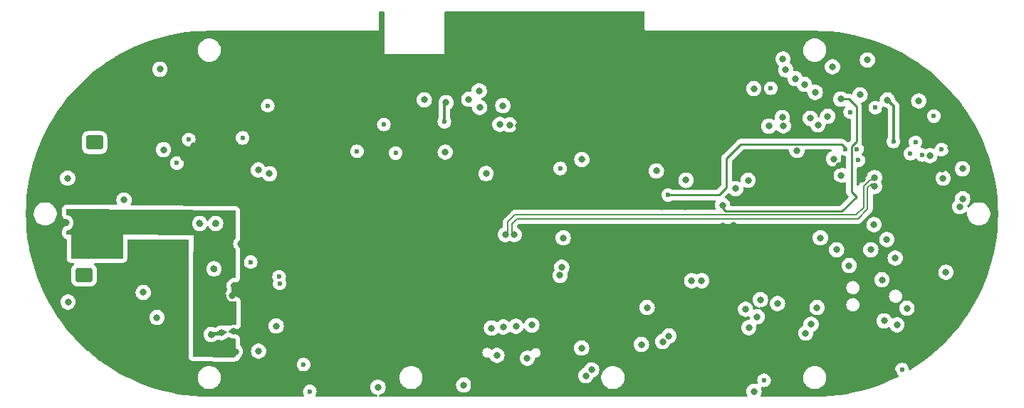
<source format=gbr>
G04 #@! TF.GenerationSoftware,KiCad,Pcbnew,7.0.2*
G04 #@! TF.CreationDate,2023-12-14T20:07:15+03:00*
G04 #@! TF.ProjectId,ALERT_RIDER_HARDWARE,414c4552-545f-4524-9944-45525f484152,rev?*
G04 #@! TF.SameCoordinates,Original*
G04 #@! TF.FileFunction,Copper,L3,Inr*
G04 #@! TF.FilePolarity,Positive*
%FSLAX46Y46*%
G04 Gerber Fmt 4.6, Leading zero omitted, Abs format (unit mm)*
G04 Created by KiCad (PCBNEW 7.0.2) date 2023-12-14 20:07:15*
%MOMM*%
%LPD*%
G01*
G04 APERTURE LIST*
G04 Aperture macros list*
%AMRoundRect*
0 Rectangle with rounded corners*
0 $1 Rounding radius*
0 $2 $3 $4 $5 $6 $7 $8 $9 X,Y pos of 4 corners*
0 Add a 4 corners polygon primitive as box body*
4,1,4,$2,$3,$4,$5,$6,$7,$8,$9,$2,$3,0*
0 Add four circle primitives for the rounded corners*
1,1,$1+$1,$2,$3*
1,1,$1+$1,$4,$5*
1,1,$1+$1,$6,$7*
1,1,$1+$1,$8,$9*
0 Add four rect primitives between the rounded corners*
20,1,$1+$1,$2,$3,$4,$5,0*
20,1,$1+$1,$4,$5,$6,$7,0*
20,1,$1+$1,$6,$7,$8,$9,0*
20,1,$1+$1,$8,$9,$2,$3,0*%
G04 Aperture macros list end*
G04 #@! TA.AperFunction,ComponentPad*
%ADD10RoundRect,0.250000X-0.750000X0.600000X-0.750000X-0.600000X0.750000X-0.600000X0.750000X0.600000X0*%
G04 #@! TD*
G04 #@! TA.AperFunction,ComponentPad*
%ADD11O,2.000000X1.700000*%
G04 #@! TD*
G04 #@! TA.AperFunction,ComponentPad*
%ADD12O,1.000000X2.000000*%
G04 #@! TD*
G04 #@! TA.AperFunction,ComponentPad*
%ADD13O,1.050000X2.100000*%
G04 #@! TD*
G04 #@! TA.AperFunction,ComponentPad*
%ADD14RoundRect,0.250000X0.750000X-0.600000X0.750000X0.600000X-0.750000X0.600000X-0.750000X-0.600000X0*%
G04 #@! TD*
G04 #@! TA.AperFunction,ViaPad*
%ADD15C,0.800000*%
G04 #@! TD*
G04 #@! TA.AperFunction,ViaPad*
%ADD16C,0.600000*%
G04 #@! TD*
G04 #@! TA.AperFunction,Conductor*
%ADD17C,0.254000*%
G04 #@! TD*
G04 #@! TA.AperFunction,Conductor*
%ADD18C,0.350000*%
G04 #@! TD*
G04 #@! TA.AperFunction,Conductor*
%ADD19C,0.200000*%
G04 #@! TD*
G04 #@! TA.AperFunction,Conductor*
%ADD20C,0.250000*%
G04 #@! TD*
G04 APERTURE END LIST*
D10*
X57350000Y-74750000D03*
D11*
X57350000Y-77250000D03*
D12*
X112500000Y-87670000D03*
D13*
X112500000Y-83490000D03*
D12*
X103860000Y-87670000D03*
D13*
X103860000Y-83490000D03*
D14*
X58600000Y-58950000D03*
D11*
X58600000Y-56450000D03*
D15*
X138000000Y-61750000D03*
X135250000Y-57250000D03*
X135250000Y-56000000D03*
X127500000Y-71500000D03*
X127500000Y-73000000D03*
X109000000Y-57000000D03*
X118250000Y-59250000D03*
X130500000Y-66250000D03*
X138000000Y-73000000D03*
X141250000Y-69500000D03*
X138000000Y-69500000D03*
X140500000Y-61750000D03*
X140500000Y-60500000D03*
X139250000Y-60500000D03*
X139250000Y-61750000D03*
X142500000Y-63250000D03*
X141000000Y-63250000D03*
X139250000Y-63250000D03*
X137750000Y-63250000D03*
D16*
X159100000Y-57200000D03*
X156600000Y-57600000D03*
X148450534Y-55322476D03*
D15*
X144603292Y-56849708D03*
X55450000Y-77950000D03*
X136400000Y-81000000D03*
X66020000Y-79790000D03*
D16*
X84200000Y-88600000D03*
D15*
X62100000Y-65800000D03*
D16*
X83462500Y-85400000D03*
D15*
X117006115Y-86744395D03*
X102500540Y-87825674D03*
X137000000Y-88600000D03*
X123600000Y-55100000D03*
X107500000Y-47000000D03*
X122589500Y-46400000D03*
X160400000Y-59600000D03*
X119900000Y-49400000D03*
X113950000Y-47000000D03*
X112400000Y-78600000D03*
X111200000Y-50200000D03*
X79000000Y-46100000D03*
X113950000Y-44050000D03*
X83650000Y-52050000D03*
X83690000Y-56000000D03*
X148500000Y-83000000D03*
X75400000Y-85400000D03*
X128960500Y-48200000D03*
X91348424Y-46048424D03*
X119000000Y-44050000D03*
X84600000Y-48480000D03*
X82310000Y-48420000D03*
X121950000Y-48350000D03*
X160000000Y-77000000D03*
X127600000Y-87600000D03*
X123550000Y-45300000D03*
X156000000Y-71200000D03*
X103600000Y-44050000D03*
X63850000Y-83900000D03*
X108400000Y-60000000D03*
X85800000Y-58940000D03*
X93800000Y-82600000D03*
X118900000Y-49100000D03*
X135500000Y-81900000D03*
X84690000Y-60000000D03*
X106300000Y-44050000D03*
X130668750Y-54156431D03*
X83600000Y-49710000D03*
X137800000Y-47400000D03*
X68800000Y-82200000D03*
X130770500Y-56470000D03*
X83460000Y-46100000D03*
X130610500Y-46400000D03*
X102000000Y-63400000D03*
X131000000Y-50200000D03*
X126740000Y-51830500D03*
X120500000Y-65500000D03*
X133610500Y-46400000D03*
X128700000Y-81050000D03*
X80200000Y-48470000D03*
X92600000Y-52000000D03*
X57600000Y-79200000D03*
X63200000Y-62000000D03*
X88050000Y-52060000D03*
X129700000Y-57500000D03*
X68800000Y-85400000D03*
X127000000Y-75400000D03*
X84650000Y-53060000D03*
X112650000Y-52250000D03*
X107500000Y-44050000D03*
X123000000Y-73000000D03*
X117800000Y-47000000D03*
X121474064Y-52994913D03*
X163000000Y-74500000D03*
X126600000Y-55100000D03*
X65400000Y-55300000D03*
X125600000Y-46400000D03*
X125800000Y-78200000D03*
X96000000Y-68000000D03*
X109600000Y-69200000D03*
D16*
X151445413Y-60863500D03*
D15*
X103550000Y-50200000D03*
X106600000Y-61800000D03*
X85760000Y-53000000D03*
X109950000Y-50200000D03*
X103550000Y-48000000D03*
X73690000Y-81600000D03*
X82400000Y-54000000D03*
X132000000Y-48800000D03*
X124400000Y-80600000D03*
X85800000Y-54000000D03*
X80250000Y-52050000D03*
X128960500Y-49200000D03*
X121950000Y-47250000D03*
X139625000Y-72925000D03*
X123020000Y-71120000D03*
X76000000Y-46100000D03*
X66400000Y-82200000D03*
X85760000Y-52000000D03*
X139000000Y-47400000D03*
X116500000Y-44050000D03*
X100870000Y-87950000D03*
X98200000Y-63400000D03*
X76050000Y-49660000D03*
X88000000Y-48480000D03*
X55400000Y-55400000D03*
X110000000Y-60000000D03*
X79800000Y-65400000D03*
X92450000Y-47000000D03*
X70970500Y-62139500D03*
X111250000Y-47000000D03*
X125000000Y-49200000D03*
X101050000Y-48000000D03*
X151090000Y-83160000D03*
X127010500Y-48200000D03*
X91200000Y-75600000D03*
X101050000Y-49150000D03*
X75450000Y-87100000D03*
X128600000Y-46400000D03*
X97050000Y-50200000D03*
X116500000Y-51200000D03*
X115150000Y-44050000D03*
X125760000Y-53229500D03*
X162140000Y-77610000D03*
X131400000Y-51600000D03*
X67950000Y-51175000D03*
X52200000Y-62200000D03*
X54000000Y-57600000D03*
X152350000Y-66375000D03*
X111200000Y-48000000D03*
X122330000Y-76880000D03*
X70100000Y-51100000D03*
X76000000Y-47220000D03*
X94700000Y-50200000D03*
X75150000Y-81390000D03*
X108400000Y-63400000D03*
X139000000Y-46400000D03*
X164200000Y-63000000D03*
X113900000Y-53300000D03*
X97500000Y-59800000D03*
X132200000Y-54150000D03*
X122290000Y-81450000D03*
X79050000Y-48420000D03*
X84830000Y-65880000D03*
X87000000Y-48470000D03*
X68800000Y-79800000D03*
X92400000Y-46050000D03*
X116500000Y-52250000D03*
X75044872Y-57258348D03*
D16*
X155500000Y-63600000D03*
D15*
X124000000Y-48200000D03*
X119000000Y-46000000D03*
X125960500Y-50200000D03*
X67875000Y-87800000D03*
X107450000Y-50200000D03*
X130000000Y-72600000D03*
X84550000Y-47280000D03*
X116450000Y-49150000D03*
X116800000Y-73000000D03*
X85800000Y-56950000D03*
X84650000Y-50980000D03*
X75000000Y-77200000D03*
X126200000Y-54200000D03*
X125560500Y-51000000D03*
X102300000Y-48000000D03*
X123550000Y-43950000D03*
X143425037Y-69126069D03*
X135589500Y-48800000D03*
X66600000Y-85400000D03*
X129500000Y-59600000D03*
X136750000Y-47400000D03*
X127600000Y-51000000D03*
X82400000Y-55000000D03*
X116500000Y-50200000D03*
X129700000Y-56500000D03*
X105000000Y-47000000D03*
X65600000Y-87600000D03*
X131200000Y-47200000D03*
X81108424Y-46048424D03*
X123300000Y-54200000D03*
X110000000Y-44050000D03*
X117750000Y-49150000D03*
X59000000Y-63400000D03*
X77050000Y-49660000D03*
X110000000Y-61800000D03*
X67480000Y-71090000D03*
X89200000Y-52000000D03*
X82360000Y-52000000D03*
X127610500Y-46400000D03*
X90530000Y-54050000D03*
X119220000Y-73030000D03*
X154200000Y-82580500D03*
X127010500Y-49200000D03*
X51200000Y-65000000D03*
X87090000Y-54050000D03*
X84690000Y-58010000D03*
X130475000Y-59425000D03*
X123650000Y-60603500D03*
X134200000Y-57800000D03*
X52200000Y-72400000D03*
X112650000Y-51200000D03*
X79100000Y-50920000D03*
X119290000Y-78330000D03*
X89100000Y-47220000D03*
X104200000Y-72600000D03*
X123600000Y-51000000D03*
X129160500Y-47200000D03*
X124200000Y-47200000D03*
X125000000Y-50200000D03*
X147113873Y-61666581D03*
X117600000Y-50200000D03*
X129560500Y-46400000D03*
X131000000Y-49200000D03*
X132000000Y-50000000D03*
X84690000Y-56010000D03*
X80290000Y-54050000D03*
X87090000Y-55050000D03*
X85800000Y-76400000D03*
X88090000Y-54060000D03*
X81150000Y-47280000D03*
X101100000Y-47000000D03*
X71100000Y-68600000D03*
X102400000Y-67600000D03*
X86860000Y-46100000D03*
X120600000Y-52300000D03*
X87520000Y-69390000D03*
X87908424Y-46048424D03*
X95800000Y-50200000D03*
X92500000Y-48000000D03*
X134800000Y-47400000D03*
X120500000Y-59000000D03*
X78000000Y-78200000D03*
X119170000Y-71170000D03*
X119900000Y-48250000D03*
X133200000Y-57800000D03*
X107450000Y-49150000D03*
X67200000Y-61400000D03*
X133000000Y-87800000D03*
X104950000Y-48000000D03*
X84508424Y-46048424D03*
X75000000Y-52000000D03*
X108700000Y-49150000D03*
X84690000Y-57010000D03*
X69310000Y-78100000D03*
X79000000Y-52000000D03*
X126610500Y-51000000D03*
X89200000Y-50920000D03*
X112650000Y-45050000D03*
X81800000Y-72630000D03*
X150300000Y-74575000D03*
X136750000Y-46400000D03*
X105000000Y-50200000D03*
X128560500Y-51000000D03*
X106250000Y-49150000D03*
X132200000Y-52200000D03*
X131375000Y-59425000D03*
X90490000Y-52050000D03*
X86700000Y-55900000D03*
X101050000Y-50200000D03*
X148000000Y-86500000D03*
X91440000Y-49720000D03*
X94700000Y-49150000D03*
X161800000Y-56400000D03*
X87400000Y-79400000D03*
X98450000Y-50200000D03*
X60325000Y-83925000D03*
X94500000Y-72500000D03*
X123020000Y-48470000D03*
X134600000Y-71000000D03*
X80060000Y-46100000D03*
X123150000Y-47250000D03*
X86950000Y-47270000D03*
X75200000Y-76000000D03*
X134200000Y-55400000D03*
X92551576Y-49048424D03*
X58000000Y-82800000D03*
X129610500Y-51000000D03*
X76000000Y-52000000D03*
X139980000Y-87810000D03*
X121000000Y-73000000D03*
X149800000Y-47400000D03*
X133200000Y-56600000D03*
X116500000Y-46000000D03*
X102350000Y-44050000D03*
X107500000Y-45050000D03*
X91440000Y-48480000D03*
X117800000Y-52250000D03*
X61000000Y-62000000D03*
X112650000Y-46000000D03*
X81200000Y-48480000D03*
X62600000Y-86200000D03*
X102000000Y-60200000D03*
X134600000Y-70000000D03*
X107000000Y-67400000D03*
X77000000Y-46100000D03*
X125200000Y-54200000D03*
X91530000Y-54060000D03*
X110010000Y-65730000D03*
X108750000Y-44050000D03*
X79800000Y-67800000D03*
X88090000Y-55060000D03*
X130010500Y-48200000D03*
X87000000Y-49710000D03*
X87050000Y-50970000D03*
X133400000Y-75000000D03*
X82000000Y-65800000D03*
X81290000Y-54060000D03*
X101100000Y-45050000D03*
X128000000Y-50200000D03*
X83690000Y-58990000D03*
X104950000Y-49150000D03*
X135189500Y-50000000D03*
X112873000Y-72600000D03*
X105000000Y-44050000D03*
X120020000Y-51440000D03*
X133300000Y-68900000D03*
X80432500Y-84520000D03*
X156075000Y-67925000D03*
X107450000Y-48000000D03*
X88000000Y-72600000D03*
X99750000Y-50200000D03*
X78050000Y-49660000D03*
X77000000Y-47220000D03*
X107500000Y-46000000D03*
X85800000Y-59940000D03*
X73000000Y-68600000D03*
X112650000Y-47000000D03*
X133200000Y-59800000D03*
X69350498Y-55076500D03*
X78000000Y-46100000D03*
X53000000Y-70500000D03*
X130600000Y-51000000D03*
X118910000Y-51180000D03*
X84610000Y-69510000D03*
X77000000Y-52000000D03*
X128800000Y-66600000D03*
X126000000Y-66600000D03*
X123080000Y-49440000D03*
X90490000Y-53050000D03*
X132560500Y-46400000D03*
X137800000Y-46400000D03*
X91490000Y-53060000D03*
X83690000Y-58000000D03*
X128000000Y-49200000D03*
X101100000Y-46000000D03*
X108750000Y-45050000D03*
X133200000Y-47400000D03*
X93600000Y-51400000D03*
X75050000Y-49660000D03*
X145500000Y-81000000D03*
X76050000Y-48420000D03*
X82400000Y-56950000D03*
X127000000Y-76400000D03*
X112770000Y-69160000D03*
X89940000Y-65590000D03*
X121955161Y-51664468D03*
X123000000Y-50400000D03*
X87500000Y-62500000D03*
X128900000Y-54700000D03*
X91490000Y-50980000D03*
X103600000Y-61800000D03*
X153600000Y-86400000D03*
X80250000Y-53050000D03*
X108750000Y-46000000D03*
X128200000Y-75400000D03*
X55200000Y-68500000D03*
X85660000Y-47220000D03*
X75000000Y-47220000D03*
X113900000Y-49150000D03*
X125600000Y-55100000D03*
X90490000Y-50970000D03*
X122600000Y-87400000D03*
X107470000Y-86670000D03*
X130000000Y-73600000D03*
X134200000Y-50000000D03*
X84800000Y-67600000D03*
X84650000Y-52060000D03*
X124300000Y-54200000D03*
X97050000Y-49150000D03*
X122320000Y-78610000D03*
X69400000Y-48400000D03*
X125000000Y-48200000D03*
X164590000Y-71190000D03*
X129700000Y-58600000D03*
X147500000Y-47500000D03*
X106500000Y-60000000D03*
X88050000Y-50980000D03*
X133400000Y-70000000D03*
X144700000Y-72925000D03*
X112600000Y-53300000D03*
X72792058Y-73998345D03*
X69050000Y-73720000D03*
X102520000Y-65630000D03*
X137200000Y-50000000D03*
X91390000Y-47280000D03*
X83690000Y-57000000D03*
X128960500Y-50200000D03*
X89150000Y-48420000D03*
X71125000Y-52475000D03*
X146926500Y-64000000D03*
X132229500Y-56650000D03*
X90300000Y-46100000D03*
X133400000Y-71000000D03*
X84690000Y-55060000D03*
X87050000Y-53050000D03*
X70800000Y-46400000D03*
X124600000Y-51000000D03*
X123090000Y-51830500D03*
X126910000Y-53229500D03*
X129560000Y-55370000D03*
X103600000Y-45050000D03*
X76000000Y-61200000D03*
X88050000Y-53060000D03*
X113950000Y-46000000D03*
X98400000Y-72600000D03*
X79050000Y-49660000D03*
X127010500Y-50200000D03*
X75050000Y-48420000D03*
X162700000Y-58100000D03*
X113950000Y-52250000D03*
X59000000Y-62000000D03*
X119270000Y-76630000D03*
X82530000Y-58600000D03*
X116500000Y-45050000D03*
X93650000Y-49200000D03*
X89240000Y-54000000D03*
X130010500Y-50200000D03*
X119800000Y-47200000D03*
X91800000Y-67600000D03*
X64600000Y-49200000D03*
X78000000Y-47220000D03*
X103600000Y-46000000D03*
X82000000Y-62600000D03*
X85800000Y-62600000D03*
X134600000Y-68800000D03*
X93740000Y-80340000D03*
X131000000Y-48200000D03*
X85800000Y-55950000D03*
X112600000Y-49150000D03*
X75000000Y-46100000D03*
X129214956Y-53262861D03*
X133200000Y-50000000D03*
X98450000Y-49150000D03*
X130600000Y-87400000D03*
X122639500Y-45350000D03*
X127200000Y-54200000D03*
X109950000Y-48000000D03*
X73800000Y-46400000D03*
X66600000Y-84000000D03*
X118860000Y-50230000D03*
X133400000Y-52200000D03*
X156075000Y-72800000D03*
X112600000Y-48000000D03*
X109950000Y-49150000D03*
X128100000Y-54200000D03*
X115150000Y-50200000D03*
X107070000Y-65840000D03*
X124600000Y-73000000D03*
X91490000Y-52060000D03*
X124290000Y-51830500D03*
X111250000Y-45050000D03*
X83550000Y-47270000D03*
X112650000Y-50200000D03*
X89150000Y-49660000D03*
X96300000Y-65180000D03*
X125960500Y-49200000D03*
X122030000Y-50380000D03*
X133200000Y-58800000D03*
X109090000Y-86710000D03*
X94200000Y-62600000D03*
X76100000Y-50920000D03*
X125200000Y-47200000D03*
X131616157Y-53071349D03*
X81250000Y-52060000D03*
X93650000Y-50250000D03*
X133200000Y-55400000D03*
X85200000Y-72600000D03*
X82360000Y-53000000D03*
X95800000Y-49150000D03*
X115150000Y-51200000D03*
X132200000Y-47400000D03*
X115150000Y-47000000D03*
X89400000Y-80400000D03*
X128200000Y-47200000D03*
X115100000Y-48000000D03*
X132325000Y-59425000D03*
X130730000Y-55270000D03*
X119410000Y-52250000D03*
X159400000Y-62100000D03*
X111200000Y-49150000D03*
X102350000Y-47000000D03*
X126800000Y-80600000D03*
X163500000Y-61000000D03*
X101100000Y-44050000D03*
X162400000Y-71200000D03*
X117800000Y-46000000D03*
X63000000Y-51000000D03*
X51400000Y-69200000D03*
X102300000Y-50200000D03*
X81250000Y-50980000D03*
X90530000Y-55050000D03*
X164740000Y-64450000D03*
X85760000Y-50920000D03*
X111250000Y-44050000D03*
X80150000Y-47270000D03*
X126060000Y-73030000D03*
X130789076Y-52390794D03*
X116500000Y-47000000D03*
X78000000Y-82200000D03*
X61000000Y-59000000D03*
X87950000Y-47280000D03*
X103600000Y-47000000D03*
X87050000Y-52050000D03*
X85710000Y-48420000D03*
X84690000Y-59000000D03*
X81200000Y-49720000D03*
X110000000Y-46000000D03*
X95400000Y-80400000D03*
X78000000Y-52000000D03*
X122650000Y-44000000D03*
X69260000Y-77030000D03*
X119000000Y-45050000D03*
X108400000Y-61800000D03*
X134800000Y-46400000D03*
X70200000Y-53100000D03*
X84600000Y-49720000D03*
X106200000Y-50200000D03*
X90390000Y-47270000D03*
X105080000Y-88250000D03*
X113900000Y-48000000D03*
X99750000Y-49150000D03*
X89240000Y-55000000D03*
X113950000Y-45050000D03*
X88800000Y-84200000D03*
X77100000Y-50920000D03*
X121000000Y-71200000D03*
X116800000Y-71200000D03*
X80200000Y-49710000D03*
X127400000Y-70000000D03*
X65300000Y-51700000D03*
X83650000Y-50970000D03*
X105000000Y-45050000D03*
X127000000Y-78200000D03*
X69165142Y-60774494D03*
X118950000Y-47850000D03*
X89200000Y-53000000D03*
X79000000Y-47220000D03*
X112040000Y-65700000D03*
X103600000Y-63400000D03*
X112350000Y-80700000D03*
X106300000Y-47000000D03*
X119900000Y-50400000D03*
X124600000Y-46400000D03*
X75100000Y-50920000D03*
X83690000Y-55050000D03*
X146323500Y-69650000D03*
X149000000Y-80500000D03*
X91530000Y-55060000D03*
X111250000Y-46000000D03*
X79000000Y-53000000D03*
X88000000Y-49720000D03*
X159400000Y-53600000D03*
X68800000Y-84000000D03*
X82260000Y-47220000D03*
X85800000Y-57950000D03*
X85710000Y-49660000D03*
X117800000Y-44050000D03*
X129560000Y-54120000D03*
X83970000Y-62560000D03*
X113950000Y-51200000D03*
X72470000Y-81820000D03*
X122400000Y-80000000D03*
X80600000Y-63600000D03*
X126160500Y-47200000D03*
X81800000Y-70600000D03*
X115150000Y-46000000D03*
X69500000Y-47000000D03*
X83600000Y-48470000D03*
X82400000Y-55950000D03*
X106300000Y-46000000D03*
X119280000Y-81370000D03*
X98070000Y-75600000D03*
X136150000Y-50000000D03*
X82360000Y-50920000D03*
X83690000Y-59990000D03*
X153458095Y-49541905D03*
X102350000Y-72350000D03*
X127600000Y-55100000D03*
X125560000Y-51830500D03*
X133200000Y-54200000D03*
X108600000Y-65800000D03*
X125800000Y-76450000D03*
X90440000Y-49710000D03*
X115700000Y-87025000D03*
X126060000Y-71160000D03*
X131600000Y-46400000D03*
X85800000Y-55000000D03*
X124000000Y-50200000D03*
X78100000Y-50920000D03*
X85660000Y-46100000D03*
X128000000Y-48200000D03*
X115150000Y-45050000D03*
X124600000Y-71200000D03*
X84690000Y-54060000D03*
X76400000Y-74140000D03*
X105000000Y-46000000D03*
X130000000Y-69200000D03*
X146091970Y-74594159D03*
X134200000Y-56600000D03*
X124600000Y-55100000D03*
X82310000Y-49660000D03*
X102300000Y-49150000D03*
X82260000Y-46100000D03*
X108700000Y-50200000D03*
X63780000Y-81160000D03*
X155200000Y-49600000D03*
X103600000Y-60200000D03*
X102350000Y-46000000D03*
X123550000Y-46400000D03*
X102350000Y-70660000D03*
X140500000Y-83000000D03*
X91400000Y-72800000D03*
X68600000Y-63600000D03*
X129610319Y-51918121D03*
X103800000Y-70600000D03*
X141500000Y-47500000D03*
X110000000Y-45050000D03*
X77050000Y-48420000D03*
X92550000Y-50410000D03*
X117800000Y-51200000D03*
X108700000Y-48000000D03*
X117750000Y-48000000D03*
X81200000Y-55000000D03*
X117800000Y-45050000D03*
X127210500Y-47200000D03*
X116450000Y-48000000D03*
X130210500Y-47200000D03*
X69280000Y-76000000D03*
X132800000Y-53200000D03*
X69120000Y-74850000D03*
X102350000Y-45050000D03*
X89800000Y-62600000D03*
X103550000Y-49150000D03*
X154075000Y-53425000D03*
X93590000Y-86920000D03*
X139000000Y-48500000D03*
X124000000Y-49200000D03*
X123400000Y-56000000D03*
X90440000Y-48470000D03*
X92000000Y-62500000D03*
X119400000Y-80000000D03*
X130000000Y-70400000D03*
X115150000Y-52250000D03*
X134600000Y-48800000D03*
X108750000Y-47000000D03*
X128010000Y-53229500D03*
X83690000Y-54050000D03*
X61600000Y-55000000D03*
X123550000Y-53300000D03*
X126560500Y-46400000D03*
X124640000Y-53229500D03*
X125960500Y-48200000D03*
X87520000Y-65930000D03*
X87400000Y-67600000D03*
X80250000Y-50970000D03*
X66900000Y-63600000D03*
X68800000Y-71000000D03*
X122609938Y-53229500D03*
X115100000Y-49150000D03*
X150330500Y-70200000D03*
X89800000Y-67600000D03*
X102000000Y-61600000D03*
X106250000Y-48000000D03*
X106300000Y-45050000D03*
X149926500Y-63329929D03*
X78050000Y-48420000D03*
X113950000Y-50200000D03*
X132200000Y-55400000D03*
X128139320Y-51830500D03*
X128600000Y-55600000D03*
X130000000Y-71600000D03*
X130010500Y-49200000D03*
X83650000Y-53050000D03*
X89100000Y-46100000D03*
X135789500Y-47400000D03*
X82000000Y-68000000D03*
X59800000Y-51200000D03*
X131200000Y-81050000D03*
X70400000Y-59346000D03*
X112650000Y-44050000D03*
X81250000Y-53060000D03*
X110000000Y-47000000D03*
X76000000Y-71000000D03*
X135789500Y-46400000D03*
X97800000Y-53850000D03*
X124300000Y-78600000D03*
X104400000Y-54773500D03*
D16*
X139000000Y-52485000D03*
X158400000Y-55800000D03*
D15*
X105150000Y-62650000D03*
X143800000Y-80600000D03*
X153800000Y-72700000D03*
X113951370Y-74783664D03*
X137400000Y-79700000D03*
X134821631Y-64447848D03*
X66375000Y-50225000D03*
X128920000Y-63420000D03*
X107150000Y-54550000D03*
X152800000Y-70500000D03*
X150500000Y-49124500D03*
X150892500Y-71726500D03*
D16*
X153600000Y-58826500D03*
D15*
X142115260Y-59884740D03*
X140449500Y-49000000D03*
X146823500Y-71726500D03*
X152877002Y-53884653D03*
D16*
X149230420Y-59714745D03*
D15*
X136304000Y-63450500D03*
X152225000Y-75300000D03*
X59200000Y-71800000D03*
X71950000Y-83850000D03*
X56400000Y-70200000D03*
X75350000Y-83850000D03*
X56400000Y-71800000D03*
X60300000Y-71400000D03*
X72000000Y-78000000D03*
X73600000Y-80000000D03*
X74150000Y-83850000D03*
X73150000Y-83850000D03*
X72400000Y-80000000D03*
X72000000Y-79000000D03*
X78100000Y-83800000D03*
X57800000Y-71800000D03*
X110600000Y-80700000D03*
X105800000Y-81050000D03*
X108500000Y-69910000D03*
X151351000Y-64175000D03*
X151351000Y-63125000D03*
X107450000Y-69910000D03*
X155200000Y-78700000D03*
D16*
X149426500Y-61068429D03*
D15*
X143693377Y-56065500D03*
X145765260Y-55834740D03*
X64400000Y-76800000D03*
X55400000Y-63200000D03*
X154000000Y-80673500D03*
X152483178Y-80184105D03*
X110050000Y-84650000D03*
X108705000Y-80850000D03*
X92300000Y-88100000D03*
X126154271Y-82665500D03*
X78072500Y-62226500D03*
X106450000Y-84299500D03*
X125400000Y-62330500D03*
X116523969Y-83435500D03*
X123623500Y-83000000D03*
X100300000Y-60100000D03*
X148315260Y-73615260D03*
X161800000Y-62070078D03*
X161482432Y-66590141D03*
X149615260Y-53272500D03*
X130800000Y-75400000D03*
X143154000Y-81650500D03*
X104344502Y-52800000D03*
X106800000Y-56800000D03*
X114150500Y-73800000D03*
X107950000Y-56850000D03*
X114326500Y-70300000D03*
X103100000Y-53800000D03*
D16*
X79200000Y-54565500D03*
X69800000Y-58600000D03*
X68400000Y-61400000D03*
X76200000Y-58400000D03*
X89800000Y-60000000D03*
X94400000Y-60200000D03*
X93000000Y-56800000D03*
X113959740Y-62040260D03*
D15*
X116541497Y-60979965D03*
D16*
X100200000Y-56474500D03*
X147864346Y-59735654D03*
D15*
X100400000Y-54200000D03*
D16*
X126800000Y-65200000D03*
D15*
X129600000Y-75400000D03*
X137773880Y-77676500D03*
X139800000Y-78126500D03*
X117700000Y-86025000D03*
X126900000Y-82000000D03*
X66800000Y-59800000D03*
X79400000Y-62673500D03*
X140372886Y-55981613D03*
X140496034Y-56973500D03*
X138761000Y-56988500D03*
X146472500Y-60900000D03*
D16*
X154600000Y-86000000D03*
X80612103Y-75739514D03*
X159312513Y-59787487D03*
X138200000Y-87276500D03*
X155600000Y-60273500D03*
D15*
X156600000Y-54000000D03*
X140784747Y-50287826D03*
X159500000Y-63200000D03*
X159826500Y-74400000D03*
X147380500Y-62862966D03*
X144286286Y-52965500D03*
D16*
X80543003Y-74943003D03*
X156224053Y-58926355D03*
X151426500Y-54800000D03*
D15*
X136985000Y-52526500D03*
X141900000Y-51332500D03*
X143000000Y-52026500D03*
D16*
X157000000Y-60426500D03*
D15*
X157923768Y-60500000D03*
X146334740Y-49934740D03*
X151276500Y-68723500D03*
X161823036Y-65650464D03*
X144900000Y-70300000D03*
X136000000Y-78800000D03*
X144500000Y-78600000D03*
X133275000Y-66425000D03*
X147313759Y-53773823D03*
X107200000Y-80910500D03*
X80200000Y-80800000D03*
D16*
X77173500Y-73200000D03*
D17*
X148273823Y-53773823D02*
X147313759Y-53773823D01*
X149200000Y-54700000D02*
X148273823Y-53773823D01*
X149200000Y-58858453D02*
X149200000Y-54700000D01*
X148603420Y-59455033D02*
X149200000Y-58858453D01*
X148603420Y-64803420D02*
X148603420Y-59455033D01*
X147452000Y-67148000D02*
X149200000Y-65400000D01*
X133600000Y-67148000D02*
X147452000Y-67148000D01*
X149200000Y-65400000D02*
X148603420Y-64803420D01*
X133275000Y-66823000D02*
X133600000Y-67148000D01*
X133275000Y-66425000D02*
X133275000Y-66823000D01*
D18*
X153600000Y-58826500D02*
X153600000Y-54607651D01*
X153600000Y-54607651D02*
X152877002Y-53884653D01*
D19*
X151007071Y-63875001D02*
X151051001Y-63875001D01*
X151051001Y-63875001D02*
X151351000Y-64175000D01*
X150525000Y-66843200D02*
X150525000Y-64357072D01*
X149343200Y-68025000D02*
X150525000Y-66843200D01*
X108793200Y-68025000D02*
X149343200Y-68025000D01*
X150525000Y-64357072D02*
X151007071Y-63875001D01*
X108200001Y-68618199D02*
X108200001Y-69610001D01*
X108200001Y-69610001D02*
X108500000Y-69910000D01*
X108200001Y-68618199D02*
X108793200Y-68025000D01*
X150075000Y-66656800D02*
X150075000Y-64170672D01*
X150820673Y-63424999D02*
X151051001Y-63424999D01*
X149156800Y-67575000D02*
X150075000Y-66656800D01*
X107749999Y-69610001D02*
X107450000Y-69910000D01*
X107749999Y-68431801D02*
X108606800Y-67575000D01*
X107749999Y-68431801D02*
X107749999Y-69610001D01*
X151051001Y-63424999D02*
X151351000Y-63125000D01*
X108606800Y-67575000D02*
X149156800Y-67575000D01*
X150075000Y-64170672D02*
X150820673Y-63424999D01*
D17*
X147406740Y-59157740D02*
X135442260Y-59157740D01*
X133750000Y-60850000D02*
X133750000Y-64300000D01*
D20*
X132850000Y-65200000D02*
X126800000Y-65200000D01*
X132925000Y-65125000D02*
X132850000Y-65200000D01*
D18*
X100200000Y-54400000D02*
X100400000Y-54200000D01*
D17*
X147864346Y-59735654D02*
X147864346Y-59615346D01*
X135442260Y-59157740D02*
X133750000Y-60850000D01*
X133750000Y-64300000D02*
X132925000Y-65125000D01*
X147864346Y-59615346D02*
X147406740Y-59157740D01*
D18*
X100200000Y-56474500D02*
X100200000Y-54400000D01*
G04 #@! TA.AperFunction,Conductor*
G36*
X73893875Y-81260169D02*
G01*
X73900254Y-81264511D01*
X73936906Y-81291141D01*
X73939082Y-81292467D01*
X73939086Y-81292470D01*
X73943688Y-81295275D01*
X74007791Y-81334348D01*
X74044058Y-81352610D01*
X74120975Y-81383828D01*
X74173255Y-81392364D01*
X74231088Y-81401807D01*
X74295096Y-81432524D01*
X74332335Y-81492970D01*
X74330983Y-81563954D01*
X74291469Y-81622939D01*
X74260938Y-81641748D01*
X74224668Y-81657484D01*
X74164220Y-81694726D01*
X74051963Y-81788315D01*
X73964624Y-81885314D01*
X73945050Y-81902939D01*
X73899299Y-81936179D01*
X73876488Y-81949349D01*
X73824830Y-81972349D01*
X73799778Y-81980489D01*
X73744468Y-81992246D01*
X73718272Y-81995000D01*
X73661727Y-81995000D01*
X73635530Y-81992246D01*
X73580222Y-81980489D01*
X73555172Y-81972351D01*
X73486479Y-81941767D01*
X73484813Y-81941067D01*
X73459325Y-81930596D01*
X73457653Y-81929949D01*
X73445882Y-81925510D01*
X73444207Y-81924917D01*
X73418218Y-81915932D01*
X73418194Y-81915928D01*
X73338631Y-81902939D01*
X73273941Y-81892378D01*
X73202962Y-81891027D01*
X73057925Y-81909070D01*
X72923844Y-81967245D01*
X72865839Y-82002981D01*
X72865827Y-82002988D01*
X72863399Y-82004485D01*
X72863395Y-82004488D01*
X72862163Y-82005515D01*
X72862148Y-82005527D01*
X72751134Y-82098083D01*
X72744612Y-82105326D01*
X72725046Y-82122942D01*
X72679300Y-82156179D01*
X72656488Y-82169349D01*
X72604830Y-82192349D01*
X72579778Y-82200489D01*
X72524468Y-82212246D01*
X72498272Y-82215000D01*
X72441728Y-82215000D01*
X72415530Y-82212246D01*
X72360220Y-82200489D01*
X72335168Y-82192349D01*
X72283510Y-82169349D01*
X72260699Y-82156179D01*
X72214952Y-82122942D01*
X72195377Y-82105317D01*
X72157536Y-82063291D01*
X72142053Y-82041980D01*
X72140847Y-82039892D01*
X72113781Y-81993012D01*
X72103068Y-81968948D01*
X72085596Y-81915173D01*
X72080119Y-81889408D01*
X72074208Y-81833168D01*
X72074208Y-81806827D01*
X72075860Y-81791116D01*
X72080119Y-81750585D01*
X72085596Y-81724824D01*
X72093136Y-81701618D01*
X72103069Y-81671045D01*
X72113779Y-81646988D01*
X72142057Y-81598010D01*
X72157531Y-81576712D01*
X72195382Y-81534674D01*
X72214951Y-81517055D01*
X72229838Y-81506239D01*
X72260701Y-81483815D01*
X72283499Y-81470653D01*
X72335175Y-81447645D01*
X72360211Y-81439511D01*
X72393087Y-81432524D01*
X72415535Y-81427753D01*
X72441729Y-81425000D01*
X72498270Y-81425000D01*
X72524464Y-81427753D01*
X72579777Y-81439509D01*
X72604833Y-81447650D01*
X72673511Y-81478228D01*
X72675164Y-81478921D01*
X72700610Y-81489377D01*
X72702275Y-81490020D01*
X72714062Y-81494468D01*
X72715757Y-81495068D01*
X72741765Y-81504060D01*
X72741782Y-81504062D01*
X72741786Y-81504064D01*
X72886033Y-81527618D01*
X72957017Y-81528971D01*
X72957020Y-81528971D01*
X73102059Y-81510931D01*
X73236141Y-81452759D01*
X73291840Y-81418444D01*
X73295574Y-81416366D01*
X73304731Y-81408732D01*
X73408852Y-81321927D01*
X73415380Y-81314676D01*
X73434940Y-81297063D01*
X73478179Y-81265648D01*
X73545043Y-81241792D01*
X73551700Y-81241587D01*
X73825674Y-81240450D01*
X73893875Y-81260169D01*
G37*
G04 #@! TD.AperFunction*
G04 #@! TA.AperFunction,Conductor*
G36*
X72846523Y-73606097D02*
G01*
X72859622Y-73608882D01*
X72901841Y-73617856D01*
X72926891Y-73625996D01*
X72978545Y-73648993D01*
X73001359Y-73662164D01*
X73047104Y-73695400D01*
X73066677Y-73713023D01*
X73104520Y-73755052D01*
X73119998Y-73776356D01*
X73133649Y-73799999D01*
X73148275Y-73825333D01*
X73158988Y-73849395D01*
X73176461Y-73903170D01*
X73181938Y-73928938D01*
X73187848Y-73985175D01*
X73187848Y-74011513D01*
X73181938Y-74067750D01*
X73176461Y-74093518D01*
X73158988Y-74147293D01*
X73148274Y-74171356D01*
X73119999Y-74220330D01*
X73104516Y-74241640D01*
X73066681Y-74283660D01*
X73047105Y-74301287D01*
X73001356Y-74334525D01*
X72978546Y-74347694D01*
X72926888Y-74370694D01*
X72901836Y-74378834D01*
X72846526Y-74390591D01*
X72820330Y-74393345D01*
X72763786Y-74393345D01*
X72737588Y-74390591D01*
X72682278Y-74378834D01*
X72657226Y-74370694D01*
X72605568Y-74347694D01*
X72582758Y-74334524D01*
X72537008Y-74301285D01*
X72517432Y-74283660D01*
X72479596Y-74241639D01*
X72464114Y-74220330D01*
X72435836Y-74171351D01*
X72425129Y-74147301D01*
X72407651Y-74093510D01*
X72402177Y-74067756D01*
X72396266Y-74011512D01*
X72396266Y-73985174D01*
X72402177Y-73928934D01*
X72407654Y-73903169D01*
X72420687Y-73863056D01*
X72425127Y-73849390D01*
X72435837Y-73825333D01*
X72464115Y-73776355D01*
X72479589Y-73755057D01*
X72517440Y-73713019D01*
X72537009Y-73695400D01*
X72563232Y-73676348D01*
X72582759Y-73662160D01*
X72605557Y-73648998D01*
X72657233Y-73625990D01*
X72682269Y-73617856D01*
X72713993Y-73611113D01*
X72737593Y-73606098D01*
X72763787Y-73603345D01*
X72820327Y-73603345D01*
X72846523Y-73606097D01*
G37*
G04 #@! TD.AperFunction*
G04 #@! TA.AperFunction,Conductor*
G36*
X71154466Y-68207753D02*
G01*
X71209783Y-68219511D01*
X71234833Y-68227651D01*
X71286487Y-68250648D01*
X71309300Y-68263818D01*
X71328837Y-68278013D01*
X71355044Y-68297053D01*
X71374619Y-68314678D01*
X71412464Y-68356709D01*
X71427947Y-68378020D01*
X71439930Y-68398775D01*
X71496178Y-68496199D01*
X71519047Y-68528315D01*
X71542267Y-68595405D01*
X71525529Y-68664400D01*
X71515454Y-68679287D01*
X71496177Y-68703799D01*
X71427940Y-68821988D01*
X71412456Y-68843298D01*
X71374623Y-68885315D01*
X71355048Y-68902940D01*
X71309298Y-68936179D01*
X71286488Y-68949349D01*
X71234830Y-68972349D01*
X71209778Y-68980489D01*
X71154468Y-68992246D01*
X71128272Y-68995000D01*
X71071728Y-68995000D01*
X71045530Y-68992246D01*
X70990220Y-68980489D01*
X70965168Y-68972349D01*
X70913510Y-68949349D01*
X70890700Y-68936179D01*
X70844950Y-68902940D01*
X70825374Y-68885315D01*
X70787538Y-68843294D01*
X70772056Y-68821985D01*
X70743778Y-68773006D01*
X70733071Y-68748956D01*
X70715593Y-68695165D01*
X70710119Y-68669411D01*
X70704208Y-68613167D01*
X70704208Y-68586827D01*
X70709593Y-68535598D01*
X70710119Y-68530585D01*
X70715596Y-68504824D01*
X70733069Y-68451045D01*
X70743779Y-68426988D01*
X70772057Y-68378010D01*
X70787534Y-68356709D01*
X70825382Y-68314674D01*
X70844951Y-68297055D01*
X70844957Y-68297051D01*
X70890701Y-68263815D01*
X70913499Y-68250653D01*
X70965175Y-68227645D01*
X70990211Y-68219511D01*
X71021935Y-68212768D01*
X71045535Y-68207753D01*
X71071729Y-68205000D01*
X71128269Y-68205000D01*
X71154466Y-68207753D01*
G37*
G04 #@! TD.AperFunction*
G04 #@! TA.AperFunction,Conductor*
G36*
X73054466Y-68207753D02*
G01*
X73109783Y-68219511D01*
X73134833Y-68227651D01*
X73186487Y-68250648D01*
X73209301Y-68263819D01*
X73255046Y-68297055D01*
X73274618Y-68314677D01*
X73312462Y-68356707D01*
X73327940Y-68378011D01*
X73350301Y-68416742D01*
X73356217Y-68426988D01*
X73366930Y-68451050D01*
X73384403Y-68504825D01*
X73389880Y-68530593D01*
X73395790Y-68586830D01*
X73395790Y-68613168D01*
X73389880Y-68669405D01*
X73384403Y-68695173D01*
X73366930Y-68748948D01*
X73356216Y-68773011D01*
X73327941Y-68821985D01*
X73312458Y-68843295D01*
X73274623Y-68885315D01*
X73255047Y-68902942D01*
X73209298Y-68936180D01*
X73186488Y-68949349D01*
X73134830Y-68972349D01*
X73109778Y-68980489D01*
X73054468Y-68992246D01*
X73028272Y-68995000D01*
X72971728Y-68995000D01*
X72945530Y-68992246D01*
X72890220Y-68980489D01*
X72865168Y-68972349D01*
X72813510Y-68949349D01*
X72790700Y-68936179D01*
X72744950Y-68902940D01*
X72725374Y-68885314D01*
X72687540Y-68843295D01*
X72672057Y-68821985D01*
X72603823Y-68703800D01*
X72580952Y-68671682D01*
X72557732Y-68604593D01*
X72574469Y-68535598D01*
X72584547Y-68520708D01*
X72603823Y-68496197D01*
X72672056Y-68378012D01*
X72687527Y-68356717D01*
X72725384Y-68314672D01*
X72744951Y-68297055D01*
X72790704Y-68263813D01*
X72813499Y-68250653D01*
X72865175Y-68227645D01*
X72890211Y-68219511D01*
X72921935Y-68212768D01*
X72945535Y-68207753D01*
X72971729Y-68205000D01*
X73028269Y-68205000D01*
X73054466Y-68207753D01*
G37*
G04 #@! TD.AperFunction*
G04 #@! TA.AperFunction,Conductor*
G36*
X141146809Y-59813242D02*
G01*
X141193302Y-59866898D01*
X141203997Y-59906067D01*
X141210563Y-59968534D01*
X141221718Y-60074669D01*
X141280732Y-60256296D01*
X141376218Y-60421682D01*
X141474295Y-60530607D01*
X141504007Y-60563606D01*
X141658508Y-60675858D01*
X141832972Y-60753534D01*
X142019773Y-60793240D01*
X142019775Y-60793240D01*
X142210745Y-60793240D01*
X142210747Y-60793240D01*
X142397548Y-60753534D01*
X142572012Y-60675858D01*
X142726513Y-60563606D01*
X142854300Y-60421684D01*
X142949787Y-60256296D01*
X143008802Y-60074668D01*
X143026522Y-59906068D01*
X143053535Y-59840412D01*
X143111757Y-59799783D01*
X143151832Y-59793240D01*
X146131909Y-59793240D01*
X146200030Y-59813242D01*
X146246523Y-59866898D01*
X146256627Y-59937172D01*
X146227133Y-60001752D01*
X146183159Y-60034346D01*
X146030026Y-60102525D01*
X146015746Y-60108883D01*
X145861247Y-60221133D01*
X145733458Y-60363057D01*
X145637972Y-60528443D01*
X145578958Y-60710070D01*
X145558996Y-60900000D01*
X145578958Y-61089929D01*
X145637972Y-61271556D01*
X145733458Y-61436942D01*
X145733460Y-61436944D01*
X145861247Y-61578866D01*
X146015748Y-61691118D01*
X146190212Y-61768794D01*
X146377013Y-61808500D01*
X146377015Y-61808500D01*
X146567985Y-61808500D01*
X146567987Y-61808500D01*
X146754788Y-61768794D01*
X146929252Y-61691118D01*
X147083753Y-61578866D01*
X147211540Y-61436944D01*
X147307027Y-61271556D01*
X147366042Y-61089928D01*
X147386004Y-60900000D01*
X147366042Y-60710072D01*
X147337498Y-60622226D01*
X147335471Y-60551261D01*
X147372134Y-60490463D01*
X147435846Y-60459137D01*
X147498947Y-60464363D01*
X147511328Y-60468695D01*
X147511331Y-60468697D01*
X147683299Y-60528871D01*
X147856029Y-60548332D01*
X147921480Y-60575835D01*
X147961673Y-60634359D01*
X147967920Y-60673540D01*
X147967920Y-61936002D01*
X147947918Y-62004123D01*
X147894262Y-62050616D01*
X147823988Y-62060720D01*
X147790672Y-62051109D01*
X147680152Y-62001903D01*
X147662788Y-61994172D01*
X147475987Y-61954466D01*
X147285013Y-61954466D01*
X147206597Y-61971134D01*
X147098211Y-61994172D01*
X146923746Y-62071849D01*
X146769247Y-62184099D01*
X146641458Y-62326023D01*
X146545972Y-62491409D01*
X146486958Y-62673036D01*
X146466996Y-62862966D01*
X146486958Y-63052895D01*
X146545972Y-63234522D01*
X146641458Y-63399908D01*
X146759660Y-63531185D01*
X146769247Y-63541832D01*
X146923748Y-63654084D01*
X147098212Y-63731760D01*
X147285013Y-63771466D01*
X147285015Y-63771466D01*
X147475985Y-63771466D01*
X147475987Y-63771466D01*
X147662788Y-63731760D01*
X147790674Y-63674821D01*
X147861038Y-63665388D01*
X147925335Y-63695494D01*
X147963148Y-63755583D01*
X147967920Y-63789929D01*
X147967920Y-64719350D01*
X147965619Y-64740191D01*
X147967858Y-64811431D01*
X147967920Y-64815389D01*
X147967920Y-64843403D01*
X147968415Y-64847323D01*
X147968416Y-64847339D01*
X147968432Y-64847465D01*
X147969360Y-64859270D01*
X147970754Y-64903625D01*
X147976434Y-64923175D01*
X147980442Y-64942530D01*
X147982992Y-64962716D01*
X147982992Y-64962718D01*
X147982993Y-64962719D01*
X147986508Y-64971598D01*
X147999326Y-65003972D01*
X148003169Y-65015199D01*
X148015550Y-65057812D01*
X148025912Y-65075334D01*
X148034609Y-65093087D01*
X148042100Y-65112007D01*
X148068184Y-65147909D01*
X148074695Y-65157821D01*
X148097286Y-65196018D01*
X148111674Y-65210406D01*
X148124512Y-65225437D01*
X148136478Y-65241907D01*
X148170673Y-65270195D01*
X148179454Y-65278186D01*
X148212172Y-65310904D01*
X148246198Y-65373216D01*
X148241133Y-65444031D01*
X148212172Y-65489094D01*
X147225672Y-66475595D01*
X147163360Y-66509620D01*
X147136577Y-66512500D01*
X134311151Y-66512500D01*
X134243030Y-66492498D01*
X134196537Y-66438842D01*
X134185842Y-66399674D01*
X134168542Y-66235072D01*
X134118679Y-66081610D01*
X134109527Y-66053443D01*
X134014041Y-65888057D01*
X133886252Y-65746133D01*
X133731753Y-65633883D01*
X133731752Y-65633882D01*
X133610761Y-65580013D01*
X133556667Y-65534035D01*
X133536018Y-65466108D01*
X133555370Y-65397800D01*
X133572913Y-65375817D01*
X133932489Y-65016241D01*
X133994799Y-64982217D01*
X134065614Y-64987282D01*
X134115216Y-65021026D01*
X134181720Y-65094886D01*
X134210379Y-65126715D01*
X134239550Y-65147909D01*
X134364879Y-65238966D01*
X134539343Y-65316642D01*
X134726144Y-65356348D01*
X134726146Y-65356348D01*
X134917116Y-65356348D01*
X134917118Y-65356348D01*
X135103919Y-65316642D01*
X135278383Y-65238966D01*
X135432884Y-65126714D01*
X135560671Y-64984792D01*
X135656158Y-64819404D01*
X135715173Y-64637776D01*
X135735135Y-64447848D01*
X135729703Y-64396168D01*
X135742475Y-64326331D01*
X135790977Y-64274485D01*
X135859810Y-64257090D01*
X135906259Y-64267891D01*
X136021712Y-64319294D01*
X136208513Y-64359000D01*
X136208515Y-64359000D01*
X136399485Y-64359000D01*
X136399487Y-64359000D01*
X136586288Y-64319294D01*
X136760752Y-64241618D01*
X136915253Y-64129366D01*
X137043040Y-63987444D01*
X137138527Y-63822056D01*
X137197542Y-63640428D01*
X137217504Y-63450500D01*
X137197542Y-63260572D01*
X137152392Y-63121616D01*
X137138527Y-63078943D01*
X137043041Y-62913557D01*
X136915252Y-62771633D01*
X136784134Y-62676370D01*
X136760752Y-62659382D01*
X136586288Y-62581706D01*
X136399487Y-62542000D01*
X136208513Y-62542000D01*
X136083978Y-62568470D01*
X136021711Y-62581706D01*
X135915752Y-62628882D01*
X135868321Y-62650000D01*
X135847246Y-62659383D01*
X135692747Y-62771633D01*
X135564958Y-62913557D01*
X135469472Y-63078943D01*
X135410458Y-63260570D01*
X135390496Y-63450500D01*
X135395927Y-63502179D01*
X135383154Y-63572017D01*
X135334652Y-63623863D01*
X135265819Y-63641257D01*
X135219369Y-63630455D01*
X135103921Y-63579055D01*
X135103919Y-63579054D01*
X134917118Y-63539348D01*
X134726144Y-63539348D01*
X134539343Y-63579054D01*
X134539342Y-63579054D01*
X134537697Y-63579404D01*
X134466906Y-63574002D01*
X134410273Y-63531185D01*
X134385780Y-63464547D01*
X134385500Y-63456157D01*
X134385500Y-61165422D01*
X134405502Y-61097301D01*
X134422405Y-61076327D01*
X135668588Y-59830145D01*
X135730900Y-59796119D01*
X135757683Y-59793240D01*
X141078688Y-59793240D01*
X141146809Y-59813242D01*
G37*
G04 #@! TD.AperFunction*
G04 #@! TA.AperFunction,Conductor*
G36*
X93017121Y-43345002D02*
G01*
X93063614Y-43398658D01*
X93074999Y-43450999D01*
X93075000Y-48425000D01*
X100225000Y-48425000D01*
X100225000Y-48056977D01*
X142859500Y-48056977D01*
X142897020Y-48281823D01*
X142897021Y-48281825D01*
X142971036Y-48497425D01*
X142971037Y-48497426D01*
X143079531Y-48697906D01*
X143219543Y-48877794D01*
X143219544Y-48877794D01*
X143387257Y-49032185D01*
X143578087Y-49156860D01*
X143578089Y-49156861D01*
X143578091Y-49156862D01*
X143786845Y-49248430D01*
X144007824Y-49304390D01*
X144235000Y-49323214D01*
X144462176Y-49304390D01*
X144683155Y-49248430D01*
X144891909Y-49156862D01*
X145082745Y-49032183D01*
X145250456Y-48877794D01*
X145390469Y-48697906D01*
X145498963Y-48497426D01*
X145572980Y-48281823D01*
X145610500Y-48056977D01*
X145610500Y-47943000D01*
X145610500Y-47903118D01*
X145610500Y-47829023D01*
X145572980Y-47604177D01*
X145498963Y-47388574D01*
X145390469Y-47188094D01*
X145250456Y-47008206D01*
X145120685Y-46888743D01*
X145082742Y-46853814D01*
X144891912Y-46729139D01*
X144683150Y-46637568D01*
X144462180Y-46581611D01*
X144462179Y-46581610D01*
X144462176Y-46581610D01*
X144235000Y-46562786D01*
X144007824Y-46581610D01*
X144007820Y-46581610D01*
X144007819Y-46581611D01*
X143786849Y-46637568D01*
X143578087Y-46729139D01*
X143387257Y-46853814D01*
X143219544Y-47008205D01*
X143079530Y-47188095D01*
X142971036Y-47388574D01*
X142908727Y-47570075D01*
X142897020Y-47604177D01*
X142859500Y-47829023D01*
X142859500Y-47903118D01*
X142859500Y-47943000D01*
X142859500Y-48056977D01*
X100225000Y-48056977D01*
X100225000Y-43451000D01*
X100245002Y-43382879D01*
X100298658Y-43336386D01*
X100351000Y-43325000D01*
X123883500Y-43325000D01*
X123951621Y-43345002D01*
X123998114Y-43398658D01*
X124009500Y-43450999D01*
X124009500Y-45397237D01*
X124009500Y-45488763D01*
X124013395Y-45496851D01*
X124022713Y-45523481D01*
X124024710Y-45532231D01*
X124030304Y-45539245D01*
X124045317Y-45563136D01*
X124049212Y-45571224D01*
X124056231Y-45576822D01*
X124076180Y-45596771D01*
X124081776Y-45603788D01*
X124089856Y-45607679D01*
X124089858Y-45607680D01*
X124113749Y-45622692D01*
X124120769Y-45628290D01*
X124129518Y-45630286D01*
X124156143Y-45639602D01*
X124164237Y-45643500D01*
X124187410Y-45643500D01*
X144195118Y-45643500D01*
X144233645Y-45643500D01*
X144236318Y-45643527D01*
X145157531Y-45663085D01*
X145162856Y-45663311D01*
X146081076Y-45721864D01*
X146086384Y-45722316D01*
X147001292Y-45819785D01*
X147006522Y-45820454D01*
X147916488Y-45956670D01*
X147921759Y-45957574D01*
X148373418Y-46044925D01*
X148825082Y-46132278D01*
X148830302Y-46133403D01*
X149725414Y-46346291D01*
X149730561Y-46347632D01*
X150615818Y-46598314D01*
X150620922Y-46599877D01*
X151494760Y-46887912D01*
X151499757Y-46889677D01*
X152360624Y-47214554D01*
X152365532Y-47216527D01*
X153194087Y-47570075D01*
X153211776Y-47577623D01*
X153216645Y-47579823D01*
X154046821Y-47976518D01*
X154051561Y-47978908D01*
X154621910Y-48281823D01*
X154864128Y-48410466D01*
X154868797Y-48413074D01*
X155662346Y-48878747D01*
X155666895Y-48881548D01*
X156439924Y-49380454D01*
X156444335Y-49383435D01*
X157195533Y-49914728D01*
X157199803Y-49917885D01*
X157927771Y-50480578D01*
X157931925Y-50483933D01*
X158635338Y-51076998D01*
X158639349Y-51080529D01*
X159120457Y-51522428D01*
X159316957Y-51702914D01*
X159320818Y-51706615D01*
X159971384Y-52357181D01*
X159975085Y-52361042D01*
X160468334Y-52898056D01*
X160597467Y-53038646D01*
X160601000Y-53042660D01*
X161121554Y-53660070D01*
X161194060Y-53746066D01*
X161197419Y-53750226D01*
X161740397Y-54452689D01*
X161760102Y-54478181D01*
X161763276Y-54482474D01*
X162237524Y-55153015D01*
X162294557Y-55233654D01*
X162297552Y-55238086D01*
X162796447Y-56011098D01*
X162799252Y-56015653D01*
X163264925Y-56809202D01*
X163267533Y-56813871D01*
X163699082Y-57626420D01*
X163701490Y-57631196D01*
X164098173Y-58461349D01*
X164100376Y-58466223D01*
X164461461Y-59312440D01*
X164463454Y-59317400D01*
X164749846Y-60076288D01*
X164788311Y-60178212D01*
X164790093Y-60183256D01*
X165078122Y-61057079D01*
X165079688Y-61062193D01*
X165330363Y-61947424D01*
X165331711Y-61952600D01*
X165544595Y-62847693D01*
X165545722Y-62852922D01*
X165720425Y-63756240D01*
X165721329Y-63761511D01*
X165857539Y-64671436D01*
X165858218Y-64676742D01*
X165955682Y-65591604D01*
X165956136Y-65596934D01*
X166014687Y-66515133D01*
X166014914Y-66520477D01*
X166034443Y-67440326D01*
X166034443Y-67445674D01*
X166014914Y-68365522D01*
X166014687Y-68370866D01*
X165956136Y-69289065D01*
X165955682Y-69294395D01*
X165858218Y-70209257D01*
X165857539Y-70214563D01*
X165721329Y-71124488D01*
X165720425Y-71129759D01*
X165545722Y-72033077D01*
X165544595Y-72038306D01*
X165331711Y-72933399D01*
X165330363Y-72938575D01*
X165079688Y-73823806D01*
X165078122Y-73828920D01*
X164790093Y-74702743D01*
X164788311Y-74707787D01*
X164463456Y-75568596D01*
X164461461Y-75573559D01*
X164100376Y-76419776D01*
X164098173Y-76424650D01*
X163701490Y-77254803D01*
X163699082Y-77259579D01*
X163267533Y-78072128D01*
X163264925Y-78076797D01*
X162799252Y-78870346D01*
X162796447Y-78874901D01*
X162297552Y-79647913D01*
X162294557Y-79652345D01*
X161763282Y-80403518D01*
X161760102Y-80407818D01*
X161197421Y-81135771D01*
X161194060Y-81139933D01*
X160601001Y-81843338D01*
X160597467Y-81847353D01*
X159975085Y-82524957D01*
X159971384Y-82528818D01*
X159320818Y-83179384D01*
X159316957Y-83183085D01*
X158639353Y-83805467D01*
X158635338Y-83809001D01*
X157931933Y-84402060D01*
X157927771Y-84405421D01*
X157199818Y-84968102D01*
X157195518Y-84971282D01*
X156444345Y-85502557D01*
X156439913Y-85505552D01*
X155666891Y-86004454D01*
X155662335Y-86007259D01*
X155597070Y-86045557D01*
X155528195Y-86062782D01*
X155460941Y-86040036D01*
X155416660Y-85984541D01*
X155408095Y-85951001D01*
X155393217Y-85818953D01*
X155383280Y-85790556D01*
X155333043Y-85646985D01*
X155236110Y-85492717D01*
X155107282Y-85363889D01*
X154953014Y-85266956D01*
X154781049Y-85206783D01*
X154600000Y-85186384D01*
X154418950Y-85206783D01*
X154246985Y-85266956D01*
X154092717Y-85363889D01*
X153963889Y-85492717D01*
X153866956Y-85646985D01*
X153806783Y-85818950D01*
X153786384Y-86000000D01*
X153806783Y-86181049D01*
X153866956Y-86353014D01*
X153963889Y-86507282D01*
X154092717Y-86636110D01*
X154123224Y-86655279D01*
X154170262Y-86708458D01*
X154181082Y-86778625D01*
X154152249Y-86843503D01*
X154115289Y-86873245D01*
X154051579Y-86907082D01*
X154046803Y-86909490D01*
X153216650Y-87306173D01*
X153211776Y-87308376D01*
X152365559Y-87669461D01*
X152360596Y-87671456D01*
X151499787Y-87996311D01*
X151494743Y-87998093D01*
X150620920Y-88286122D01*
X150615806Y-88287688D01*
X149730575Y-88538363D01*
X149725399Y-88539711D01*
X148830306Y-88752595D01*
X148825077Y-88753722D01*
X147921759Y-88928425D01*
X147916488Y-88929329D01*
X147006563Y-89065539D01*
X147001257Y-89066218D01*
X146086395Y-89163682D01*
X146081065Y-89164136D01*
X145162866Y-89222687D01*
X145157522Y-89222914D01*
X144236319Y-89242472D01*
X144233645Y-89242500D01*
X137896336Y-89242500D01*
X137828215Y-89222498D01*
X137781722Y-89168842D01*
X137771618Y-89098568D01*
X137787217Y-89053500D01*
X137834527Y-88971556D01*
X137860663Y-88891118D01*
X137893542Y-88789928D01*
X137913504Y-88600000D01*
X137893542Y-88410072D01*
X137834527Y-88228444D01*
X137834526Y-88228443D01*
X137831263Y-88218399D01*
X137829235Y-88147432D01*
X137865898Y-88086634D01*
X137929610Y-88055308D01*
X137992708Y-88060533D01*
X138018953Y-88069717D01*
X138200000Y-88090116D01*
X138381047Y-88069717D01*
X138553015Y-88009543D01*
X138707281Y-87912611D01*
X138836111Y-87783781D01*
X138933043Y-87629515D01*
X138993217Y-87457547D01*
X139013616Y-87276500D01*
X138993217Y-87095453D01*
X138979754Y-87056977D01*
X142859500Y-87056977D01*
X142897020Y-87281823D01*
X142906310Y-87308883D01*
X142971036Y-87497425D01*
X143042519Y-87629514D01*
X143079531Y-87697906D01*
X143211108Y-87866956D01*
X143219544Y-87877794D01*
X143387257Y-88032185D01*
X143578087Y-88156860D01*
X143578089Y-88156861D01*
X143578091Y-88156862D01*
X143786845Y-88248430D01*
X144007824Y-88304390D01*
X144235000Y-88323214D01*
X144462176Y-88304390D01*
X144683155Y-88248430D01*
X144891909Y-88156862D01*
X145082745Y-88032183D01*
X145250456Y-87877794D01*
X145390469Y-87697906D01*
X145498963Y-87497426D01*
X145572980Y-87281823D01*
X145610500Y-87056977D01*
X145610500Y-86943000D01*
X145610500Y-86903118D01*
X145610500Y-86829023D01*
X145572980Y-86604177D01*
X145498963Y-86388574D01*
X145390469Y-86188094D01*
X145250456Y-86008206D01*
X145188306Y-85950993D01*
X145082742Y-85853814D01*
X144891912Y-85729139D01*
X144719342Y-85653443D01*
X144683155Y-85637570D01*
X144683153Y-85637569D01*
X144683150Y-85637568D01*
X144462180Y-85581611D01*
X144462179Y-85581610D01*
X144462176Y-85581610D01*
X144235000Y-85562786D01*
X144007824Y-85581610D01*
X144007820Y-85581610D01*
X144007819Y-85581611D01*
X143786849Y-85637568D01*
X143578087Y-85729139D01*
X143387257Y-85853814D01*
X143219544Y-86008205D01*
X143079530Y-86188095D01*
X142971036Y-86388574D01*
X142908727Y-86570075D01*
X142897020Y-86604177D01*
X142859500Y-86829023D01*
X142859500Y-86903118D01*
X142859500Y-86943000D01*
X142859500Y-87056977D01*
X138979754Y-87056977D01*
X138933043Y-86923485D01*
X138873690Y-86829025D01*
X138836110Y-86769217D01*
X138707282Y-86640389D01*
X138553014Y-86543456D01*
X138381049Y-86483283D01*
X138200000Y-86462884D01*
X138018950Y-86483283D01*
X137846985Y-86543456D01*
X137692717Y-86640389D01*
X137563889Y-86769217D01*
X137466956Y-86923485D01*
X137406783Y-87095450D01*
X137386384Y-87276499D01*
X137406783Y-87457549D01*
X137446821Y-87571971D01*
X137450440Y-87642876D01*
X137415151Y-87704481D01*
X137352158Y-87737227D01*
X137295653Y-87732025D01*
X137295242Y-87733960D01*
X137282290Y-87731206D01*
X137282288Y-87731206D01*
X137095487Y-87691500D01*
X136904513Y-87691500D01*
X136779979Y-87717970D01*
X136717711Y-87731206D01*
X136577696Y-87793544D01*
X136547963Y-87806783D01*
X136543246Y-87808883D01*
X136388747Y-87921133D01*
X136260958Y-88063057D01*
X136165472Y-88228443D01*
X136106458Y-88410070D01*
X136086496Y-88599999D01*
X136106458Y-88789929D01*
X136165472Y-88971556D01*
X136212783Y-89053500D01*
X136229521Y-89122495D01*
X136206301Y-89189587D01*
X136150493Y-89233474D01*
X136103664Y-89242500D01*
X92493413Y-89242500D01*
X92425292Y-89222498D01*
X92378799Y-89168842D01*
X92368695Y-89098568D01*
X92398189Y-89033988D01*
X92457915Y-88995604D01*
X92467204Y-88993255D01*
X92582288Y-88968794D01*
X92756752Y-88891118D01*
X92911253Y-88778866D01*
X93039040Y-88636944D01*
X93134527Y-88471556D01*
X93193542Y-88289928D01*
X93213504Y-88100000D01*
X93193542Y-87910072D01*
X93137381Y-87737227D01*
X93134527Y-87728443D01*
X93039041Y-87563057D01*
X92911252Y-87421133D01*
X92834002Y-87365007D01*
X92756752Y-87308882D01*
X92582288Y-87231206D01*
X92395487Y-87191500D01*
X92204513Y-87191500D01*
X92079979Y-87217970D01*
X92017711Y-87231206D01*
X91843246Y-87308883D01*
X91688747Y-87421133D01*
X91560958Y-87563057D01*
X91465472Y-87728443D01*
X91406458Y-87910070D01*
X91386496Y-88099999D01*
X91406458Y-88289929D01*
X91465472Y-88471556D01*
X91560958Y-88636942D01*
X91665651Y-88753215D01*
X91688747Y-88778866D01*
X91843248Y-88891118D01*
X92017712Y-88968794D01*
X92132785Y-88993253D01*
X92195258Y-89026982D01*
X92229579Y-89089131D01*
X92224851Y-89159970D01*
X92182575Y-89217008D01*
X92116174Y-89242135D01*
X92106587Y-89242500D01*
X84979127Y-89242500D01*
X84911006Y-89222498D01*
X84864513Y-89168842D01*
X84854409Y-89098568D01*
X84872440Y-89049464D01*
X84906282Y-88995604D01*
X84933043Y-88953015D01*
X84993217Y-88781047D01*
X85013616Y-88600000D01*
X84993217Y-88418953D01*
X84933043Y-88246985D01*
X84840686Y-88100000D01*
X84836110Y-88092717D01*
X84707282Y-87963889D01*
X84553014Y-87866956D01*
X84381049Y-87806783D01*
X84200000Y-87786384D01*
X84018950Y-87806783D01*
X83846985Y-87866956D01*
X83692717Y-87963889D01*
X83563889Y-88092717D01*
X83466956Y-88246985D01*
X83406783Y-88418950D01*
X83386384Y-88600000D01*
X83406783Y-88781049D01*
X83466956Y-88953014D01*
X83527560Y-89049464D01*
X83546866Y-89117785D01*
X83526171Y-89185699D01*
X83472043Y-89231642D01*
X83420873Y-89242500D01*
X72236355Y-89242500D01*
X72233681Y-89242472D01*
X71312477Y-89222914D01*
X71307133Y-89222687D01*
X70388934Y-89164136D01*
X70383604Y-89163682D01*
X69468742Y-89066218D01*
X69463436Y-89065539D01*
X68553511Y-88929329D01*
X68548240Y-88928425D01*
X67644922Y-88753722D01*
X67639693Y-88752595D01*
X66744600Y-88539711D01*
X66739424Y-88538363D01*
X65854193Y-88287688D01*
X65849079Y-88286122D01*
X64975256Y-87998093D01*
X64970212Y-87996311D01*
X64884299Y-87963889D01*
X64109400Y-87671454D01*
X64104440Y-87669461D01*
X63258223Y-87308376D01*
X63253349Y-87306173D01*
X62731847Y-87056977D01*
X70859500Y-87056977D01*
X70897020Y-87281823D01*
X70906310Y-87308883D01*
X70971036Y-87497425D01*
X71042519Y-87629514D01*
X71079531Y-87697906D01*
X71211108Y-87866956D01*
X71219544Y-87877794D01*
X71387257Y-88032185D01*
X71578087Y-88156860D01*
X71578089Y-88156861D01*
X71578091Y-88156862D01*
X71786845Y-88248430D01*
X72007824Y-88304390D01*
X72235000Y-88323214D01*
X72462176Y-88304390D01*
X72683155Y-88248430D01*
X72891909Y-88156862D01*
X73082745Y-88032183D01*
X73250456Y-87877794D01*
X73390469Y-87697906D01*
X73498963Y-87497426D01*
X73572980Y-87281823D01*
X73610500Y-87056977D01*
X94859500Y-87056977D01*
X94897020Y-87281823D01*
X94906310Y-87308883D01*
X94971036Y-87497425D01*
X95042519Y-87629514D01*
X95079531Y-87697906D01*
X95211108Y-87866956D01*
X95219544Y-87877794D01*
X95387257Y-88032185D01*
X95578087Y-88156860D01*
X95578089Y-88156861D01*
X95578091Y-88156862D01*
X95786845Y-88248430D01*
X96007824Y-88304390D01*
X96235000Y-88323214D01*
X96462176Y-88304390D01*
X96683155Y-88248430D01*
X96891909Y-88156862D01*
X97082745Y-88032183D01*
X97250456Y-87877794D01*
X97291024Y-87825673D01*
X101587036Y-87825673D01*
X101606998Y-88015603D01*
X101666012Y-88197230D01*
X101761498Y-88362616D01*
X101812224Y-88418953D01*
X101889287Y-88504540D01*
X102043788Y-88616792D01*
X102218252Y-88694468D01*
X102405053Y-88734174D01*
X102405055Y-88734174D01*
X102596025Y-88734174D01*
X102596027Y-88734174D01*
X102782828Y-88694468D01*
X102957292Y-88616792D01*
X103111793Y-88504540D01*
X103239580Y-88362618D01*
X103335067Y-88197230D01*
X103394082Y-88015602D01*
X103414044Y-87825674D01*
X103394082Y-87635746D01*
X103349139Y-87497426D01*
X103335067Y-87454117D01*
X103239581Y-87288731D01*
X103111792Y-87146807D01*
X102988152Y-87056977D01*
X102957292Y-87034556D01*
X102782828Y-86956880D01*
X102596027Y-86917174D01*
X102405053Y-86917174D01*
X102283552Y-86943000D01*
X102218251Y-86956880D01*
X102043786Y-87034557D01*
X101889287Y-87146807D01*
X101761498Y-87288731D01*
X101666012Y-87454117D01*
X101606998Y-87635744D01*
X101587036Y-87825673D01*
X97291024Y-87825673D01*
X97390469Y-87697906D01*
X97498963Y-87497426D01*
X97572980Y-87281823D01*
X97610500Y-87056977D01*
X97610500Y-86943000D01*
X97610500Y-86903118D01*
X97610500Y-86829023D01*
X97596378Y-86744394D01*
X116092611Y-86744394D01*
X116112573Y-86934324D01*
X116171587Y-87115951D01*
X116267073Y-87281337D01*
X116290473Y-87307325D01*
X116394862Y-87423261D01*
X116549363Y-87535513D01*
X116723827Y-87613189D01*
X116910628Y-87652895D01*
X116910630Y-87652895D01*
X117101600Y-87652895D01*
X117101602Y-87652895D01*
X117288403Y-87613189D01*
X117462867Y-87535513D01*
X117617368Y-87423261D01*
X117745155Y-87281339D01*
X117840642Y-87115951D01*
X117859804Y-87056977D01*
X118859500Y-87056977D01*
X118897020Y-87281823D01*
X118906310Y-87308883D01*
X118971036Y-87497425D01*
X119042519Y-87629514D01*
X119079531Y-87697906D01*
X119211108Y-87866956D01*
X119219544Y-87877794D01*
X119387257Y-88032185D01*
X119578087Y-88156860D01*
X119578089Y-88156861D01*
X119578091Y-88156862D01*
X119786845Y-88248430D01*
X120007824Y-88304390D01*
X120235000Y-88323214D01*
X120462176Y-88304390D01*
X120683155Y-88248430D01*
X120891909Y-88156862D01*
X121082745Y-88032183D01*
X121250456Y-87877794D01*
X121390469Y-87697906D01*
X121498963Y-87497426D01*
X121572980Y-87281823D01*
X121610500Y-87056977D01*
X121610500Y-86943000D01*
X121610500Y-86903118D01*
X121610500Y-86829023D01*
X121572980Y-86604177D01*
X121498963Y-86388574D01*
X121390469Y-86188094D01*
X121250456Y-86008206D01*
X121188306Y-85950993D01*
X121082742Y-85853814D01*
X120891912Y-85729139D01*
X120719342Y-85653443D01*
X120683155Y-85637570D01*
X120683153Y-85637569D01*
X120683150Y-85637568D01*
X120462180Y-85581611D01*
X120462179Y-85581610D01*
X120462176Y-85581610D01*
X120235000Y-85562786D01*
X120234999Y-85562786D01*
X120206842Y-85565119D01*
X120007824Y-85581610D01*
X120007820Y-85581610D01*
X120007819Y-85581611D01*
X119786849Y-85637568D01*
X119578087Y-85729139D01*
X119387257Y-85853814D01*
X119219544Y-86008205D01*
X119079530Y-86188095D01*
X118971036Y-86388574D01*
X118908727Y-86570075D01*
X118897020Y-86604177D01*
X118859500Y-86829023D01*
X118859500Y-86903117D01*
X118859500Y-86903118D01*
X118859500Y-86943000D01*
X118859500Y-87056977D01*
X117859804Y-87056977D01*
X117885193Y-86978836D01*
X117925265Y-86920234D01*
X117978827Y-86894529D01*
X117982288Y-86893794D01*
X118156752Y-86816118D01*
X118311253Y-86703866D01*
X118439040Y-86561944D01*
X118534527Y-86396556D01*
X118593542Y-86214928D01*
X118613504Y-86025000D01*
X118593542Y-85835072D01*
X118534527Y-85653444D01*
X118534527Y-85653443D01*
X118439041Y-85488057D01*
X118311252Y-85346133D01*
X118234002Y-85290008D01*
X118156752Y-85233882D01*
X117982288Y-85156206D01*
X117795487Y-85116500D01*
X117604513Y-85116500D01*
X117479978Y-85142970D01*
X117417711Y-85156206D01*
X117243246Y-85233883D01*
X117088747Y-85346133D01*
X116960958Y-85488057D01*
X116865473Y-85653442D01*
X116820922Y-85790556D01*
X116780848Y-85849161D01*
X116727288Y-85874865D01*
X116723829Y-85875600D01*
X116549361Y-85953278D01*
X116394862Y-86065528D01*
X116267073Y-86207452D01*
X116171587Y-86372838D01*
X116112573Y-86554465D01*
X116092611Y-86744394D01*
X97596378Y-86744394D01*
X97572980Y-86604177D01*
X97498963Y-86388574D01*
X97390469Y-86188094D01*
X97250456Y-86008206D01*
X97188306Y-85950993D01*
X97082742Y-85853814D01*
X96891912Y-85729139D01*
X96719342Y-85653443D01*
X96683155Y-85637570D01*
X96683153Y-85637569D01*
X96683150Y-85637568D01*
X96462180Y-85581611D01*
X96462179Y-85581610D01*
X96462176Y-85581610D01*
X96235000Y-85562786D01*
X96234999Y-85562786D01*
X96206842Y-85565119D01*
X96007824Y-85581610D01*
X96007820Y-85581610D01*
X96007819Y-85581611D01*
X95786849Y-85637568D01*
X95578087Y-85729139D01*
X95387257Y-85853814D01*
X95219544Y-86008205D01*
X95079530Y-86188095D01*
X94971036Y-86388574D01*
X94908727Y-86570075D01*
X94897020Y-86604177D01*
X94859500Y-86829023D01*
X94859500Y-86903118D01*
X94859500Y-86943000D01*
X94859500Y-87056977D01*
X73610500Y-87056977D01*
X73610500Y-86943000D01*
X73610500Y-86903118D01*
X73610500Y-86829023D01*
X73572980Y-86604177D01*
X73498963Y-86388574D01*
X73390469Y-86188094D01*
X73250456Y-86008206D01*
X73188306Y-85950993D01*
X73082742Y-85853814D01*
X72891912Y-85729139D01*
X72719342Y-85653443D01*
X72683155Y-85637570D01*
X72683153Y-85637569D01*
X72683150Y-85637568D01*
X72462180Y-85581611D01*
X72462179Y-85581610D01*
X72462176Y-85581610D01*
X72235000Y-85562786D01*
X72234999Y-85562786D01*
X72206842Y-85565119D01*
X72007824Y-85581610D01*
X72007820Y-85581610D01*
X72007819Y-85581611D01*
X71786849Y-85637568D01*
X71578087Y-85729139D01*
X71387257Y-85853814D01*
X71219544Y-86008205D01*
X71079530Y-86188095D01*
X70971036Y-86388574D01*
X70908727Y-86570075D01*
X70897020Y-86604177D01*
X70859500Y-86829023D01*
X70859500Y-86903118D01*
X70859500Y-86943000D01*
X70859500Y-87056977D01*
X62731847Y-87056977D01*
X62423196Y-86909490D01*
X62418420Y-86907082D01*
X61605871Y-86475533D01*
X61601202Y-86472925D01*
X60807653Y-86007252D01*
X60803098Y-86004447D01*
X60030086Y-85505552D01*
X60025654Y-85502557D01*
X59880648Y-85400000D01*
X82648884Y-85400000D01*
X82669283Y-85581049D01*
X82729456Y-85753014D01*
X82826389Y-85907282D01*
X82955217Y-86036110D01*
X83002037Y-86065529D01*
X83109485Y-86133043D01*
X83281453Y-86193217D01*
X83462500Y-86213616D01*
X83643547Y-86193217D01*
X83815515Y-86133043D01*
X83969781Y-86036111D01*
X84098611Y-85907281D01*
X84195543Y-85753015D01*
X84255717Y-85581047D01*
X84276116Y-85400000D01*
X84255717Y-85218953D01*
X84195543Y-85046985D01*
X84154431Y-84981556D01*
X84098610Y-84892717D01*
X83969782Y-84763889D01*
X83815514Y-84666956D01*
X83643549Y-84606783D01*
X83522849Y-84593183D01*
X83462500Y-84586384D01*
X83462499Y-84586384D01*
X83281450Y-84606783D01*
X83109485Y-84666956D01*
X82955217Y-84763889D01*
X82826389Y-84892717D01*
X82729456Y-85046985D01*
X82669283Y-85218950D01*
X82648884Y-85400000D01*
X59880648Y-85400000D01*
X59274474Y-84971276D01*
X59270181Y-84968102D01*
X59248217Y-84951125D01*
X58542226Y-84405419D01*
X58538066Y-84402060D01*
X58536156Y-84400450D01*
X57834660Y-83809000D01*
X57830646Y-83805467D01*
X57804233Y-83781207D01*
X57153042Y-83183085D01*
X57149181Y-83179384D01*
X56498615Y-82528818D01*
X56494914Y-82524957D01*
X56282727Y-82293943D01*
X55872529Y-81847349D01*
X55868998Y-81843338D01*
X55867125Y-81841116D01*
X55275933Y-81139925D01*
X55272578Y-81135771D01*
X54709885Y-80407803D01*
X54706728Y-80403533D01*
X54272800Y-79790000D01*
X65106496Y-79790000D01*
X65126458Y-79979929D01*
X65185472Y-80161556D01*
X65280958Y-80326942D01*
X65351887Y-80405717D01*
X65408747Y-80468866D01*
X65563248Y-80581118D01*
X65737712Y-80658794D01*
X65924513Y-80698500D01*
X65924515Y-80698500D01*
X66115485Y-80698500D01*
X66115487Y-80698500D01*
X66302288Y-80658794D01*
X66476752Y-80581118D01*
X66631253Y-80468866D01*
X66759040Y-80326944D01*
X66854527Y-80161556D01*
X66913542Y-79979928D01*
X66933504Y-79790000D01*
X66913542Y-79600072D01*
X66878140Y-79491116D01*
X66854527Y-79418443D01*
X66759041Y-79253057D01*
X66631252Y-79111133D01*
X66476753Y-78998883D01*
X66476752Y-78998882D01*
X66302288Y-78921206D01*
X66115487Y-78881500D01*
X65924513Y-78881500D01*
X65799978Y-78907970D01*
X65737711Y-78921206D01*
X65563246Y-78998883D01*
X65408747Y-79111133D01*
X65280958Y-79253057D01*
X65185472Y-79418443D01*
X65126458Y-79600070D01*
X65106496Y-79790000D01*
X54272800Y-79790000D01*
X54175435Y-79652335D01*
X54172447Y-79647913D01*
X54171962Y-79647162D01*
X53673548Y-78874895D01*
X53670747Y-78870346D01*
X53205074Y-78076797D01*
X53202466Y-78072128D01*
X53137604Y-77950000D01*
X54536496Y-77950000D01*
X54556458Y-78139929D01*
X54615472Y-78321556D01*
X54710958Y-78486942D01*
X54768090Y-78550393D01*
X54838747Y-78628866D01*
X54993248Y-78741118D01*
X55167712Y-78818794D01*
X55354513Y-78858500D01*
X55354515Y-78858500D01*
X55545485Y-78858500D01*
X55545487Y-78858500D01*
X55732288Y-78818794D01*
X55906752Y-78741118D01*
X56061253Y-78628866D01*
X56189040Y-78486944D01*
X56284527Y-78321556D01*
X56343542Y-78139928D01*
X56363504Y-77950000D01*
X56343542Y-77760072D01*
X56312931Y-77665862D01*
X56284527Y-77578443D01*
X56189041Y-77413057D01*
X56061252Y-77271133D01*
X55963343Y-77199998D01*
X55906752Y-77158882D01*
X55732288Y-77081206D01*
X55545487Y-77041500D01*
X55354513Y-77041500D01*
X55229978Y-77067970D01*
X55167711Y-77081206D01*
X54993246Y-77158883D01*
X54838747Y-77271133D01*
X54710958Y-77413057D01*
X54615472Y-77578443D01*
X54556458Y-77760070D01*
X54536496Y-77950000D01*
X53137604Y-77950000D01*
X53130472Y-77936572D01*
X52770908Y-77259561D01*
X52768509Y-77254803D01*
X52766213Y-77249999D01*
X52551184Y-76800000D01*
X63486496Y-76800000D01*
X63506458Y-76989929D01*
X63565472Y-77171556D01*
X63660958Y-77336942D01*
X63713234Y-77395000D01*
X63788747Y-77478866D01*
X63943248Y-77591118D01*
X64117712Y-77668794D01*
X64304513Y-77708500D01*
X64304515Y-77708500D01*
X64495485Y-77708500D01*
X64495487Y-77708500D01*
X64682288Y-77668794D01*
X64856752Y-77591118D01*
X65011253Y-77478866D01*
X65139040Y-77336944D01*
X65234527Y-77171556D01*
X65293542Y-76989928D01*
X65313504Y-76800000D01*
X65293542Y-76610072D01*
X65262931Y-76515862D01*
X65234527Y-76428443D01*
X65139041Y-76263057D01*
X65011252Y-76121133D01*
X64856753Y-76008883D01*
X64856752Y-76008882D01*
X64682288Y-75931206D01*
X64495487Y-75891500D01*
X64304513Y-75891500D01*
X64182560Y-75917422D01*
X64117711Y-75931206D01*
X63943246Y-76008883D01*
X63788747Y-76121133D01*
X63660958Y-76263057D01*
X63565472Y-76428443D01*
X63506458Y-76610070D01*
X63486496Y-76800000D01*
X52551184Y-76800000D01*
X52371823Y-76424645D01*
X52369623Y-76419776D01*
X52350783Y-76375624D01*
X52008527Y-75573532D01*
X52006554Y-75568624D01*
X51681677Y-74707757D01*
X51679906Y-74702743D01*
X51668100Y-74666927D01*
X51391877Y-73828920D01*
X51390311Y-73823806D01*
X51383570Y-73800000D01*
X51139632Y-72938561D01*
X51138288Y-72933399D01*
X51137766Y-72931206D01*
X50925403Y-72038302D01*
X50924277Y-72033077D01*
X50870826Y-71756706D01*
X50795804Y-71368794D01*
X50749574Y-71129759D01*
X50748670Y-71124488D01*
X50743675Y-71091118D01*
X50612454Y-70214522D01*
X50611785Y-70209292D01*
X50514316Y-69294384D01*
X50513863Y-69289065D01*
X50499814Y-69068754D01*
X50455311Y-68370856D01*
X50455085Y-68365522D01*
X50454614Y-68343321D01*
X50435761Y-67455291D01*
X51359498Y-67455291D01*
X51359500Y-67455310D01*
X51359500Y-67556977D01*
X51397020Y-67781823D01*
X51397021Y-67781825D01*
X51471036Y-67997425D01*
X51499642Y-68050284D01*
X51579531Y-68197906D01*
X51698728Y-68351050D01*
X51719544Y-68377794D01*
X51887257Y-68532185D01*
X52078087Y-68656860D01*
X52078089Y-68656861D01*
X52078091Y-68656862D01*
X52286845Y-68748430D01*
X52507824Y-68804390D01*
X52735000Y-68823214D01*
X52962176Y-68804390D01*
X53183155Y-68748430D01*
X53391909Y-68656862D01*
X53582745Y-68532183D01*
X53750456Y-68377794D01*
X53890469Y-68197906D01*
X53998963Y-67997426D01*
X54072980Y-67781823D01*
X54110500Y-67556977D01*
X54110500Y-67443000D01*
X54110500Y-67403118D01*
X54110500Y-67329023D01*
X54072980Y-67104177D01*
X54028841Y-66975604D01*
X54708222Y-66975604D01*
X54714819Y-67481866D01*
X54714819Y-67481886D01*
X54714841Y-67483515D01*
X54714944Y-67485120D01*
X54714946Y-67485155D01*
X54718141Y-67534628D01*
X54718143Y-67534657D01*
X54718246Y-67536242D01*
X54718431Y-67537834D01*
X54718432Y-67537840D01*
X54721054Y-67560352D01*
X54721057Y-67560375D01*
X54721243Y-67561969D01*
X54730054Y-67614092D01*
X54781782Y-67750789D01*
X54816103Y-67812938D01*
X54904247Y-67929524D01*
X54904248Y-67929525D01*
X55021662Y-68016551D01*
X55021664Y-68016552D01*
X55021668Y-68016555D01*
X55084141Y-68050283D01*
X55221323Y-68100707D01*
X55309780Y-68119509D01*
X55334831Y-68127649D01*
X55386491Y-68150650D01*
X55409302Y-68163820D01*
X55455046Y-68197055D01*
X55474619Y-68214678D01*
X55512462Y-68256707D01*
X55527942Y-68278013D01*
X55556217Y-68326988D01*
X55566930Y-68351050D01*
X55584403Y-68404825D01*
X55589880Y-68430593D01*
X55595790Y-68486830D01*
X55595790Y-68513168D01*
X55589880Y-68569405D01*
X55584403Y-68595173D01*
X55566930Y-68648948D01*
X55556216Y-68673011D01*
X55527941Y-68721985D01*
X55512458Y-68743295D01*
X55474623Y-68785315D01*
X55455047Y-68802942D01*
X55409298Y-68836180D01*
X55386488Y-68849349D01*
X55334830Y-68872349D01*
X55309779Y-68880489D01*
X55249729Y-68893253D01*
X55249701Y-68893259D01*
X55247950Y-68893632D01*
X55246207Y-68894109D01*
X55246197Y-68894112D01*
X55192270Y-68908888D01*
X55192248Y-68908894D01*
X55190528Y-68909366D01*
X55188838Y-68909936D01*
X55188816Y-68909943D01*
X55164621Y-68918107D01*
X55164582Y-68918121D01*
X55162903Y-68918688D01*
X55161221Y-68919366D01*
X55161217Y-68919368D01*
X55107700Y-68940957D01*
X54985787Y-69021570D01*
X54932746Y-69068754D01*
X54932741Y-69068759D01*
X54932742Y-69068759D01*
X54838479Y-69180452D01*
X54838479Y-69180453D01*
X54779499Y-69314183D01*
X54759693Y-69385035D01*
X54759328Y-69390670D01*
X54741472Y-69527489D01*
X54743836Y-69708882D01*
X54744934Y-69793151D01*
X54745301Y-69796322D01*
X54745302Y-69796338D01*
X54756605Y-69894013D01*
X54756976Y-69897215D01*
X54757671Y-69900362D01*
X54757672Y-69900367D01*
X54767310Y-69944004D01*
X54767313Y-69944018D01*
X54768007Y-69947156D01*
X54769015Y-69950202D01*
X54769020Y-69950220D01*
X54800921Y-70046618D01*
X54879123Y-70170095D01*
X54925261Y-70224059D01*
X55035080Y-70320499D01*
X55035081Y-70320499D01*
X55035082Y-70320500D01*
X55167626Y-70382095D01*
X55185553Y-70387488D01*
X55196798Y-70390871D01*
X55256269Y-70429649D01*
X55285333Y-70494423D01*
X55286500Y-70511528D01*
X55286500Y-72674000D01*
X55298234Y-72783149D01*
X55309620Y-72835491D01*
X55310679Y-72838673D01*
X55310681Y-72838680D01*
X55344290Y-72939658D01*
X55423306Y-73062610D01*
X55459417Y-73104284D01*
X55464153Y-73111375D01*
X55469801Y-73116269D01*
X55469802Y-73116270D01*
X55580261Y-73211982D01*
X55713210Y-73272698D01*
X55781331Y-73292700D01*
X55926000Y-73313500D01*
X55926003Y-73313500D01*
X56067058Y-73313500D01*
X56135179Y-73333502D01*
X56181672Y-73387158D01*
X56191776Y-73457432D01*
X56162282Y-73522012D01*
X56133204Y-73546741D01*
X56126345Y-73550971D01*
X56000972Y-73676344D01*
X55952429Y-73755045D01*
X55907885Y-73827262D01*
X55852113Y-73995574D01*
X55852112Y-73995578D01*
X55841826Y-74096253D01*
X55841825Y-74096270D01*
X55841500Y-74099455D01*
X55841500Y-74102659D01*
X55841500Y-74102660D01*
X55841500Y-75397338D01*
X55841500Y-75397357D01*
X55841501Y-75400544D01*
X55841825Y-75403721D01*
X55841826Y-75403729D01*
X55843713Y-75422198D01*
X55852113Y-75504426D01*
X55907885Y-75672738D01*
X55965747Y-75766547D01*
X56000972Y-75823655D01*
X56126344Y-75949027D01*
X56126346Y-75949028D01*
X56126348Y-75949030D01*
X56277262Y-76042115D01*
X56445574Y-76097887D01*
X56521637Y-76105658D01*
X56546253Y-76108173D01*
X56546255Y-76108173D01*
X56549455Y-76108500D01*
X58150544Y-76108499D01*
X58254426Y-76097887D01*
X58422738Y-76042115D01*
X58573652Y-75949030D01*
X58699030Y-75823652D01*
X58792115Y-75672738D01*
X58847887Y-75504426D01*
X58858500Y-75400545D01*
X58858499Y-74099456D01*
X58847887Y-73995574D01*
X58792115Y-73827262D01*
X58699030Y-73676348D01*
X58699028Y-73676346D01*
X58699027Y-73676344D01*
X58573654Y-73550971D01*
X58566796Y-73546741D01*
X58519317Y-73493956D01*
X58507914Y-73423881D01*
X58536206Y-73358765D01*
X58595211Y-73319282D01*
X58632942Y-73313500D01*
X61870631Y-73313500D01*
X61874000Y-73313500D01*
X61983149Y-73301766D01*
X62035491Y-73290380D01*
X62139657Y-73255710D01*
X62262612Y-73176692D01*
X62304288Y-73140579D01*
X62311375Y-73135846D01*
X62316268Y-73130198D01*
X62316270Y-73130198D01*
X62411982Y-73019739D01*
X62472698Y-72886790D01*
X62492700Y-72818669D01*
X62513500Y-72674000D01*
X62513500Y-70598415D01*
X62533502Y-70530294D01*
X62587158Y-70483801D01*
X62640332Y-70472418D01*
X69709138Y-70519262D01*
X69777123Y-70539715D01*
X69823259Y-70593677D01*
X69834300Y-70645694D01*
X69822731Y-73996572D01*
X69822725Y-73998342D01*
X69787424Y-84221556D01*
X69786930Y-84364489D01*
X69787247Y-84367678D01*
X69787248Y-84367696D01*
X69796435Y-84460072D01*
X69797335Y-84469123D01*
X69797979Y-84472277D01*
X69797982Y-84472291D01*
X69803850Y-84500989D01*
X69807618Y-84519417D01*
X69808584Y-84522493D01*
X69808586Y-84522501D01*
X69810585Y-84528866D01*
X69839124Y-84619752D01*
X69915474Y-84744383D01*
X69915476Y-84744386D01*
X69960799Y-84799029D01*
X70069160Y-84897095D01*
X70200773Y-84960666D01*
X70259027Y-84979145D01*
X70264973Y-84981556D01*
X70268444Y-84982131D01*
X70268445Y-84982132D01*
X70268449Y-84982134D01*
X70412636Y-85006049D01*
X74944109Y-85103786D01*
X75056524Y-85093805D01*
X75110489Y-85082941D01*
X75218005Y-85048647D01*
X75265163Y-85027650D01*
X75290215Y-85019510D01*
X75291794Y-85019174D01*
X75407225Y-84994639D01*
X75461184Y-84980059D01*
X75487198Y-84971486D01*
X75514866Y-84960665D01*
X75539260Y-84951125D01*
X75539262Y-84951124D01*
X75662307Y-84872244D01*
X75716015Y-84825812D01*
X75811849Y-84715468D01*
X75851676Y-84628520D01*
X75892169Y-84579058D01*
X75961253Y-84528866D01*
X76089040Y-84386944D01*
X76184527Y-84221556D01*
X76243542Y-84039928D01*
X76263504Y-83850000D01*
X76258249Y-83799999D01*
X77186496Y-83799999D01*
X77206458Y-83989929D01*
X77265472Y-84171556D01*
X77360958Y-84336942D01*
X77388649Y-84367696D01*
X77488747Y-84478866D01*
X77643248Y-84591118D01*
X77817712Y-84668794D01*
X78004513Y-84708500D01*
X78004515Y-84708500D01*
X78195485Y-84708500D01*
X78195487Y-84708500D01*
X78382288Y-84668794D01*
X78556752Y-84591118D01*
X78711253Y-84478866D01*
X78839040Y-84336944D01*
X78934527Y-84171556D01*
X78993519Y-83990000D01*
X104709534Y-83990000D01*
X104729312Y-84140235D01*
X104787301Y-84280232D01*
X104787302Y-84280233D01*
X104879549Y-84400451D01*
X104999767Y-84492698D01*
X105139764Y-84550687D01*
X105252280Y-84565500D01*
X105256402Y-84565500D01*
X105323598Y-84565500D01*
X105327720Y-84565500D01*
X105440039Y-84550713D01*
X105456683Y-84548522D01*
X105456971Y-84550713D01*
X105504867Y-84545562D01*
X105568356Y-84577338D01*
X105602335Y-84630623D01*
X105615473Y-84671057D01*
X105710958Y-84836442D01*
X105710960Y-84836444D01*
X105838747Y-84978366D01*
X105993248Y-85090618D01*
X106167712Y-85168294D01*
X106354513Y-85208000D01*
X106354515Y-85208000D01*
X106545485Y-85208000D01*
X106545487Y-85208000D01*
X106732288Y-85168294D01*
X106906752Y-85090618D01*
X107061253Y-84978366D01*
X107189040Y-84836444D01*
X107284527Y-84671056D01*
X107291369Y-84650000D01*
X109136496Y-84650000D01*
X109156458Y-84839929D01*
X109215472Y-85021556D01*
X109310958Y-85186942D01*
X109310960Y-85186944D01*
X109438747Y-85328866D01*
X109593248Y-85441118D01*
X109767712Y-85518794D01*
X109954513Y-85558500D01*
X109954515Y-85558500D01*
X110145485Y-85558500D01*
X110145487Y-85558500D01*
X110332288Y-85518794D01*
X110506752Y-85441118D01*
X110661253Y-85328866D01*
X110789040Y-85186944D01*
X110884527Y-85021556D01*
X110943542Y-84839928D01*
X110960526Y-84678327D01*
X110987539Y-84612673D01*
X111045761Y-84572043D01*
X111085836Y-84565500D01*
X111103598Y-84565500D01*
X111107720Y-84565500D01*
X111220236Y-84550687D01*
X111360233Y-84492698D01*
X111480451Y-84400451D01*
X111572698Y-84280233D01*
X111630687Y-84140236D01*
X111650466Y-83990000D01*
X111630687Y-83839764D01*
X111572698Y-83699767D01*
X111480451Y-83579549D01*
X111360233Y-83487302D01*
X111360232Y-83487301D01*
X111235172Y-83435499D01*
X115610465Y-83435499D01*
X115630427Y-83625429D01*
X115689441Y-83807056D01*
X115784927Y-83972442D01*
X115800736Y-83990000D01*
X115912716Y-84114366D01*
X116067217Y-84226618D01*
X116241681Y-84304294D01*
X116428482Y-84344000D01*
X116428484Y-84344000D01*
X116619454Y-84344000D01*
X116619456Y-84344000D01*
X116806257Y-84304294D01*
X116980721Y-84226618D01*
X117135222Y-84114366D01*
X117263009Y-83972444D01*
X117358496Y-83807056D01*
X117417511Y-83625428D01*
X117437473Y-83435500D01*
X117417511Y-83245572D01*
X117358496Y-83063944D01*
X117358496Y-83063943D01*
X117321578Y-83000000D01*
X122709996Y-83000000D01*
X122729958Y-83189929D01*
X122788972Y-83371556D01*
X122884458Y-83536942D01*
X122964131Y-83625428D01*
X123012247Y-83678866D01*
X123166748Y-83791118D01*
X123341212Y-83868794D01*
X123528013Y-83908500D01*
X123528015Y-83908500D01*
X123718985Y-83908500D01*
X123718987Y-83908500D01*
X123905788Y-83868794D01*
X124080252Y-83791118D01*
X124234753Y-83678866D01*
X124362540Y-83536944D01*
X124458027Y-83371556D01*
X124517042Y-83189928D01*
X124537004Y-83000000D01*
X124517042Y-82810072D01*
X124474410Y-82678866D01*
X124470067Y-82665500D01*
X125240767Y-82665500D01*
X125260729Y-82855429D01*
X125319743Y-83037056D01*
X125415229Y-83202442D01*
X125469806Y-83263056D01*
X125543018Y-83344366D01*
X125697519Y-83456618D01*
X125871983Y-83534294D01*
X126058784Y-83574000D01*
X126058786Y-83574000D01*
X126249756Y-83574000D01*
X126249758Y-83574000D01*
X126436559Y-83534294D01*
X126611023Y-83456618D01*
X126765524Y-83344366D01*
X126893311Y-83202444D01*
X126988798Y-83037056D01*
X127010690Y-82969676D01*
X127050764Y-82911070D01*
X127104326Y-82885364D01*
X127182288Y-82868794D01*
X127356752Y-82791118D01*
X127511253Y-82678866D01*
X127639040Y-82536944D01*
X127734527Y-82371556D01*
X127793542Y-82189928D01*
X127813504Y-82000000D01*
X127793542Y-81810072D01*
X127744278Y-81658453D01*
X127734527Y-81628443D01*
X127639041Y-81463057D01*
X127525488Y-81336944D01*
X127511253Y-81321134D01*
X127469971Y-81291141D01*
X127421652Y-81256035D01*
X127356752Y-81208882D01*
X127182288Y-81131206D01*
X126995487Y-81091500D01*
X126804513Y-81091500D01*
X126700744Y-81113557D01*
X126617711Y-81131206D01*
X126443246Y-81208883D01*
X126288747Y-81321133D01*
X126160958Y-81463057D01*
X126065473Y-81628441D01*
X126043578Y-81695826D01*
X126003503Y-81754431D01*
X125949943Y-81780134D01*
X125871986Y-81796704D01*
X125697517Y-81874383D01*
X125543018Y-81986633D01*
X125415229Y-82128557D01*
X125319743Y-82293943D01*
X125260729Y-82475570D01*
X125240767Y-82665500D01*
X124470067Y-82665500D01*
X124458027Y-82628443D01*
X124362541Y-82463057D01*
X124234752Y-82321133D01*
X124116383Y-82235133D01*
X124080252Y-82208882D01*
X123905788Y-82131206D01*
X123718987Y-82091500D01*
X123528013Y-82091500D01*
X123416702Y-82115160D01*
X123341211Y-82131206D01*
X123166746Y-82208883D01*
X123012247Y-82321133D01*
X122884458Y-82463057D01*
X122788972Y-82628443D01*
X122729958Y-82810070D01*
X122709996Y-83000000D01*
X117321578Y-83000000D01*
X117263010Y-82898557D01*
X117135221Y-82756633D01*
X116980722Y-82644383D01*
X116980721Y-82644382D01*
X116806257Y-82566706D01*
X116619456Y-82527000D01*
X116428482Y-82527000D01*
X116303948Y-82553470D01*
X116241680Y-82566706D01*
X116067215Y-82644383D01*
X115912716Y-82756633D01*
X115784927Y-82898557D01*
X115689441Y-83063943D01*
X115630427Y-83245570D01*
X115610465Y-83435499D01*
X111235172Y-83435499D01*
X111220235Y-83429312D01*
X111111807Y-83415038D01*
X111111806Y-83415037D01*
X111107720Y-83414500D01*
X111032280Y-83414500D01*
X111028194Y-83415037D01*
X111028192Y-83415038D01*
X110919764Y-83429312D01*
X110779767Y-83487301D01*
X110659549Y-83579549D01*
X110567300Y-83699768D01*
X110551724Y-83737372D01*
X110507175Y-83792652D01*
X110439811Y-83815072D01*
X110384068Y-83804259D01*
X110332291Y-83781207D01*
X110332289Y-83781206D01*
X110332288Y-83781206D01*
X110145487Y-83741500D01*
X109954513Y-83741500D01*
X109829978Y-83767970D01*
X109767711Y-83781206D01*
X109593246Y-83858883D01*
X109438747Y-83971133D01*
X109310958Y-84113057D01*
X109215472Y-84278443D01*
X109156458Y-84460070D01*
X109136496Y-84650000D01*
X107291369Y-84650000D01*
X107343542Y-84489428D01*
X107363504Y-84299500D01*
X107343542Y-84109572D01*
X107298986Y-83972444D01*
X107284527Y-83927943D01*
X107189041Y-83762557D01*
X107065570Y-83625429D01*
X107061253Y-83620634D01*
X107030503Y-83598293D01*
X106946061Y-83536942D01*
X106906752Y-83508382D01*
X106732288Y-83430706D01*
X106545487Y-83391000D01*
X106354513Y-83391000D01*
X106243955Y-83414500D01*
X106167711Y-83430706D01*
X105993243Y-83508384D01*
X105869494Y-83598293D01*
X105802627Y-83622152D01*
X105733475Y-83606071D01*
X105713993Y-83589147D01*
X105713610Y-83589647D01*
X105700452Y-83579550D01*
X105700451Y-83579549D01*
X105613823Y-83513076D01*
X105580232Y-83487301D01*
X105440235Y-83429312D01*
X105331807Y-83415038D01*
X105331806Y-83415037D01*
X105327720Y-83414500D01*
X105252280Y-83414500D01*
X105248194Y-83415037D01*
X105248192Y-83415038D01*
X105139764Y-83429312D01*
X104999767Y-83487301D01*
X104879549Y-83579549D01*
X104787301Y-83699767D01*
X104729312Y-83839764D01*
X104709534Y-83990000D01*
X78993519Y-83990000D01*
X78993542Y-83989928D01*
X79013504Y-83800000D01*
X78993542Y-83610072D01*
X78950773Y-83478443D01*
X78934527Y-83428443D01*
X78839041Y-83263057D01*
X78711252Y-83121133D01*
X78595530Y-83037056D01*
X78556752Y-83008882D01*
X78382288Y-82931206D01*
X78195487Y-82891500D01*
X78004513Y-82891500D01*
X77912444Y-82911070D01*
X77817711Y-82931206D01*
X77643246Y-83008883D01*
X77488747Y-83121133D01*
X77360958Y-83263057D01*
X77265472Y-83428443D01*
X77206458Y-83610070D01*
X77186496Y-83799999D01*
X76258249Y-83799999D01*
X76243542Y-83660072D01*
X76184527Y-83478444D01*
X76184527Y-83478443D01*
X76089041Y-83313057D01*
X75952392Y-83161293D01*
X75954679Y-83159233D01*
X75923818Y-83119201D01*
X75915238Y-83073358D01*
X75915312Y-83008883D01*
X75915980Y-82421453D01*
X75915704Y-82404046D01*
X75915703Y-82404036D01*
X75915702Y-82403930D01*
X75915417Y-82395294D01*
X75914560Y-82378106D01*
X75914558Y-82378097D01*
X75914558Y-82378094D01*
X75884159Y-82235133D01*
X75859660Y-82168497D01*
X75818084Y-82091500D01*
X75790217Y-82039892D01*
X75687353Y-81936058D01*
X75630720Y-81893248D01*
X75502773Y-81822602D01*
X75486581Y-81819000D01*
X75360103Y-81790864D01*
X75360100Y-81790863D01*
X75360097Y-81790863D01*
X75289317Y-81785467D01*
X75287764Y-81785340D01*
X75286889Y-81785000D01*
X75245487Y-81785000D01*
X75121728Y-81785000D01*
X75095530Y-81782246D01*
X75063060Y-81775344D01*
X75040216Y-81770488D01*
X75015167Y-81762349D01*
X74963510Y-81739350D01*
X74940697Y-81726179D01*
X74905160Y-81700360D01*
X74905159Y-81700359D01*
X74903094Y-81698859D01*
X74900923Y-81697536D01*
X74900913Y-81697529D01*
X74835218Y-81657486D01*
X74832209Y-81655652D01*
X74795942Y-81637390D01*
X74719025Y-81606172D01*
X74719024Y-81606171D01*
X74719022Y-81606171D01*
X74608910Y-81588192D01*
X74544902Y-81557474D01*
X74507664Y-81497028D01*
X74509016Y-81426044D01*
X74548531Y-81367060D01*
X74579058Y-81348252D01*
X74615332Y-81332514D01*
X74675778Y-81295274D01*
X74711292Y-81265664D01*
X74776420Y-81237406D01*
X74791454Y-81236443D01*
X74899759Y-81235994D01*
X75020511Y-81221078D01*
X75111464Y-81198661D01*
X75141617Y-81195000D01*
X75158380Y-81195000D01*
X75188533Y-81198661D01*
X75223442Y-81207265D01*
X75224942Y-81207605D01*
X75248217Y-81212726D01*
X75249764Y-81213037D01*
X75260244Y-81215067D01*
X75261785Y-81215338D01*
X75285260Y-81219299D01*
X75285273Y-81219299D01*
X75285279Y-81219300D01*
X75431436Y-81219299D01*
X75431439Y-81219299D01*
X75500590Y-81209356D01*
X75500592Y-81209355D01*
X75500594Y-81209355D01*
X75640827Y-81168178D01*
X75763782Y-81089159D01*
X75816586Y-81043404D01*
X75912297Y-80932949D01*
X75973014Y-80800001D01*
X75973014Y-80800000D01*
X79286496Y-80800000D01*
X79306458Y-80989929D01*
X79365472Y-81171556D01*
X79460958Y-81336942D01*
X79560640Y-81447650D01*
X79588747Y-81478866D01*
X79743248Y-81591118D01*
X79917712Y-81668794D01*
X80104513Y-81708500D01*
X80104515Y-81708500D01*
X80295485Y-81708500D01*
X80295487Y-81708500D01*
X80482288Y-81668794D01*
X80656752Y-81591118D01*
X80811253Y-81478866D01*
X80939040Y-81336944D01*
X81034527Y-81171556D01*
X81074024Y-81049999D01*
X104886496Y-81049999D01*
X104906458Y-81239929D01*
X104965472Y-81421556D01*
X105060958Y-81586942D01*
X105064716Y-81591116D01*
X105188747Y-81728866D01*
X105343248Y-81841118D01*
X105517712Y-81918794D01*
X105704513Y-81958500D01*
X105704515Y-81958500D01*
X105895485Y-81958500D01*
X105895487Y-81958500D01*
X106082288Y-81918794D01*
X106256752Y-81841118D01*
X106411253Y-81728866D01*
X106481467Y-81650884D01*
X106541910Y-81613647D01*
X106612894Y-81614998D01*
X106649162Y-81633261D01*
X106698068Y-81668793D01*
X106743248Y-81701618D01*
X106917712Y-81779294D01*
X107104513Y-81819000D01*
X107104515Y-81819000D01*
X107295485Y-81819000D01*
X107295487Y-81819000D01*
X107482288Y-81779294D01*
X107656752Y-81701618D01*
X107811253Y-81589366D01*
X107886101Y-81506237D01*
X107946546Y-81468999D01*
X108017530Y-81470350D01*
X108073372Y-81506238D01*
X108092623Y-81527618D01*
X108093748Y-81528867D01*
X108112229Y-81542294D01*
X108248248Y-81641118D01*
X108422712Y-81718794D01*
X108609513Y-81758500D01*
X108609515Y-81758500D01*
X108800485Y-81758500D01*
X108800487Y-81758500D01*
X108987288Y-81718794D01*
X109161752Y-81641118D01*
X109316253Y-81528866D01*
X109444040Y-81386944D01*
X109539527Y-81221556D01*
X109564628Y-81144302D01*
X109604701Y-81085697D01*
X109670098Y-81058060D01*
X109740054Y-81070167D01*
X109792361Y-81118173D01*
X109793580Y-81120239D01*
X109860958Y-81236942D01*
X109951000Y-81336944D01*
X109988747Y-81378866D01*
X110143248Y-81491118D01*
X110317712Y-81568794D01*
X110504513Y-81608500D01*
X110504515Y-81608500D01*
X110695485Y-81608500D01*
X110695487Y-81608500D01*
X110882288Y-81568794D01*
X111056752Y-81491118D01*
X111211253Y-81378866D01*
X111339040Y-81236944D01*
X111434527Y-81071556D01*
X111493542Y-80889928D01*
X111513504Y-80700000D01*
X111493542Y-80510072D01*
X111448398Y-80371133D01*
X111434527Y-80328443D01*
X111339041Y-80163057D01*
X111211252Y-80021133D01*
X111134002Y-79965008D01*
X111056752Y-79908882D01*
X110882288Y-79831206D01*
X110695487Y-79791500D01*
X110504513Y-79791500D01*
X110405486Y-79812549D01*
X110317711Y-79831206D01*
X110143246Y-79908883D01*
X109988747Y-80021133D01*
X109860958Y-80163057D01*
X109765473Y-80328443D01*
X109740371Y-80405697D01*
X109700297Y-80464303D01*
X109634900Y-80491939D01*
X109564943Y-80479832D01*
X109512637Y-80431825D01*
X109511419Y-80429760D01*
X109444041Y-80313057D01*
X109316252Y-80171133D01*
X109233825Y-80111246D01*
X109161752Y-80058882D01*
X108987288Y-79981206D01*
X108800487Y-79941500D01*
X108609513Y-79941500D01*
X108484978Y-79967970D01*
X108422711Y-79981206D01*
X108248246Y-80058883D01*
X108093747Y-80171133D01*
X108018898Y-80254261D01*
X107958451Y-80291500D01*
X107887468Y-80290148D01*
X107831626Y-80254260D01*
X107811253Y-80231634D01*
X107811252Y-80231633D01*
X107811251Y-80231632D01*
X107656753Y-80119383D01*
X107656752Y-80119382D01*
X107482288Y-80041706D01*
X107295487Y-80002000D01*
X107104513Y-80002000D01*
X106979978Y-80028470D01*
X106917711Y-80041706D01*
X106743246Y-80119383D01*
X106588744Y-80231635D01*
X106518532Y-80309613D01*
X106458086Y-80346852D01*
X106387102Y-80345500D01*
X106350836Y-80327238D01*
X106256753Y-80258883D01*
X106256752Y-80258882D01*
X106082288Y-80181206D01*
X105895487Y-80141500D01*
X105704513Y-80141500D01*
X105603101Y-80163056D01*
X105517711Y-80181206D01*
X105343246Y-80258883D01*
X105188747Y-80371133D01*
X105060958Y-80513057D01*
X104965472Y-80678443D01*
X104906458Y-80860070D01*
X104886496Y-81049999D01*
X81074024Y-81049999D01*
X81093542Y-80989928D01*
X81113504Y-80800000D01*
X81093542Y-80610072D01*
X81047661Y-80468866D01*
X81034527Y-80428443D01*
X80939041Y-80263057D01*
X80811252Y-80121133D01*
X80656753Y-80008883D01*
X80656752Y-80008882D01*
X80482288Y-79931206D01*
X80295487Y-79891500D01*
X80104513Y-79891500D01*
X79979978Y-79917970D01*
X79917711Y-79931206D01*
X79743246Y-80008883D01*
X79588747Y-80121133D01*
X79460958Y-80263057D01*
X79365472Y-80428443D01*
X79306458Y-80610070D01*
X79286496Y-80800000D01*
X75973014Y-80800000D01*
X75992699Y-80732962D01*
X75992700Y-80732958D01*
X76013500Y-80588288D01*
X76013500Y-78599999D01*
X123386496Y-78599999D01*
X123406458Y-78789929D01*
X123465472Y-78971556D01*
X123560958Y-79136942D01*
X123651000Y-79236944D01*
X123688747Y-79278866D01*
X123843248Y-79391118D01*
X124017712Y-79468794D01*
X124204513Y-79508500D01*
X124204515Y-79508500D01*
X124395485Y-79508500D01*
X124395487Y-79508500D01*
X124582288Y-79468794D01*
X124756752Y-79391118D01*
X124911253Y-79278866D01*
X125039040Y-79136944D01*
X125134527Y-78971556D01*
X125190269Y-78800000D01*
X135086496Y-78800000D01*
X135106458Y-78989929D01*
X135165472Y-79171556D01*
X135260958Y-79336942D01*
X135260960Y-79336944D01*
X135388747Y-79478866D01*
X135543248Y-79591118D01*
X135717712Y-79668794D01*
X135904513Y-79708500D01*
X135904515Y-79708500D01*
X136095485Y-79708500D01*
X136095487Y-79708500D01*
X136282288Y-79668794D01*
X136315804Y-79653871D01*
X136386168Y-79644437D01*
X136450466Y-79674542D01*
X136488280Y-79734630D01*
X136492360Y-79755801D01*
X136502949Y-79856542D01*
X136506458Y-79889929D01*
X136518362Y-79926564D01*
X136520389Y-79997532D01*
X136483727Y-80058330D01*
X136420015Y-80089655D01*
X136398529Y-80091500D01*
X136304513Y-80091500D01*
X136211616Y-80111246D01*
X136117711Y-80131206D01*
X135943246Y-80208883D01*
X135788747Y-80321133D01*
X135660958Y-80463057D01*
X135565472Y-80628443D01*
X135506458Y-80810070D01*
X135486496Y-81000000D01*
X135506458Y-81189929D01*
X135565472Y-81371556D01*
X135660958Y-81536942D01*
X135702087Y-81582620D01*
X135788747Y-81678866D01*
X135943248Y-81791118D01*
X136117712Y-81868794D01*
X136304513Y-81908500D01*
X136304515Y-81908500D01*
X136495485Y-81908500D01*
X136495487Y-81908500D01*
X136682288Y-81868794D01*
X136856752Y-81791118D01*
X137011253Y-81678866D01*
X137036794Y-81650500D01*
X142240496Y-81650500D01*
X142241177Y-81656976D01*
X142260458Y-81840429D01*
X142319472Y-82022056D01*
X142414958Y-82187442D01*
X142457899Y-82235133D01*
X142542747Y-82329366D01*
X142697248Y-82441618D01*
X142871712Y-82519294D01*
X143058513Y-82559000D01*
X143058515Y-82559000D01*
X143249485Y-82559000D01*
X143249487Y-82559000D01*
X143436288Y-82519294D01*
X143610752Y-82441618D01*
X143765253Y-82329366D01*
X143893040Y-82187444D01*
X143988527Y-82022056D01*
X144047542Y-81840428D01*
X144067504Y-81650500D01*
X144059489Y-81574246D01*
X144072261Y-81504410D01*
X144120763Y-81452563D01*
X144133538Y-81445975D01*
X144256752Y-81391118D01*
X144411253Y-81278866D01*
X144539040Y-81136944D01*
X144634527Y-80971556D01*
X144693542Y-80789928D01*
X144713504Y-80600000D01*
X144693542Y-80410072D01*
X144658409Y-80301944D01*
X144634527Y-80228443D01*
X144608928Y-80184105D01*
X151569674Y-80184105D01*
X151589636Y-80374034D01*
X151648650Y-80555661D01*
X151744136Y-80721047D01*
X151756409Y-80734677D01*
X151871925Y-80862971D01*
X152026426Y-80975223D01*
X152200890Y-81052899D01*
X152387691Y-81092605D01*
X152387693Y-81092605D01*
X152578663Y-81092605D01*
X152578665Y-81092605D01*
X152765466Y-81052899D01*
X152939930Y-80975223D01*
X152963740Y-80957923D01*
X153030605Y-80934067D01*
X153099757Y-80950147D01*
X153149237Y-81001060D01*
X153157632Y-81020925D01*
X153165472Y-81045056D01*
X153260958Y-81210442D01*
X153372524Y-81334348D01*
X153388747Y-81352366D01*
X153543248Y-81464618D01*
X153717712Y-81542294D01*
X153904513Y-81582000D01*
X153904515Y-81582000D01*
X154095485Y-81582000D01*
X154095487Y-81582000D01*
X154282288Y-81542294D01*
X154456752Y-81464618D01*
X154611253Y-81352366D01*
X154739040Y-81210444D01*
X154834527Y-81045056D01*
X154893542Y-80863428D01*
X154913504Y-80673500D01*
X154893542Y-80483572D01*
X154848679Y-80345500D01*
X154834527Y-80301943D01*
X154739041Y-80136557D01*
X154624082Y-80008882D01*
X154611253Y-79994634D01*
X154610621Y-79994175D01*
X154491263Y-79907456D01*
X154456752Y-79882382D01*
X154282288Y-79804706D01*
X154095487Y-79765000D01*
X153904513Y-79765000D01*
X153786903Y-79789999D01*
X153717711Y-79804706D01*
X153543246Y-79882383D01*
X153519439Y-79899680D01*
X153452571Y-79923538D01*
X153383419Y-79907456D01*
X153333940Y-79856542D01*
X153325546Y-79836680D01*
X153323142Y-79829284D01*
X153317705Y-79812549D01*
X153247817Y-79691500D01*
X153222219Y-79647162D01*
X153094430Y-79505238D01*
X152939931Y-79392988D01*
X152939930Y-79392987D01*
X152765466Y-79315311D01*
X152578665Y-79275605D01*
X152387691Y-79275605D01*
X152263157Y-79302075D01*
X152200889Y-79315311D01*
X152152301Y-79336944D01*
X152030629Y-79391116D01*
X152026424Y-79392988D01*
X151871925Y-79505238D01*
X151744136Y-79647162D01*
X151648650Y-79812548D01*
X151589636Y-79994175D01*
X151569674Y-80184105D01*
X144608928Y-80184105D01*
X144539041Y-80063057D01*
X144416142Y-79926564D01*
X144411253Y-79921134D01*
X144370465Y-79891500D01*
X144322350Y-79856542D01*
X144256752Y-79808882D01*
X144082288Y-79731206D01*
X143895487Y-79691500D01*
X143704513Y-79691500D01*
X143624535Y-79708500D01*
X143517711Y-79731206D01*
X143441809Y-79765000D01*
X143352628Y-79804706D01*
X143343246Y-79808883D01*
X143188747Y-79921133D01*
X143060958Y-80063057D01*
X142965472Y-80228443D01*
X142906458Y-80410070D01*
X142886496Y-80600000D01*
X142894510Y-80676252D01*
X142881737Y-80746091D01*
X142833235Y-80797937D01*
X142820450Y-80804528D01*
X142697248Y-80859381D01*
X142542747Y-80971633D01*
X142414958Y-81113557D01*
X142319472Y-81278943D01*
X142260458Y-81460570D01*
X142240496Y-81650499D01*
X142240496Y-81650500D01*
X137036794Y-81650500D01*
X137139040Y-81536944D01*
X137234527Y-81371556D01*
X137293542Y-81189928D01*
X137313504Y-81000000D01*
X137293542Y-80810072D01*
X137281637Y-80773435D01*
X137279611Y-80702468D01*
X137316273Y-80641670D01*
X137379985Y-80610345D01*
X137401471Y-80608500D01*
X137495485Y-80608500D01*
X137495487Y-80608500D01*
X137682288Y-80568794D01*
X137856752Y-80491118D01*
X138011253Y-80378866D01*
X138139040Y-80236944D01*
X138234527Y-80071556D01*
X138293542Y-79889928D01*
X138313504Y-79700000D01*
X138293542Y-79510072D01*
X138255499Y-79392988D01*
X138234527Y-79328443D01*
X138139041Y-79163057D01*
X138011252Y-79021133D01*
X137856753Y-78908883D01*
X137856752Y-78908882D01*
X137682288Y-78831206D01*
X137682287Y-78831205D01*
X137670835Y-78826107D01*
X137616739Y-78780127D01*
X137596090Y-78712199D01*
X137615442Y-78643891D01*
X137668653Y-78596890D01*
X137722084Y-78585000D01*
X137869365Y-78585000D01*
X137869367Y-78585000D01*
X138056168Y-78545294D01*
X138230632Y-78467618D01*
X138385133Y-78355366D01*
X138512920Y-78213444D01*
X138563117Y-78126500D01*
X138886496Y-78126500D01*
X138890338Y-78163056D01*
X138906458Y-78316429D01*
X138965472Y-78498056D01*
X139060958Y-78663442D01*
X139093875Y-78700000D01*
X139188747Y-78805366D01*
X139343248Y-78917618D01*
X139517712Y-78995294D01*
X139704513Y-79035000D01*
X139704515Y-79035000D01*
X139895485Y-79035000D01*
X139895487Y-79035000D01*
X140082288Y-78995294D01*
X140256752Y-78917618D01*
X140411253Y-78805366D01*
X140539040Y-78663444D01*
X140575670Y-78599999D01*
X143586496Y-78599999D01*
X143606458Y-78789929D01*
X143665472Y-78971556D01*
X143760958Y-79136942D01*
X143851000Y-79236944D01*
X143888747Y-79278866D01*
X144043248Y-79391118D01*
X144217712Y-79468794D01*
X144404513Y-79508500D01*
X144404515Y-79508500D01*
X144595485Y-79508500D01*
X144595487Y-79508500D01*
X144782288Y-79468794D01*
X144956752Y-79391118D01*
X145111253Y-79278866D01*
X145239040Y-79136944D01*
X145334527Y-78971556D01*
X145393542Y-78789928D01*
X145413504Y-78600000D01*
X145393542Y-78410072D01*
X145346730Y-78266000D01*
X147971039Y-78266000D01*
X147990820Y-78441562D01*
X148049170Y-78608315D01*
X148049171Y-78608317D01*
X148143165Y-78757909D01*
X148143167Y-78757912D01*
X148268087Y-78882832D01*
X148268089Y-78882833D01*
X148268091Y-78882835D01*
X148417683Y-78976829D01*
X148544296Y-79021133D01*
X148583925Y-79035000D01*
X148584440Y-79035180D01*
X148715970Y-79050000D01*
X148719505Y-79050000D01*
X148800495Y-79050000D01*
X148804030Y-79050000D01*
X148935560Y-79035180D01*
X149102317Y-78976829D01*
X149251909Y-78882835D01*
X149376835Y-78757909D01*
X149413221Y-78700000D01*
X154286496Y-78700000D01*
X154306458Y-78889929D01*
X154365472Y-79071556D01*
X154460958Y-79236942D01*
X154551000Y-79336944D01*
X154588747Y-79378866D01*
X154743248Y-79491118D01*
X154917712Y-79568794D01*
X155104513Y-79608500D01*
X155104515Y-79608500D01*
X155295485Y-79608500D01*
X155295487Y-79608500D01*
X155482288Y-79568794D01*
X155656752Y-79491118D01*
X155811253Y-79378866D01*
X155939040Y-79236944D01*
X156034527Y-79071556D01*
X156093542Y-78889928D01*
X156113504Y-78700000D01*
X156093542Y-78510072D01*
X156034527Y-78328444D01*
X156034527Y-78328443D01*
X155939041Y-78163057D01*
X155811252Y-78021133D01*
X155713344Y-77949999D01*
X155656752Y-77908882D01*
X155482288Y-77831206D01*
X155295487Y-77791500D01*
X155104513Y-77791500D01*
X155008878Y-77811828D01*
X154917711Y-77831206D01*
X154743246Y-77908883D01*
X154588747Y-78021133D01*
X154460958Y-78163057D01*
X154365472Y-78328443D01*
X154306458Y-78510070D01*
X154286496Y-78700000D01*
X149413221Y-78700000D01*
X149470829Y-78608317D01*
X149529180Y-78441560D01*
X149548961Y-78266000D01*
X149529180Y-78090440D01*
X149470829Y-77923683D01*
X149376835Y-77774091D01*
X149376833Y-77774089D01*
X149376832Y-77774087D01*
X149251912Y-77649167D01*
X149159527Y-77591118D01*
X149102317Y-77555171D01*
X149102316Y-77555170D01*
X149102315Y-77555170D01*
X148935562Y-77496820D01*
X148807539Y-77482395D01*
X148807532Y-77482394D01*
X148804030Y-77482000D01*
X148715970Y-77482000D01*
X148712468Y-77482394D01*
X148712460Y-77482395D01*
X148584437Y-77496820D01*
X148417684Y-77555170D01*
X148268087Y-77649167D01*
X148143167Y-77774087D01*
X148049170Y-77923684D01*
X147990820Y-78090437D01*
X147971039Y-78266000D01*
X145346730Y-78266000D01*
X145334527Y-78228444D01*
X145334527Y-78228443D01*
X145239041Y-78063057D01*
X145111252Y-77921133D01*
X144968048Y-77817089D01*
X144956752Y-77808882D01*
X144782288Y-77731206D01*
X144595487Y-77691500D01*
X144404513Y-77691500D01*
X144324535Y-77708500D01*
X144217711Y-77731206D01*
X144043246Y-77808883D01*
X143888747Y-77921133D01*
X143760958Y-78063057D01*
X143665472Y-78228443D01*
X143606458Y-78410070D01*
X143586496Y-78599999D01*
X140575670Y-78599999D01*
X140634527Y-78498056D01*
X140693542Y-78316428D01*
X140713504Y-78126500D01*
X140693542Y-77936572D01*
X140646405Y-77791500D01*
X140634527Y-77754943D01*
X140539041Y-77589557D01*
X140411252Y-77447633D01*
X140319713Y-77381126D01*
X140256752Y-77335382D01*
X140082288Y-77257706D01*
X140046034Y-77250000D01*
X153051039Y-77250000D01*
X153070820Y-77425562D01*
X153128751Y-77591118D01*
X153129171Y-77592317D01*
X153164891Y-77649165D01*
X153223167Y-77741912D01*
X153348087Y-77866832D01*
X153348089Y-77866833D01*
X153348091Y-77866835D01*
X153497683Y-77960829D01*
X153664440Y-78019180D01*
X153795970Y-78034000D01*
X153799505Y-78034000D01*
X153880495Y-78034000D01*
X153884030Y-78034000D01*
X154015560Y-78019180D01*
X154182317Y-77960829D01*
X154331909Y-77866835D01*
X154456835Y-77741909D01*
X154550829Y-77592317D01*
X154609180Y-77425560D01*
X154628961Y-77250000D01*
X154609180Y-77074440D01*
X154550829Y-76907683D01*
X154456835Y-76758091D01*
X154456833Y-76758089D01*
X154456832Y-76758087D01*
X154331912Y-76633167D01*
X154241432Y-76576315D01*
X154182317Y-76539171D01*
X154182316Y-76539170D01*
X154182315Y-76539170D01*
X154015562Y-76480820D01*
X153887539Y-76466395D01*
X153887532Y-76466394D01*
X153884030Y-76466000D01*
X153795970Y-76466000D01*
X153792468Y-76466394D01*
X153792460Y-76466395D01*
X153664437Y-76480820D01*
X153497684Y-76539170D01*
X153348087Y-76633167D01*
X153223167Y-76758087D01*
X153129170Y-76907684D01*
X153070820Y-77074437D01*
X153051039Y-77250000D01*
X140046034Y-77250000D01*
X139895487Y-77218000D01*
X139704513Y-77218000D01*
X139579979Y-77244470D01*
X139517711Y-77257706D01*
X139343246Y-77335383D01*
X139188747Y-77447633D01*
X139060958Y-77589557D01*
X138965473Y-77754942D01*
X138912681Y-77917419D01*
X138906532Y-77926411D01*
X138906980Y-77928115D01*
X138906341Y-77937682D01*
X138886496Y-78126500D01*
X138563117Y-78126500D01*
X138608407Y-78048056D01*
X138661199Y-77885578D01*
X138667346Y-77876588D01*
X138666899Y-77874884D01*
X138667535Y-77865347D01*
X138687384Y-77676500D01*
X138667422Y-77486572D01*
X138623538Y-77351511D01*
X138608407Y-77304943D01*
X138512921Y-77139557D01*
X138385132Y-76997633D01*
X138261328Y-76907684D01*
X138230632Y-76885382D01*
X138056168Y-76807706D01*
X137869367Y-76768000D01*
X137678393Y-76768000D01*
X137553858Y-76794470D01*
X137491591Y-76807706D01*
X137317126Y-76885383D01*
X137162627Y-76997633D01*
X137034838Y-77139557D01*
X136939352Y-77304943D01*
X136880338Y-77486570D01*
X136863249Y-77649165D01*
X136860376Y-77676500D01*
X136868621Y-77754943D01*
X136880338Y-77866429D01*
X136939352Y-78048056D01*
X137034838Y-78213442D01*
X137127567Y-78316428D01*
X137162627Y-78355366D01*
X137317128Y-78467618D01*
X137491592Y-78545294D01*
X137491593Y-78545294D01*
X137503045Y-78550393D01*
X137557141Y-78596373D01*
X137577790Y-78664301D01*
X137558438Y-78732609D01*
X137505227Y-78779610D01*
X137451796Y-78791500D01*
X137304513Y-78791500D01*
X137191139Y-78815598D01*
X137117706Y-78831207D01*
X137084194Y-78846128D01*
X137013827Y-78855562D01*
X136949531Y-78825455D01*
X136911718Y-78765365D01*
X136907639Y-78744205D01*
X136893542Y-78610072D01*
X136861049Y-78510070D01*
X136834527Y-78428443D01*
X136739041Y-78263057D01*
X136628175Y-78139928D01*
X136611253Y-78121134D01*
X136569002Y-78090437D01*
X136470926Y-78019180D01*
X136456752Y-78008882D01*
X136282288Y-77931206D01*
X136095487Y-77891500D01*
X135904513Y-77891500D01*
X135782574Y-77917419D01*
X135717711Y-77931206D01*
X135543246Y-78008883D01*
X135388747Y-78121133D01*
X135260958Y-78263057D01*
X135165472Y-78428443D01*
X135106458Y-78610070D01*
X135086496Y-78800000D01*
X125190269Y-78800000D01*
X125193542Y-78789928D01*
X125213504Y-78600000D01*
X125193542Y-78410072D01*
X125134527Y-78228444D01*
X125134527Y-78228443D01*
X125039041Y-78063057D01*
X124911252Y-77921133D01*
X124768048Y-77817089D01*
X124756752Y-77808882D01*
X124582288Y-77731206D01*
X124395487Y-77691500D01*
X124204513Y-77691500D01*
X124124535Y-77708500D01*
X124017711Y-77731206D01*
X123843246Y-77808883D01*
X123688747Y-77921133D01*
X123560958Y-78063057D01*
X123465472Y-78228443D01*
X123406458Y-78410070D01*
X123386496Y-78599999D01*
X76013500Y-78599999D01*
X76013500Y-77942854D01*
X76006075Y-77855848D01*
X75998955Y-77814434D01*
X75980019Y-77741909D01*
X75976893Y-77729936D01*
X75934500Y-77649165D01*
X75908970Y-77600522D01*
X75876172Y-77555171D01*
X75868027Y-77543908D01*
X75766394Y-77438871D01*
X75669141Y-77383668D01*
X75639287Y-77366722D01*
X75639285Y-77366721D01*
X75639283Y-77366720D01*
X75576082Y-77341954D01*
X75574419Y-77341272D01*
X75431941Y-77307812D01*
X75300465Y-77315042D01*
X75286004Y-77315838D01*
X75217496Y-77329564D01*
X75217493Y-77329564D01*
X75217493Y-77329565D01*
X75071251Y-77381383D01*
X75071160Y-77381126D01*
X75054811Y-77387325D01*
X75038537Y-77391337D01*
X75008377Y-77395000D01*
X74991621Y-77395000D01*
X74961462Y-77391337D01*
X74945196Y-77387327D01*
X74916804Y-77376560D01*
X74901962Y-77368771D01*
X74876962Y-77351515D01*
X74864411Y-77340395D01*
X74844279Y-77317671D01*
X74834751Y-77303866D01*
X74820643Y-77276986D01*
X74814697Y-77261307D01*
X74807430Y-77231820D01*
X74805409Y-77215177D01*
X74805411Y-77184810D01*
X74814868Y-77106928D01*
X74813073Y-76969813D01*
X74794546Y-76907684D01*
X74794472Y-76907436D01*
X74794172Y-76836440D01*
X74803225Y-76813690D01*
X74860184Y-76703207D01*
X74860186Y-76703204D01*
X74883407Y-76636113D01*
X74883407Y-76636111D01*
X74883406Y-76636111D01*
X74884993Y-76631529D01*
X74885684Y-76624296D01*
X74911068Y-76492595D01*
X74897176Y-76347099D01*
X74880438Y-76278103D01*
X74880436Y-76278095D01*
X74853311Y-76210346D01*
X74850454Y-76202456D01*
X74846770Y-76191118D01*
X74815593Y-76095165D01*
X74810119Y-76069411D01*
X74804208Y-76013167D01*
X74804208Y-75986829D01*
X74810119Y-75930589D01*
X74815596Y-75904824D01*
X74833069Y-75851045D01*
X74843779Y-75826988D01*
X74872057Y-75778010D01*
X74887531Y-75756712D01*
X74925382Y-75714674D01*
X74944951Y-75697055D01*
X74951683Y-75692164D01*
X74990701Y-75663815D01*
X75013499Y-75650653D01*
X75065175Y-75627645D01*
X75090211Y-75619511D01*
X75121935Y-75612768D01*
X75145535Y-75607753D01*
X75171729Y-75605000D01*
X75281615Y-75605000D01*
X75284972Y-75605000D01*
X75393840Y-75593327D01*
X75446052Y-75582000D01*
X75449235Y-75580943D01*
X75449248Y-75580940D01*
X75549968Y-75547511D01*
X75549968Y-75547510D01*
X75549971Y-75547510D01*
X75673016Y-75468630D01*
X75726724Y-75422198D01*
X75822557Y-75311856D01*
X75883425Y-75178976D01*
X75900345Y-75121593D01*
X75902889Y-75115134D01*
X75903506Y-75110876D01*
X75903507Y-75110875D01*
X75924472Y-74966229D01*
X75924498Y-74943003D01*
X79729387Y-74943003D01*
X79749786Y-75124052D01*
X79809959Y-75296016D01*
X79842397Y-75347641D01*
X79861702Y-75415962D01*
X79854639Y-75456289D01*
X79851654Y-75464820D01*
X79818886Y-75558466D01*
X79798487Y-75739514D01*
X79818886Y-75920563D01*
X79879059Y-76092528D01*
X79975992Y-76246796D01*
X80104820Y-76375624D01*
X80259088Y-76472557D01*
X80316353Y-76492595D01*
X80431056Y-76532731D01*
X80612103Y-76553130D01*
X80793150Y-76532731D01*
X80965118Y-76472557D01*
X81119384Y-76375625D01*
X81248214Y-76246795D01*
X81345146Y-76092529D01*
X81405320Y-75920561D01*
X81425719Y-75739514D01*
X81405320Y-75558467D01*
X81345146Y-75386499D01*
X81312708Y-75334875D01*
X81293403Y-75266555D01*
X81300467Y-75226224D01*
X81306119Y-75210072D01*
X81336220Y-75124050D01*
X81356619Y-74943003D01*
X81338666Y-74783663D01*
X113037866Y-74783663D01*
X113057828Y-74973593D01*
X113116842Y-75155220D01*
X113212328Y-75320606D01*
X113287172Y-75403729D01*
X113340117Y-75462530D01*
X113494618Y-75574782D01*
X113669082Y-75652458D01*
X113855883Y-75692164D01*
X113855885Y-75692164D01*
X114046855Y-75692164D01*
X114046857Y-75692164D01*
X114233658Y-75652458D01*
X114408122Y-75574782D01*
X114562623Y-75462530D01*
X114618926Y-75399999D01*
X128686496Y-75399999D01*
X128706458Y-75589929D01*
X128765472Y-75771556D01*
X128860958Y-75936942D01*
X128917735Y-75999999D01*
X128988747Y-76078866D01*
X129143248Y-76191118D01*
X129317712Y-76268794D01*
X129504513Y-76308500D01*
X129504515Y-76308500D01*
X129695485Y-76308500D01*
X129695487Y-76308500D01*
X129882288Y-76268794D01*
X130056752Y-76191118D01*
X130125939Y-76140849D01*
X130192806Y-76116992D01*
X130261958Y-76133072D01*
X130274059Y-76140849D01*
X130343248Y-76191118D01*
X130517712Y-76268794D01*
X130704513Y-76308500D01*
X130704515Y-76308500D01*
X130895485Y-76308500D01*
X130895487Y-76308500D01*
X131082288Y-76268794D01*
X131160437Y-76234000D01*
X147971039Y-76234000D01*
X147990820Y-76409562D01*
X148036173Y-76539171D01*
X148049171Y-76576317D01*
X148079318Y-76624296D01*
X148143167Y-76725912D01*
X148268087Y-76850832D01*
X148268089Y-76850833D01*
X148268091Y-76850835D01*
X148417683Y-76944829D01*
X148584440Y-77003180D01*
X148715970Y-77018000D01*
X148719505Y-77018000D01*
X148800495Y-77018000D01*
X148804030Y-77018000D01*
X148935560Y-77003180D01*
X149102317Y-76944829D01*
X149251909Y-76850835D01*
X149376835Y-76725909D01*
X149470829Y-76576317D01*
X149529180Y-76409560D01*
X149548961Y-76234000D01*
X149529180Y-76058440D01*
X149470829Y-75891683D01*
X149376835Y-75742091D01*
X149376833Y-75742089D01*
X149376832Y-75742087D01*
X149251912Y-75617167D01*
X149232548Y-75605000D01*
X149102317Y-75523171D01*
X149102316Y-75523170D01*
X149102315Y-75523170D01*
X148935562Y-75464820D01*
X148807539Y-75450395D01*
X148807532Y-75450394D01*
X148804030Y-75450000D01*
X148715970Y-75450000D01*
X148712468Y-75450394D01*
X148712460Y-75450395D01*
X148584437Y-75464820D01*
X148417684Y-75523170D01*
X148268087Y-75617167D01*
X148143167Y-75742087D01*
X148049170Y-75891684D01*
X147990820Y-76058437D01*
X147971039Y-76234000D01*
X131160437Y-76234000D01*
X131256752Y-76191118D01*
X131411253Y-76078866D01*
X131539040Y-75936944D01*
X131634527Y-75771556D01*
X131693542Y-75589928D01*
X131713504Y-75400000D01*
X131702994Y-75300000D01*
X151311496Y-75300000D01*
X151331458Y-75489929D01*
X151390472Y-75671556D01*
X151485958Y-75836942D01*
X151576000Y-75936944D01*
X151613747Y-75978866D01*
X151768248Y-76091118D01*
X151942712Y-76168794D01*
X152129513Y-76208500D01*
X152129515Y-76208500D01*
X152320485Y-76208500D01*
X152320487Y-76208500D01*
X152507288Y-76168794D01*
X152681752Y-76091118D01*
X152836253Y-75978866D01*
X152964040Y-75836944D01*
X153059527Y-75671556D01*
X153118542Y-75489928D01*
X153138504Y-75300000D01*
X153118542Y-75110072D01*
X153059527Y-74928444D01*
X153059527Y-74928443D01*
X152964041Y-74763057D01*
X152836252Y-74621133D01*
X152712478Y-74531206D01*
X152681752Y-74508882D01*
X152507288Y-74431206D01*
X152360476Y-74400000D01*
X158912996Y-74400000D01*
X158932958Y-74589929D01*
X158991972Y-74771556D01*
X159087458Y-74936942D01*
X159113828Y-74966229D01*
X159215247Y-75078866D01*
X159369748Y-75191118D01*
X159544212Y-75268794D01*
X159731013Y-75308500D01*
X159731015Y-75308500D01*
X159921985Y-75308500D01*
X159921987Y-75308500D01*
X160108788Y-75268794D01*
X160283252Y-75191118D01*
X160437753Y-75078866D01*
X160565540Y-74936944D01*
X160661027Y-74771556D01*
X160720042Y-74589928D01*
X160740004Y-74400000D01*
X160720042Y-74210072D01*
X160678078Y-74080921D01*
X160661027Y-74028443D01*
X160565541Y-73863057D01*
X160437752Y-73721133D01*
X160306806Y-73625995D01*
X160283252Y-73608882D01*
X160108788Y-73531206D01*
X159921987Y-73491500D01*
X159731013Y-73491500D01*
X159606478Y-73517970D01*
X159544211Y-73531206D01*
X159404196Y-73593544D01*
X159382185Y-73603345D01*
X159369746Y-73608883D01*
X159215247Y-73721133D01*
X159087458Y-73863057D01*
X158991972Y-74028443D01*
X158932958Y-74210070D01*
X158912996Y-74400000D01*
X152360476Y-74400000D01*
X152320487Y-74391500D01*
X152129513Y-74391500D01*
X152032561Y-74412108D01*
X151942711Y-74431206D01*
X151768246Y-74508883D01*
X151613747Y-74621133D01*
X151485958Y-74763057D01*
X151390472Y-74928443D01*
X151331458Y-75110070D01*
X151311496Y-75300000D01*
X131702994Y-75300000D01*
X131693542Y-75210072D01*
X131634527Y-75028444D01*
X131634527Y-75028443D01*
X131539041Y-74863057D01*
X131411252Y-74721133D01*
X131256753Y-74608883D01*
X131256752Y-74608882D01*
X131082288Y-74531206D01*
X130895487Y-74491500D01*
X130704513Y-74491500D01*
X130579979Y-74517970D01*
X130517711Y-74531206D01*
X130343246Y-74608883D01*
X130274061Y-74659149D01*
X130207193Y-74683008D01*
X130138041Y-74666927D01*
X130125939Y-74659149D01*
X130056753Y-74608883D01*
X130056752Y-74608882D01*
X129882288Y-74531206D01*
X129695487Y-74491500D01*
X129504513Y-74491500D01*
X129379979Y-74517970D01*
X129317711Y-74531206D01*
X129143246Y-74608883D01*
X128988747Y-74721133D01*
X128860958Y-74863057D01*
X128765472Y-75028443D01*
X128706458Y-75210070D01*
X128686496Y-75399999D01*
X114618926Y-75399999D01*
X114690410Y-75320608D01*
X114785897Y-75155220D01*
X114844912Y-74973592D01*
X114864874Y-74783664D01*
X114844912Y-74593736D01*
X114817912Y-74510643D01*
X114815885Y-74439677D01*
X114844111Y-74387397D01*
X114851822Y-74378834D01*
X114889540Y-74336944D01*
X114985027Y-74171556D01*
X115044042Y-73989928D01*
X115064004Y-73800000D01*
X115044587Y-73615260D01*
X147401756Y-73615260D01*
X147421718Y-73805189D01*
X147480732Y-73986816D01*
X147576218Y-74152202D01*
X147656748Y-74241640D01*
X147704007Y-74294126D01*
X147858508Y-74406378D01*
X148032972Y-74484054D01*
X148219773Y-74523760D01*
X148219775Y-74523760D01*
X148410745Y-74523760D01*
X148410747Y-74523760D01*
X148597548Y-74484054D01*
X148772012Y-74406378D01*
X148926513Y-74294126D01*
X149054300Y-74152204D01*
X149149787Y-73986816D01*
X149208802Y-73805188D01*
X149228764Y-73615260D01*
X149208802Y-73425332D01*
X149149787Y-73243704D01*
X149149787Y-73243703D01*
X149054301Y-73078317D01*
X148926512Y-72936393D01*
X148849262Y-72880268D01*
X148772012Y-72824142D01*
X148597548Y-72746466D01*
X148410747Y-72706760D01*
X148219773Y-72706760D01*
X148095239Y-72733230D01*
X148032971Y-72746466D01*
X147858506Y-72824143D01*
X147704007Y-72936393D01*
X147576218Y-73078317D01*
X147480732Y-73243703D01*
X147421718Y-73425330D01*
X147401756Y-73615260D01*
X115044587Y-73615260D01*
X115044042Y-73610072D01*
X114985027Y-73428444D01*
X114985027Y-73428443D01*
X114889541Y-73263057D01*
X114761752Y-73121133D01*
X114607253Y-73008883D01*
X114607252Y-73008882D01*
X114432788Y-72931206D01*
X114245987Y-72891500D01*
X114055013Y-72891500D01*
X113930479Y-72917970D01*
X113868211Y-72931206D01*
X113693746Y-73008883D01*
X113539247Y-73121133D01*
X113411458Y-73263057D01*
X113315972Y-73428443D01*
X113256958Y-73610070D01*
X113240686Y-73764892D01*
X113236996Y-73800000D01*
X113256958Y-73989928D01*
X113256959Y-73989931D01*
X113283955Y-74073019D01*
X113285982Y-74143987D01*
X113257760Y-74196263D01*
X113212328Y-74246721D01*
X113116842Y-74412107D01*
X113057828Y-74593734D01*
X113037866Y-74783663D01*
X81338666Y-74783663D01*
X81336220Y-74761956D01*
X81321935Y-74721133D01*
X81276046Y-74589988D01*
X81179113Y-74435720D01*
X81050285Y-74306892D01*
X80896017Y-74209959D01*
X80724052Y-74149786D01*
X80543003Y-74129387D01*
X80361953Y-74149786D01*
X80189988Y-74209959D01*
X80035720Y-74306892D01*
X79906892Y-74435720D01*
X79809959Y-74589988D01*
X79749786Y-74761953D01*
X79729387Y-74943003D01*
X75924498Y-74943003D01*
X75926484Y-73200000D01*
X76359884Y-73200000D01*
X76380283Y-73381049D01*
X76440456Y-73553014D01*
X76537389Y-73707282D01*
X76666217Y-73836110D01*
X76820485Y-73933043D01*
X76983053Y-73989928D01*
X76992453Y-73993217D01*
X77173500Y-74013616D01*
X77354547Y-73993217D01*
X77526515Y-73933043D01*
X77680781Y-73836111D01*
X77809611Y-73707281D01*
X77906543Y-73553015D01*
X77966717Y-73381047D01*
X77987116Y-73200000D01*
X77966717Y-73018953D01*
X77906543Y-72846985D01*
X77814186Y-72700000D01*
X152886496Y-72700000D01*
X152906458Y-72889929D01*
X152965472Y-73071556D01*
X153060958Y-73236942D01*
X153119326Y-73301766D01*
X153188747Y-73378866D01*
X153343248Y-73491118D01*
X153517712Y-73568794D01*
X153704513Y-73608500D01*
X153704515Y-73608500D01*
X153895485Y-73608500D01*
X153895487Y-73608500D01*
X154082288Y-73568794D01*
X154256752Y-73491118D01*
X154411253Y-73378866D01*
X154539040Y-73236944D01*
X154634527Y-73071556D01*
X154693542Y-72889928D01*
X154713504Y-72700000D01*
X154693542Y-72510072D01*
X154634527Y-72328444D01*
X154634527Y-72328443D01*
X154539041Y-72163057D01*
X154424371Y-72035703D01*
X154411253Y-72021134D01*
X154256752Y-71908882D01*
X154082288Y-71831206D01*
X153895487Y-71791500D01*
X153704513Y-71791500D01*
X153579979Y-71817970D01*
X153517711Y-71831206D01*
X153343246Y-71908883D01*
X153188747Y-72021133D01*
X153060958Y-72163057D01*
X152965472Y-72328443D01*
X152906458Y-72510070D01*
X152886496Y-72700000D01*
X77814186Y-72700000D01*
X77809611Y-72692719D01*
X77809610Y-72692717D01*
X77680782Y-72563889D01*
X77526514Y-72466956D01*
X77354549Y-72406783D01*
X77173500Y-72386384D01*
X76992450Y-72406783D01*
X76820485Y-72466956D01*
X76666217Y-72563889D01*
X76537389Y-72692717D01*
X76440456Y-72846985D01*
X76380283Y-73018950D01*
X76359884Y-73200000D01*
X75926484Y-73200000D01*
X75928128Y-71756706D01*
X75926930Y-71726500D01*
X145909996Y-71726500D01*
X145916828Y-71791500D01*
X145929958Y-71916429D01*
X145988972Y-72098056D01*
X146084458Y-72263442D01*
X146084460Y-72263444D01*
X146212247Y-72405366D01*
X146366748Y-72517618D01*
X146541212Y-72595294D01*
X146728013Y-72635000D01*
X146728015Y-72635000D01*
X146918985Y-72635000D01*
X146918987Y-72635000D01*
X147105788Y-72595294D01*
X147280252Y-72517618D01*
X147434753Y-72405366D01*
X147562540Y-72263444D01*
X147658027Y-72098056D01*
X147717042Y-71916428D01*
X147737004Y-71726500D01*
X149978996Y-71726500D01*
X149985828Y-71791500D01*
X149998958Y-71916429D01*
X150057972Y-72098056D01*
X150153458Y-72263442D01*
X150153460Y-72263444D01*
X150281247Y-72405366D01*
X150435748Y-72517618D01*
X150610212Y-72595294D01*
X150797013Y-72635000D01*
X150797015Y-72635000D01*
X150987985Y-72635000D01*
X150987987Y-72635000D01*
X151174788Y-72595294D01*
X151349252Y-72517618D01*
X151503753Y-72405366D01*
X151631540Y-72263444D01*
X151727027Y-72098056D01*
X151786042Y-71916428D01*
X151806004Y-71726500D01*
X151786042Y-71536572D01*
X151727027Y-71354944D01*
X151727027Y-71354943D01*
X151631541Y-71189557D01*
X151503752Y-71047633D01*
X151349253Y-70935383D01*
X151349252Y-70935382D01*
X151174788Y-70857706D01*
X150987987Y-70818000D01*
X150797013Y-70818000D01*
X150700790Y-70838453D01*
X150610211Y-70857706D01*
X150435746Y-70935383D01*
X150281247Y-71047633D01*
X150153458Y-71189557D01*
X150057972Y-71354943D01*
X149998958Y-71536570D01*
X149998957Y-71536572D01*
X149998958Y-71536572D01*
X149978996Y-71726500D01*
X147737004Y-71726500D01*
X147717042Y-71536572D01*
X147658027Y-71354944D01*
X147658027Y-71354943D01*
X147562541Y-71189557D01*
X147434752Y-71047633D01*
X147280253Y-70935383D01*
X147280252Y-70935382D01*
X147105788Y-70857706D01*
X146918987Y-70818000D01*
X146728013Y-70818000D01*
X146631790Y-70838453D01*
X146541211Y-70857706D01*
X146366746Y-70935383D01*
X146212247Y-71047633D01*
X146084458Y-71189557D01*
X145988972Y-71354943D01*
X145929958Y-71536570D01*
X145929957Y-71536572D01*
X145929958Y-71536572D01*
X145909996Y-71726500D01*
X75926930Y-71726500D01*
X75926470Y-71714892D01*
X75924823Y-71694445D01*
X75919771Y-71652932D01*
X75875931Y-71513504D01*
X75845214Y-71449497D01*
X75763869Y-71328069D01*
X75687534Y-71243291D01*
X75672055Y-71221985D01*
X75664269Y-71208500D01*
X75643784Y-71173018D01*
X75633070Y-71148953D01*
X75615595Y-71095169D01*
X75610118Y-71069403D01*
X75607830Y-71047634D01*
X75604208Y-71013167D01*
X75604208Y-70986829D01*
X75610119Y-70930589D01*
X75615594Y-70904828D01*
X75633069Y-70851045D01*
X75643779Y-70826989D01*
X75672059Y-70778007D01*
X75687535Y-70756707D01*
X75765595Y-70670014D01*
X75766424Y-70669015D01*
X75767220Y-70668095D01*
X75791091Y-70639302D01*
X75791939Y-70638281D01*
X75804221Y-70622215D01*
X75827937Y-70588465D01*
X75871015Y-70494423D01*
X75888804Y-70455589D01*
X75904444Y-70402548D01*
X75905725Y-70398202D01*
X75908269Y-70391743D01*
X75908886Y-70387485D01*
X75908887Y-70387484D01*
X75929852Y-70242838D01*
X75930231Y-69909999D01*
X106536496Y-69909999D01*
X106556458Y-70099929D01*
X106615472Y-70281556D01*
X106710958Y-70446942D01*
X106776075Y-70519262D01*
X106838747Y-70588866D01*
X106993248Y-70701118D01*
X107167712Y-70778794D01*
X107354513Y-70818500D01*
X107354515Y-70818500D01*
X107545485Y-70818500D01*
X107545487Y-70818500D01*
X107732288Y-70778794D01*
X107906752Y-70701118D01*
X107906754Y-70701116D01*
X107918850Y-70695731D01*
X107920087Y-70698509D01*
X107967803Y-70681483D01*
X108030956Y-70696166D01*
X108031150Y-70695731D01*
X108033407Y-70696736D01*
X108036955Y-70697561D01*
X108040776Y-70700017D01*
X108043246Y-70701116D01*
X108043248Y-70701118D01*
X108217712Y-70778794D01*
X108404513Y-70818500D01*
X108404515Y-70818500D01*
X108595485Y-70818500D01*
X108595487Y-70818500D01*
X108782288Y-70778794D01*
X108956752Y-70701118D01*
X109111253Y-70588866D01*
X109239040Y-70446944D01*
X109323878Y-70300000D01*
X113412996Y-70300000D01*
X113432958Y-70489929D01*
X113491972Y-70671556D01*
X113587458Y-70836942D01*
X113587460Y-70836944D01*
X113715247Y-70978866D01*
X113869748Y-71091118D01*
X114044212Y-71168794D01*
X114231013Y-71208500D01*
X114231015Y-71208500D01*
X114421985Y-71208500D01*
X114421987Y-71208500D01*
X114608788Y-71168794D01*
X114783252Y-71091118D01*
X114937753Y-70978866D01*
X115065540Y-70836944D01*
X115161027Y-70671556D01*
X115220042Y-70489928D01*
X115240004Y-70300000D01*
X115240004Y-70299999D01*
X143986496Y-70299999D01*
X144006458Y-70489929D01*
X144065472Y-70671556D01*
X144160958Y-70836942D01*
X144160960Y-70836944D01*
X144288747Y-70978866D01*
X144443248Y-71091118D01*
X144617712Y-71168794D01*
X144804513Y-71208500D01*
X144804515Y-71208500D01*
X144995485Y-71208500D01*
X144995487Y-71208500D01*
X145182288Y-71168794D01*
X145356752Y-71091118D01*
X145511253Y-70978866D01*
X145639040Y-70836944D01*
X145734527Y-70671556D01*
X145790269Y-70500000D01*
X151886496Y-70500000D01*
X151906458Y-70689929D01*
X151965472Y-70871556D01*
X152060958Y-71036942D01*
X152060960Y-71036944D01*
X152188747Y-71178866D01*
X152343248Y-71291118D01*
X152517712Y-71368794D01*
X152704513Y-71408500D01*
X152704515Y-71408500D01*
X152895485Y-71408500D01*
X152895487Y-71408500D01*
X153082288Y-71368794D01*
X153256752Y-71291118D01*
X153411253Y-71178866D01*
X153539040Y-71036944D01*
X153634527Y-70871556D01*
X153693542Y-70689928D01*
X153713504Y-70500000D01*
X153693542Y-70310072D01*
X153648061Y-70170096D01*
X153634527Y-70128443D01*
X153539041Y-69963057D01*
X153411252Y-69821133D01*
X153331316Y-69763056D01*
X153256752Y-69708882D01*
X153082288Y-69631206D01*
X152895487Y-69591500D01*
X152704513Y-69591500D01*
X152579978Y-69617970D01*
X152517711Y-69631206D01*
X152343246Y-69708883D01*
X152188747Y-69821133D01*
X152060958Y-69963057D01*
X151965472Y-70128443D01*
X151906458Y-70310070D01*
X151886496Y-70500000D01*
X145790269Y-70500000D01*
X145793542Y-70489928D01*
X145813504Y-70300000D01*
X145793542Y-70110072D01*
X145734527Y-69928444D01*
X145734527Y-69928443D01*
X145639041Y-69763057D01*
X145511252Y-69621133D01*
X145382362Y-69527489D01*
X145356752Y-69508882D01*
X145182288Y-69431206D01*
X144995487Y-69391500D01*
X144804513Y-69391500D01*
X144679978Y-69417970D01*
X144617711Y-69431206D01*
X144443246Y-69508883D01*
X144288747Y-69621133D01*
X144160958Y-69763057D01*
X144065472Y-69928443D01*
X144006458Y-70110070D01*
X143986496Y-70299999D01*
X115240004Y-70299999D01*
X115220042Y-70110072D01*
X115161027Y-69928444D01*
X115161027Y-69928443D01*
X115065541Y-69763057D01*
X114937752Y-69621133D01*
X114808862Y-69527489D01*
X114783252Y-69508882D01*
X114608788Y-69431206D01*
X114421987Y-69391500D01*
X114231013Y-69391500D01*
X114106478Y-69417970D01*
X114044211Y-69431206D01*
X113869746Y-69508883D01*
X113715247Y-69621133D01*
X113587458Y-69763057D01*
X113491972Y-69928443D01*
X113432958Y-70110070D01*
X113412996Y-70300000D01*
X109323878Y-70300000D01*
X109334527Y-70281556D01*
X109393542Y-70099928D01*
X109413504Y-69910000D01*
X109393542Y-69720072D01*
X109334527Y-69538444D01*
X109334527Y-69538443D01*
X109239041Y-69373057D01*
X109111252Y-69231133D01*
X108956751Y-69118881D01*
X108883250Y-69086156D01*
X108829155Y-69040176D01*
X108808506Y-68972248D01*
X108808500Y-68971050D01*
X108808500Y-68922435D01*
X108828502Y-68854317D01*
X108845400Y-68833347D01*
X108955248Y-68723500D01*
X150362996Y-68723500D01*
X150382958Y-68913429D01*
X150441972Y-69095056D01*
X150537458Y-69260442D01*
X150574064Y-69301097D01*
X150665247Y-69402366D01*
X150819748Y-69514618D01*
X150994212Y-69592294D01*
X151181013Y-69632000D01*
X151181015Y-69632000D01*
X151371985Y-69632000D01*
X151371987Y-69632000D01*
X151558788Y-69592294D01*
X151733252Y-69514618D01*
X151887753Y-69402366D01*
X152015540Y-69260444D01*
X152111027Y-69095056D01*
X152170042Y-68913428D01*
X152190004Y-68723500D01*
X152170042Y-68533572D01*
X152135438Y-68427072D01*
X152111027Y-68351943D01*
X152015541Y-68186557D01*
X151887752Y-68044633D01*
X151804852Y-67984403D01*
X151733252Y-67932382D01*
X151558788Y-67854706D01*
X151371987Y-67815000D01*
X151181013Y-67815000D01*
X151056479Y-67841470D01*
X150994211Y-67854706D01*
X150819746Y-67932383D01*
X150665247Y-68044633D01*
X150537458Y-68186557D01*
X150441972Y-68351943D01*
X150382958Y-68533570D01*
X150362996Y-68723500D01*
X108955248Y-68723500D01*
X109008344Y-68670404D01*
X109070658Y-68636379D01*
X109097440Y-68633500D01*
X149295064Y-68633500D01*
X149311507Y-68634577D01*
X149343200Y-68638750D01*
X149383080Y-68633500D01*
X149383085Y-68633500D01*
X149482656Y-68620391D01*
X149502051Y-68617838D01*
X149650076Y-68556524D01*
X149745272Y-68483477D01*
X149745272Y-68483476D01*
X149761829Y-68470772D01*
X149761832Y-68470769D01*
X149777184Y-68458989D01*
X149777183Y-68458989D01*
X149777187Y-68458987D01*
X149796664Y-68433604D01*
X149807509Y-68421239D01*
X150921228Y-67307519D01*
X150933618Y-67296653D01*
X150936684Y-67294299D01*
X150958987Y-67277187D01*
X150972948Y-67258991D01*
X150972952Y-67258988D01*
X151007508Y-67213955D01*
X151056524Y-67150076D01*
X151117838Y-67002051D01*
X151138751Y-66843200D01*
X151137041Y-66830214D01*
X151134578Y-66811500D01*
X151133500Y-66795055D01*
X151133500Y-66590140D01*
X160568928Y-66590140D01*
X160588890Y-66780070D01*
X160647904Y-66961697D01*
X160743390Y-67127083D01*
X160821610Y-67213955D01*
X160871179Y-67269007D01*
X161025680Y-67381259D01*
X161200144Y-67458935D01*
X161386945Y-67498641D01*
X161386947Y-67498641D01*
X161577917Y-67498641D01*
X161577919Y-67498641D01*
X161764720Y-67458935D01*
X161939184Y-67381259D01*
X162093685Y-67269007D01*
X162143255Y-67213953D01*
X162203699Y-67176715D01*
X162274683Y-67178066D01*
X162333668Y-67217580D01*
X162361926Y-67282710D01*
X162361172Y-67319002D01*
X162359500Y-67329023D01*
X162359500Y-67403117D01*
X162359500Y-67403118D01*
X162359500Y-67443000D01*
X162359500Y-67556977D01*
X162397020Y-67781823D01*
X162397021Y-67781825D01*
X162471036Y-67997425D01*
X162499642Y-68050284D01*
X162579531Y-68197906D01*
X162698728Y-68351050D01*
X162719544Y-68377794D01*
X162887257Y-68532185D01*
X163078087Y-68656860D01*
X163078089Y-68656861D01*
X163078091Y-68656862D01*
X163286845Y-68748430D01*
X163507824Y-68804390D01*
X163735000Y-68823214D01*
X163962176Y-68804390D01*
X164183155Y-68748430D01*
X164391909Y-68656862D01*
X164582745Y-68532183D01*
X164750456Y-68377794D01*
X164890469Y-68197906D01*
X164998963Y-67997426D01*
X165072980Y-67781823D01*
X165110500Y-67556977D01*
X165110500Y-67443000D01*
X165110500Y-67403118D01*
X165110500Y-67403117D01*
X165110500Y-67329023D01*
X165072980Y-67104177D01*
X164998963Y-66888574D01*
X164890469Y-66688094D01*
X164750456Y-66508206D01*
X164715031Y-66475595D01*
X164582742Y-66353814D01*
X164391912Y-66229139D01*
X164183150Y-66137568D01*
X163962180Y-66081611D01*
X163962179Y-66081610D01*
X163962176Y-66081610D01*
X163735000Y-66062786D01*
X163734999Y-66062786D01*
X163706842Y-66065119D01*
X163507824Y-66081610D01*
X163507820Y-66081610D01*
X163507819Y-66081611D01*
X163286849Y-66137568D01*
X163078087Y-66229139D01*
X162887257Y-66353814D01*
X162719541Y-66508208D01*
X162618905Y-66637505D01*
X162561280Y-66678976D01*
X162490382Y-66682709D01*
X162428720Y-66647519D01*
X162395872Y-66584579D01*
X162394164Y-66573285D01*
X162380793Y-66446066D01*
X162393565Y-66376230D01*
X162432044Y-66330960D01*
X162434289Y-66329330D01*
X162562076Y-66187408D01*
X162657563Y-66022020D01*
X162716578Y-65840392D01*
X162736540Y-65650464D01*
X162716578Y-65460536D01*
X162657563Y-65278908D01*
X162657563Y-65278907D01*
X162562077Y-65113521D01*
X162468413Y-65009497D01*
X162434289Y-64971598D01*
X162426746Y-64966118D01*
X162348915Y-64909570D01*
X162279788Y-64859346D01*
X162105324Y-64781670D01*
X161918523Y-64741964D01*
X161727549Y-64741964D01*
X161606156Y-64767767D01*
X161540747Y-64781670D01*
X161366282Y-64859347D01*
X161211783Y-64971597D01*
X161083994Y-65113521D01*
X160988508Y-65278907D01*
X160929494Y-65460534D01*
X160909532Y-65650464D01*
X160924674Y-65794537D01*
X160911902Y-65864375D01*
X160873430Y-65909639D01*
X160871182Y-65911271D01*
X160743390Y-66053198D01*
X160647904Y-66218584D01*
X160588890Y-66400211D01*
X160568928Y-66590140D01*
X151133500Y-66590140D01*
X151133500Y-65209500D01*
X151153502Y-65141379D01*
X151207158Y-65094886D01*
X151259500Y-65083500D01*
X151446485Y-65083500D01*
X151446487Y-65083500D01*
X151633288Y-65043794D01*
X151807752Y-64966118D01*
X151962253Y-64853866D01*
X152090040Y-64711944D01*
X152185527Y-64546556D01*
X152244542Y-64364928D01*
X152264504Y-64175000D01*
X152244542Y-63985072D01*
X152205135Y-63863790D01*
X152185528Y-63803446D01*
X152165630Y-63768982D01*
X152133307Y-63712997D01*
X152116570Y-63644005D01*
X152133308Y-63587000D01*
X152185527Y-63496556D01*
X152244542Y-63314928D01*
X152256621Y-63200000D01*
X158586496Y-63200000D01*
X158589657Y-63230072D01*
X158606458Y-63389929D01*
X158665472Y-63571556D01*
X158760958Y-63736942D01*
X158837595Y-63822056D01*
X158888747Y-63878866D01*
X159043248Y-63991118D01*
X159217712Y-64068794D01*
X159404513Y-64108500D01*
X159404515Y-64108500D01*
X159595485Y-64108500D01*
X159595487Y-64108500D01*
X159782288Y-64068794D01*
X159956752Y-63991118D01*
X160111253Y-63878866D01*
X160239040Y-63736944D01*
X160334527Y-63571556D01*
X160393542Y-63389928D01*
X160413504Y-63200000D01*
X160393542Y-63010072D01*
X160347199Y-62867444D01*
X160334527Y-62828443D01*
X160239041Y-62663057D01*
X160111252Y-62521133D01*
X160001831Y-62441634D01*
X159956752Y-62408882D01*
X159782288Y-62331206D01*
X159595487Y-62291500D01*
X159404513Y-62291500D01*
X159279979Y-62317970D01*
X159217711Y-62331206D01*
X159043246Y-62408883D01*
X158888747Y-62521133D01*
X158760958Y-62663057D01*
X158665472Y-62828443D01*
X158606458Y-63010070D01*
X158599401Y-63077216D01*
X158586496Y-63200000D01*
X152256621Y-63200000D01*
X152264504Y-63125000D01*
X152244542Y-62935072D01*
X152191980Y-62773303D01*
X152185527Y-62753443D01*
X152090041Y-62588057D01*
X151962252Y-62446133D01*
X151807753Y-62333883D01*
X151807752Y-62333882D01*
X151633288Y-62256206D01*
X151446487Y-62216500D01*
X151255513Y-62216500D01*
X151130978Y-62242970D01*
X151068711Y-62256206D01*
X150965982Y-62301944D01*
X150900259Y-62331206D01*
X150894246Y-62333883D01*
X150739747Y-62446133D01*
X150611958Y-62588057D01*
X150516473Y-62753443D01*
X150468840Y-62900039D01*
X150448064Y-62930421D01*
X150444347Y-62940586D01*
X150433699Y-62951429D01*
X150428766Y-62958644D01*
X150425725Y-62961054D01*
X150419729Y-62965655D01*
X150419724Y-62965659D01*
X150418602Y-62966521D01*
X150418598Y-62966524D01*
X150386686Y-62991012D01*
X150386682Y-62991016D01*
X150386678Y-62991020D01*
X150367218Y-63016380D01*
X150356354Y-63028767D01*
X149678767Y-63706354D01*
X149666380Y-63717219D01*
X149641012Y-63736685D01*
X149616525Y-63768597D01*
X149617352Y-63767507D01*
X149543477Y-63863790D01*
X149483250Y-64009196D01*
X149481323Y-64013847D01*
X149436767Y-64069122D01*
X149369401Y-64091534D01*
X149300612Y-64073967D01*
X149252240Y-64021999D01*
X149238920Y-63965614D01*
X149238920Y-62070078D01*
X160886496Y-62070078D01*
X160906458Y-62260007D01*
X160965472Y-62441634D01*
X161060958Y-62607020D01*
X161108105Y-62659382D01*
X161188747Y-62748944D01*
X161343248Y-62861196D01*
X161517712Y-62938872D01*
X161704513Y-62978578D01*
X161704515Y-62978578D01*
X161895485Y-62978578D01*
X161895487Y-62978578D01*
X162082288Y-62938872D01*
X162256752Y-62861196D01*
X162411253Y-62748944D01*
X162539040Y-62607022D01*
X162634527Y-62441634D01*
X162693542Y-62260006D01*
X162713504Y-62070078D01*
X162693542Y-61880150D01*
X162648492Y-61741500D01*
X162634527Y-61698521D01*
X162539041Y-61533135D01*
X162426819Y-61408500D01*
X162411253Y-61391212D01*
X162380397Y-61368794D01*
X162256753Y-61278961D01*
X162256752Y-61278960D01*
X162082288Y-61201284D01*
X161895487Y-61161578D01*
X161704513Y-61161578D01*
X161579978Y-61188048D01*
X161517711Y-61201284D01*
X161343246Y-61278961D01*
X161188747Y-61391211D01*
X161060958Y-61533135D01*
X160965472Y-61698521D01*
X160906458Y-61880148D01*
X160886496Y-62070078D01*
X149238920Y-62070078D01*
X149238920Y-62001903D01*
X149258922Y-61933782D01*
X149312578Y-61887289D01*
X149379024Y-61876695D01*
X149426500Y-61882045D01*
X149607547Y-61861646D01*
X149779515Y-61801472D01*
X149933781Y-61704540D01*
X150062611Y-61575710D01*
X150159543Y-61421444D01*
X150219717Y-61249476D01*
X150240116Y-61068429D01*
X150219717Y-60887382D01*
X150159543Y-60715414D01*
X150110236Y-60636942D01*
X150062610Y-60561146D01*
X149933781Y-60432317D01*
X149897117Y-60409279D01*
X149850080Y-60356100D01*
X149839260Y-60285933D01*
X149844786Y-60273500D01*
X154786384Y-60273500D01*
X154806783Y-60454549D01*
X154866956Y-60626514D01*
X154963889Y-60780782D01*
X155092717Y-60909610D01*
X155246985Y-61006543D01*
X155299566Y-61024942D01*
X155418953Y-61066717D01*
X155600000Y-61087116D01*
X155781047Y-61066717D01*
X155953015Y-61006543D01*
X156107281Y-60909611D01*
X156143820Y-60873071D01*
X156206131Y-60839046D01*
X156276947Y-60844110D01*
X156333783Y-60886656D01*
X156339591Y-60895111D01*
X156363889Y-60933781D01*
X156363892Y-60933785D01*
X156492717Y-61062610D01*
X156646985Y-61159543D01*
X156816769Y-61218953D01*
X156818953Y-61219717D01*
X157000000Y-61240116D01*
X157181047Y-61219717D01*
X157245441Y-61197183D01*
X157316344Y-61193564D01*
X157361114Y-61214176D01*
X157467016Y-61291118D01*
X157641480Y-61368794D01*
X157828281Y-61408500D01*
X157828283Y-61408500D01*
X158019253Y-61408500D01*
X158019255Y-61408500D01*
X158206056Y-61368794D01*
X158380520Y-61291118D01*
X158535021Y-61178866D01*
X158662808Y-61036944D01*
X158758295Y-60871556D01*
X158817310Y-60689928D01*
X158822884Y-60636890D01*
X158849896Y-60571237D01*
X158908117Y-60530607D01*
X158979062Y-60527904D01*
X158989783Y-60531127D01*
X159131466Y-60580704D01*
X159312513Y-60601103D01*
X159493560Y-60580704D01*
X159665528Y-60520530D01*
X159819794Y-60423598D01*
X159948624Y-60294768D01*
X160045556Y-60140502D01*
X160105730Y-59968534D01*
X160126129Y-59787487D01*
X160105730Y-59606440D01*
X160059607Y-59474629D01*
X160045556Y-59434472D01*
X159948623Y-59280204D01*
X159819795Y-59151376D01*
X159665527Y-59054443D01*
X159493562Y-58994270D01*
X159312513Y-58973871D01*
X159131463Y-58994270D01*
X158959498Y-59054443D01*
X158805230Y-59151376D01*
X158676402Y-59280204D01*
X158579470Y-59434471D01*
X158514763Y-59619392D01*
X158473384Y-59677083D01*
X158407384Y-59703246D01*
X158344585Y-59692883D01*
X158344212Y-59692717D01*
X158206056Y-59631206D01*
X158019255Y-59591500D01*
X157828281Y-59591500D01*
X157641480Y-59631206D01*
X157641478Y-59631206D01*
X157641477Y-59631207D01*
X157476047Y-59704860D01*
X157405680Y-59714294D01*
X157357766Y-59696442D01*
X157353015Y-59693457D01*
X157181049Y-59633283D01*
X157090523Y-59623083D01*
X157000000Y-59612884D01*
X156999999Y-59612884D01*
X156999998Y-59612884D01*
X156990653Y-59613937D01*
X156988293Y-59614202D01*
X156918362Y-59601953D01*
X156866155Y-59553840D01*
X156848247Y-59485138D01*
X156867501Y-59421959D01*
X156957096Y-59279370D01*
X157017270Y-59107402D01*
X157037669Y-58926355D01*
X157017270Y-58745308D01*
X156957096Y-58573340D01*
X156946096Y-58555833D01*
X156860163Y-58419072D01*
X156731335Y-58290244D01*
X156577067Y-58193311D01*
X156405102Y-58133138D01*
X156224053Y-58112739D01*
X156043003Y-58133138D01*
X155871038Y-58193311D01*
X155716770Y-58290244D01*
X155587942Y-58419072D01*
X155491009Y-58573340D01*
X155430836Y-58745305D01*
X155410437Y-58926354D01*
X155430836Y-59107404D01*
X155491009Y-59279369D01*
X155497454Y-59289625D01*
X155516760Y-59357946D01*
X155496065Y-59425859D01*
X155441938Y-59471802D01*
X155432015Y-59474629D01*
X155432353Y-59475594D01*
X155246985Y-59540456D01*
X155092717Y-59637389D01*
X154963889Y-59766217D01*
X154866956Y-59920485D01*
X154806783Y-60092450D01*
X154786384Y-60273500D01*
X149844786Y-60273500D01*
X149861590Y-60235688D01*
X149858978Y-60234047D01*
X149898243Y-60171556D01*
X149963463Y-60067760D01*
X150023637Y-59895792D01*
X150044036Y-59714745D01*
X150023637Y-59533698D01*
X149963463Y-59361730D01*
X149945902Y-59333782D01*
X149866532Y-59207465D01*
X149865850Y-59206783D01*
X149839756Y-59180689D01*
X149805732Y-59118380D01*
X149810796Y-59047564D01*
X149813209Y-59041568D01*
X149815117Y-59037160D01*
X149822057Y-58993338D01*
X149824465Y-58981710D01*
X149828361Y-58966538D01*
X149835500Y-58938735D01*
X149835500Y-58918385D01*
X149837051Y-58898675D01*
X149840235Y-58878573D01*
X149836059Y-58834396D01*
X149835500Y-58822538D01*
X149835500Y-54800000D01*
X150612884Y-54800000D01*
X150633283Y-54981049D01*
X150693456Y-55153014D01*
X150790389Y-55307282D01*
X150919217Y-55436110D01*
X150962305Y-55463184D01*
X151073485Y-55533043D01*
X151245453Y-55593217D01*
X151426500Y-55613616D01*
X151607547Y-55593217D01*
X151779515Y-55533043D01*
X151933781Y-55436111D01*
X152062611Y-55307281D01*
X152159543Y-55153015D01*
X152219717Y-54981047D01*
X152240116Y-54800000D01*
X152240115Y-54799997D01*
X152241705Y-54785893D01*
X152243564Y-54786102D01*
X152252759Y-54733597D01*
X152300869Y-54681386D01*
X152369569Y-54663475D01*
X152416969Y-54674309D01*
X152420245Y-54675767D01*
X152420250Y-54675771D01*
X152594714Y-54753447D01*
X152781515Y-54793153D01*
X152781520Y-54793153D01*
X152792468Y-54795480D01*
X152854941Y-54829208D01*
X152855366Y-54829632D01*
X152879595Y-54853861D01*
X152913621Y-54916173D01*
X152916500Y-54942956D01*
X152916500Y-58358336D01*
X152897188Y-58425371D01*
X152866955Y-58473486D01*
X152806783Y-58645450D01*
X152786384Y-58826500D01*
X152806783Y-59007549D01*
X152866956Y-59179514D01*
X152963889Y-59333782D01*
X153092717Y-59462610D01*
X153246985Y-59559543D01*
X153364159Y-59600544D01*
X153418953Y-59619717D01*
X153600000Y-59640116D01*
X153781047Y-59619717D01*
X153953015Y-59559543D01*
X154107281Y-59462611D01*
X154236111Y-59333781D01*
X154333043Y-59179515D01*
X154393217Y-59007547D01*
X154413616Y-58826500D01*
X154393217Y-58645453D01*
X154387711Y-58629718D01*
X154333044Y-58473486D01*
X154302812Y-58425371D01*
X154283500Y-58358336D01*
X154283500Y-55800000D01*
X157586384Y-55800000D01*
X157606783Y-55981049D01*
X157666956Y-56153014D01*
X157763889Y-56307282D01*
X157892717Y-56436110D01*
X157960090Y-56478443D01*
X158046985Y-56533043D01*
X158218953Y-56593217D01*
X158400000Y-56613616D01*
X158581047Y-56593217D01*
X158753015Y-56533043D01*
X158907281Y-56436111D01*
X159036111Y-56307281D01*
X159133043Y-56153015D01*
X159193217Y-55981047D01*
X159213616Y-55800000D01*
X159193217Y-55618953D01*
X159133043Y-55446985D01*
X159090397Y-55379115D01*
X159036110Y-55292717D01*
X158907282Y-55163889D01*
X158753014Y-55066956D01*
X158581049Y-55006783D01*
X158460349Y-54993183D01*
X158400000Y-54986384D01*
X158399999Y-54986384D01*
X158218950Y-55006783D01*
X158046985Y-55066956D01*
X157892717Y-55163889D01*
X157763889Y-55292717D01*
X157666956Y-55446985D01*
X157606783Y-55618950D01*
X157586384Y-55800000D01*
X154283500Y-55800000D01*
X154283500Y-54632109D01*
X154283730Y-54624501D01*
X154285225Y-54599795D01*
X154287264Y-54566079D01*
X154276711Y-54508499D01*
X154275567Y-54500975D01*
X154268513Y-54442876D01*
X154265168Y-54434057D01*
X154259042Y-54412082D01*
X154258536Y-54409323D01*
X154257344Y-54402814D01*
X154233314Y-54349424D01*
X154230410Y-54342411D01*
X154209654Y-54287679D01*
X154204298Y-54279920D01*
X154193092Y-54260051D01*
X154191363Y-54256209D01*
X154189223Y-54251454D01*
X154177552Y-54236557D01*
X154153122Y-54205374D01*
X154148625Y-54199264D01*
X154115365Y-54151078D01*
X154071543Y-54112255D01*
X154066002Y-54107038D01*
X153958963Y-53999999D01*
X155686496Y-53999999D01*
X155706458Y-54189929D01*
X155765472Y-54371556D01*
X155860958Y-54536942D01*
X155886473Y-54565279D01*
X155988747Y-54678866D01*
X156143248Y-54791118D01*
X156317712Y-54868794D01*
X156504513Y-54908500D01*
X156504515Y-54908500D01*
X156695485Y-54908500D01*
X156695487Y-54908500D01*
X156882288Y-54868794D01*
X157056752Y-54791118D01*
X157211253Y-54678866D01*
X157339040Y-54536944D01*
X157434527Y-54371556D01*
X157493542Y-54189928D01*
X157513504Y-54000000D01*
X157493542Y-53810072D01*
X157445773Y-53663056D01*
X157434527Y-53628443D01*
X157339041Y-53463057D01*
X157225488Y-53336944D01*
X157211253Y-53321134D01*
X157191258Y-53306607D01*
X157056753Y-53208883D01*
X157056752Y-53208882D01*
X156882288Y-53131206D01*
X156695487Y-53091500D01*
X156504513Y-53091500D01*
X156379979Y-53117970D01*
X156317711Y-53131206D01*
X156143246Y-53208883D01*
X155988747Y-53321133D01*
X155860958Y-53463057D01*
X155765472Y-53628443D01*
X155706458Y-53810070D01*
X155686496Y-53999999D01*
X153958963Y-53999999D01*
X153815819Y-53856855D01*
X153781793Y-53794543D01*
X153779604Y-53780930D01*
X153770544Y-53694724D01*
X153711528Y-53513095D01*
X153616043Y-53347710D01*
X153488254Y-53205786D01*
X153385603Y-53131206D01*
X153333754Y-53093535D01*
X153159290Y-53015859D01*
X152972489Y-52976153D01*
X152781515Y-52976153D01*
X152656981Y-53002623D01*
X152594713Y-53015859D01*
X152420248Y-53093536D01*
X152265749Y-53205786D01*
X152137960Y-53347710D01*
X152042474Y-53513096D01*
X151983460Y-53694723D01*
X151963498Y-53884653D01*
X151969934Y-53945889D01*
X151957162Y-54015727D01*
X151908659Y-54067574D01*
X151839826Y-54084968D01*
X151793282Y-54070594D01*
X151792915Y-54071646D01*
X151607549Y-54006783D01*
X151426500Y-53986384D01*
X151245450Y-54006783D01*
X151073485Y-54066956D01*
X150919217Y-54163889D01*
X150790389Y-54292717D01*
X150693456Y-54446985D01*
X150633283Y-54618950D01*
X150612884Y-54800000D01*
X149835500Y-54800000D01*
X149835500Y-54784068D01*
X149837800Y-54763233D01*
X149837707Y-54760283D01*
X149837708Y-54760281D01*
X149835562Y-54691987D01*
X149835500Y-54688030D01*
X149835500Y-54663974D01*
X149835500Y-54660017D01*
X149834991Y-54655993D01*
X149834058Y-54644146D01*
X149833680Y-54632109D01*
X149832665Y-54599795D01*
X149826987Y-54580251D01*
X149822977Y-54560889D01*
X149820427Y-54540701D01*
X149804092Y-54499443D01*
X149800248Y-54488216D01*
X149798582Y-54482481D01*
X149787869Y-54445607D01*
X149777504Y-54428082D01*
X149768815Y-54410346D01*
X149761319Y-54391412D01*
X149746893Y-54371556D01*
X149736174Y-54356802D01*
X149712315Y-54289935D01*
X149728396Y-54220783D01*
X149779310Y-54171303D01*
X149811906Y-54159497D01*
X149897548Y-54141294D01*
X150072012Y-54063618D01*
X150226513Y-53951366D01*
X150354300Y-53809444D01*
X150449787Y-53644056D01*
X150508802Y-53462428D01*
X150528764Y-53272500D01*
X150508802Y-53082572D01*
X150453545Y-52912509D01*
X150449787Y-52900943D01*
X150354301Y-52735557D01*
X150226512Y-52593633D01*
X150134110Y-52526499D01*
X150072012Y-52481382D01*
X149897548Y-52403706D01*
X149710747Y-52364000D01*
X149519773Y-52364000D01*
X149395239Y-52390470D01*
X149332971Y-52403706D01*
X149158506Y-52481383D01*
X149004007Y-52593633D01*
X148876218Y-52735557D01*
X148780732Y-52900943D01*
X148721718Y-53082570D01*
X148721717Y-53082572D01*
X148721718Y-53082572D01*
X148720448Y-53094652D01*
X148693435Y-53160308D01*
X148635213Y-53200937D01*
X148564267Y-53203639D01*
X148534440Y-53191895D01*
X148509624Y-53178253D01*
X148489909Y-53173191D01*
X148471203Y-53166786D01*
X148452532Y-53158706D01*
X148408696Y-53151763D01*
X148397073Y-53149355D01*
X148354107Y-53138323D01*
X148354105Y-53138323D01*
X148333757Y-53138323D01*
X148314047Y-53136772D01*
X148293944Y-53133588D01*
X148293943Y-53133588D01*
X148249767Y-53137764D01*
X148237909Y-53138323D01*
X148020158Y-53138323D01*
X147952037Y-53118321D01*
X147926522Y-53096634D01*
X147925011Y-53094956D01*
X147806540Y-53008882D01*
X147770511Y-52982705D01*
X147596047Y-52905029D01*
X147409246Y-52865323D01*
X147218272Y-52865323D01*
X147095120Y-52891500D01*
X147031470Y-52905029D01*
X146857005Y-52982706D01*
X146702506Y-53094956D01*
X146574717Y-53236880D01*
X146479231Y-53402266D01*
X146420217Y-53583893D01*
X146400255Y-53773823D01*
X146420217Y-53963752D01*
X146479231Y-54145379D01*
X146574717Y-54310765D01*
X146647332Y-54391412D01*
X146702506Y-54452689D01*
X146857007Y-54564941D01*
X147031471Y-54642617D01*
X147218272Y-54682323D01*
X147218274Y-54682323D01*
X147409244Y-54682323D01*
X147409246Y-54682323D01*
X147596047Y-54642617D01*
X147679699Y-54605372D01*
X147750064Y-54595938D01*
X147814362Y-54626044D01*
X147852175Y-54686132D01*
X147851500Y-54757126D01*
X147820045Y-54809572D01*
X147814423Y-54815194D01*
X147717490Y-54969461D01*
X147657317Y-55141426D01*
X147639141Y-55302746D01*
X147636918Y-55322476D01*
X147641001Y-55358716D01*
X147657317Y-55503525D01*
X147717490Y-55675490D01*
X147814423Y-55829758D01*
X147943251Y-55958586D01*
X148097519Y-56055519D01*
X148195614Y-56089844D01*
X148269487Y-56115693D01*
X148450534Y-56136092D01*
X148450536Y-56136091D01*
X148452607Y-56136325D01*
X148518060Y-56163829D01*
X148558253Y-56222352D01*
X148564500Y-56261533D01*
X148564500Y-58543029D01*
X148544498Y-58611150D01*
X148527595Y-58632124D01*
X148242821Y-58916898D01*
X148180509Y-58950924D01*
X148109694Y-58945859D01*
X148064631Y-58916898D01*
X147915556Y-58767823D01*
X147902445Y-58751457D01*
X147850474Y-58702654D01*
X147847631Y-58699898D01*
X147830640Y-58682907D01*
X147827834Y-58680101D01*
X147824617Y-58677605D01*
X147815599Y-58669904D01*
X147783246Y-58639523D01*
X147783243Y-58639521D01*
X147765412Y-58629718D01*
X147748894Y-58618868D01*
X147732807Y-58606390D01*
X147692076Y-58588764D01*
X147681418Y-58583542D01*
X147642542Y-58562170D01*
X147622826Y-58557108D01*
X147604120Y-58550703D01*
X147585449Y-58542623D01*
X147541613Y-58535680D01*
X147529990Y-58533272D01*
X147487024Y-58522240D01*
X147487022Y-58522240D01*
X147466674Y-58522240D01*
X147446964Y-58520689D01*
X147426861Y-58517505D01*
X147426860Y-58517505D01*
X147382684Y-58521681D01*
X147370826Y-58522240D01*
X135526329Y-58522240D01*
X135505490Y-58519939D01*
X135440128Y-58521993D01*
X135434247Y-58522178D01*
X135430291Y-58522240D01*
X135402277Y-58522240D01*
X135398365Y-58522733D01*
X135398331Y-58522736D01*
X135398211Y-58522752D01*
X135386410Y-58523680D01*
X135342055Y-58525074D01*
X135322504Y-58530754D01*
X135303154Y-58534761D01*
X135282959Y-58537313D01*
X135241701Y-58553647D01*
X135230477Y-58557490D01*
X135187865Y-58569871D01*
X135170344Y-58580232D01*
X135152601Y-58588924D01*
X135133675Y-58596418D01*
X135097773Y-58622502D01*
X135087857Y-58629016D01*
X135049659Y-58651607D01*
X135035271Y-58665995D01*
X135020244Y-58678829D01*
X135003775Y-58690795D01*
X134975482Y-58724995D01*
X134967493Y-58733773D01*
X133360078Y-60341187D01*
X133343711Y-60354301D01*
X133294928Y-60406249D01*
X133292179Y-60409086D01*
X133275158Y-60426107D01*
X133275144Y-60426122D01*
X133272361Y-60428906D01*
X133269946Y-60432018D01*
X133269923Y-60432045D01*
X133269841Y-60432152D01*
X133262156Y-60441148D01*
X133231781Y-60473496D01*
X133221974Y-60491333D01*
X133211125Y-60507849D01*
X133198649Y-60523933D01*
X133181022Y-60564664D01*
X133175804Y-60575316D01*
X133154430Y-60614197D01*
X133149370Y-60633906D01*
X133142967Y-60652608D01*
X133134883Y-60671289D01*
X133127941Y-60715119D01*
X133125534Y-60726740D01*
X133114500Y-60769717D01*
X133114500Y-60790065D01*
X133112949Y-60809775D01*
X133109764Y-60829880D01*
X133113940Y-60874056D01*
X133114499Y-60885912D01*
X133114500Y-63984575D01*
X133094498Y-64052696D01*
X133077596Y-64073670D01*
X132621672Y-64529595D01*
X132559359Y-64563620D01*
X132532576Y-64566500D01*
X129094594Y-64566500D01*
X129026473Y-64546498D01*
X128979980Y-64492842D01*
X128969876Y-64422568D01*
X128999370Y-64357988D01*
X129059096Y-64319604D01*
X129068382Y-64317256D01*
X129202288Y-64288794D01*
X129376752Y-64211118D01*
X129531253Y-64098866D01*
X129659040Y-63956944D01*
X129754527Y-63791556D01*
X129813542Y-63609928D01*
X129833504Y-63420000D01*
X129813542Y-63230072D01*
X129757159Y-63056544D01*
X129754527Y-63048443D01*
X129659041Y-62883057D01*
X129531252Y-62741133D01*
X129437527Y-62673038D01*
X129376752Y-62628882D01*
X129202288Y-62551206D01*
X129015487Y-62511500D01*
X128824513Y-62511500D01*
X128699979Y-62537970D01*
X128637711Y-62551206D01*
X128463246Y-62628883D01*
X128308747Y-62741133D01*
X128180958Y-62883057D01*
X128085472Y-63048443D01*
X128026458Y-63230070D01*
X128006496Y-63419999D01*
X128006496Y-63420000D01*
X128014542Y-63496555D01*
X128026458Y-63609929D01*
X128085472Y-63791556D01*
X128180958Y-63956942D01*
X128211730Y-63991118D01*
X128308747Y-64098866D01*
X128463248Y-64211118D01*
X128637712Y-64288794D01*
X128771604Y-64317253D01*
X128834076Y-64350982D01*
X128868398Y-64413131D01*
X128863670Y-64483970D01*
X128821394Y-64541008D01*
X128754993Y-64566135D01*
X128745406Y-64566500D01*
X127347736Y-64566500D01*
X127280700Y-64547187D01*
X127153014Y-64466956D01*
X126981049Y-64406783D01*
X126800000Y-64386384D01*
X126618950Y-64406783D01*
X126446985Y-64466956D01*
X126292717Y-64563889D01*
X126163889Y-64692717D01*
X126066956Y-64846985D01*
X126006783Y-65018950D01*
X125986384Y-65200000D01*
X126006783Y-65381049D01*
X126066956Y-65553014D01*
X126163889Y-65707282D01*
X126292717Y-65836110D01*
X126446985Y-65933043D01*
X126609553Y-65989928D01*
X126618953Y-65993217D01*
X126800000Y-66013616D01*
X126981047Y-65993217D01*
X127153015Y-65933043D01*
X127280699Y-65852813D01*
X127347736Y-65833500D01*
X132349219Y-65833500D01*
X132417340Y-65853502D01*
X132463833Y-65907158D01*
X132473937Y-65977432D01*
X132458338Y-66022500D01*
X132440472Y-66053443D01*
X132381458Y-66235070D01*
X132361496Y-66425000D01*
X132381458Y-66614929D01*
X132442100Y-66801564D01*
X132444127Y-66872532D01*
X132407465Y-66933329D01*
X132343753Y-66964655D01*
X132322267Y-66966500D01*
X108654944Y-66966500D01*
X108638498Y-66965422D01*
X108606800Y-66961249D01*
X108447949Y-66982161D01*
X108299924Y-67043475D01*
X108236326Y-67092276D01*
X108204729Y-67116522D01*
X108204725Y-67116525D01*
X108172813Y-67141013D01*
X108172809Y-67141017D01*
X108172805Y-67141021D01*
X108153345Y-67166381D01*
X108142481Y-67178768D01*
X107353766Y-67967483D01*
X107341379Y-67978348D01*
X107316011Y-67997814D01*
X107291524Y-68029726D01*
X107292351Y-68028636D01*
X107218476Y-68124921D01*
X107159814Y-68266546D01*
X107157161Y-68272948D01*
X107146761Y-68351944D01*
X107143329Y-68378020D01*
X107141499Y-68391917D01*
X107141499Y-68391922D01*
X107136249Y-68431800D01*
X107140421Y-68463491D01*
X107141499Y-68479937D01*
X107141499Y-68971050D01*
X107121497Y-69039171D01*
X107067841Y-69085664D01*
X107066749Y-69086156D01*
X106993249Y-69118881D01*
X106838747Y-69231133D01*
X106710958Y-69373057D01*
X106615472Y-69538443D01*
X106556458Y-69720070D01*
X106536496Y-69909999D01*
X75930231Y-69909999D01*
X75933357Y-67165486D01*
X75922216Y-67058518D01*
X75911342Y-67007169D01*
X75906576Y-66992473D01*
X75878169Y-66904872D01*
X75800371Y-66781139D01*
X75754413Y-66727027D01*
X75644911Y-66630228D01*
X75644910Y-66630227D01*
X75512569Y-66568197D01*
X75444650Y-66547521D01*
X75444646Y-66547520D01*
X75441778Y-66547078D01*
X75441770Y-66547077D01*
X75300188Y-66525287D01*
X63017500Y-66403676D01*
X62949580Y-66383000D01*
X62903621Y-66328887D01*
X62894213Y-66258516D01*
X62909626Y-66214684D01*
X62934527Y-66171556D01*
X62993542Y-65989928D01*
X63013504Y-65800000D01*
X62993542Y-65610072D01*
X62946765Y-65466108D01*
X62934527Y-65428443D01*
X62839041Y-65263057D01*
X62711252Y-65121133D01*
X62570609Y-65018950D01*
X62556752Y-65008882D01*
X62382288Y-64931206D01*
X62195487Y-64891500D01*
X62004513Y-64891500D01*
X61919501Y-64909570D01*
X61817711Y-64931206D01*
X61643246Y-65008883D01*
X61488747Y-65121133D01*
X61360958Y-65263057D01*
X61265472Y-65428443D01*
X61206458Y-65610070D01*
X61186496Y-65800000D01*
X61206458Y-65989929D01*
X61265472Y-66171555D01*
X61279808Y-66196386D01*
X61296545Y-66265382D01*
X61273324Y-66332474D01*
X61217516Y-66376360D01*
X61169441Y-66385379D01*
X55357556Y-66327836D01*
X55357551Y-66327836D01*
X55353997Y-66327801D01*
X55350471Y-66328165D01*
X55350454Y-66328166D01*
X55242502Y-66339319D01*
X55242499Y-66339319D01*
X55238970Y-66339684D01*
X55235515Y-66340441D01*
X55235498Y-66340444D01*
X55187365Y-66350994D01*
X55187345Y-66350999D01*
X55183894Y-66351756D01*
X55180534Y-66352901D01*
X55180529Y-66352903D01*
X55074454Y-66389071D01*
X55074453Y-66389071D01*
X55074452Y-66389072D01*
X55057603Y-66400213D01*
X54952532Y-66469689D01*
X54899492Y-66516872D01*
X54805230Y-66628563D01*
X54746252Y-66762288D01*
X54727971Y-66827683D01*
X54727195Y-66830214D01*
X54708222Y-66975604D01*
X54028841Y-66975604D01*
X53998963Y-66888574D01*
X53890469Y-66688094D01*
X53750456Y-66508206D01*
X53715031Y-66475595D01*
X53582742Y-66353814D01*
X53391912Y-66229139D01*
X53183150Y-66137568D01*
X52962180Y-66081611D01*
X52962179Y-66081610D01*
X52962176Y-66081610D01*
X52735000Y-66062786D01*
X52734999Y-66062786D01*
X52706842Y-66065119D01*
X52507824Y-66081610D01*
X52507820Y-66081610D01*
X52507819Y-66081611D01*
X52286849Y-66137568D01*
X52078087Y-66229139D01*
X51887257Y-66353814D01*
X51719544Y-66508205D01*
X51579530Y-66688095D01*
X51471036Y-66888574D01*
X51413807Y-67055279D01*
X51397020Y-67104177D01*
X51386640Y-67166381D01*
X51359499Y-67329026D01*
X51359498Y-67455291D01*
X50435761Y-67455291D01*
X50435556Y-67445637D01*
X50435556Y-67440362D01*
X50455085Y-66520466D01*
X50455312Y-66515133D01*
X50513864Y-65596919D01*
X50514317Y-65591604D01*
X50518428Y-65553015D01*
X50611786Y-64676701D01*
X50612453Y-64671483D01*
X50748671Y-63761501D01*
X50749574Y-63756240D01*
X50753356Y-63736685D01*
X50857152Y-63200000D01*
X54486496Y-63200000D01*
X54506458Y-63389929D01*
X54565472Y-63571556D01*
X54660958Y-63736942D01*
X54737595Y-63822056D01*
X54788747Y-63878866D01*
X54943248Y-63991118D01*
X55117712Y-64068794D01*
X55304513Y-64108500D01*
X55304515Y-64108500D01*
X55495485Y-64108500D01*
X55495487Y-64108500D01*
X55682288Y-64068794D01*
X55856752Y-63991118D01*
X56011253Y-63878866D01*
X56139040Y-63736944D01*
X56234527Y-63571556D01*
X56293542Y-63389928D01*
X56313504Y-63200000D01*
X56293542Y-63010072D01*
X56247199Y-62867444D01*
X56234527Y-62828443D01*
X56139041Y-62663057D01*
X56011252Y-62521133D01*
X55901831Y-62441634D01*
X55856752Y-62408882D01*
X55682288Y-62331206D01*
X55495487Y-62291500D01*
X55304513Y-62291500D01*
X55179978Y-62317970D01*
X55117711Y-62331206D01*
X54943246Y-62408883D01*
X54788747Y-62521133D01*
X54660958Y-62663057D01*
X54565472Y-62828443D01*
X54506458Y-63010070D01*
X54486496Y-63200000D01*
X50857152Y-63200000D01*
X50924280Y-62852907D01*
X50925404Y-62847693D01*
X50928785Y-62833477D01*
X51073145Y-62226500D01*
X77158996Y-62226500D01*
X77178958Y-62416429D01*
X77237972Y-62598056D01*
X77333458Y-62763442D01*
X77333460Y-62763444D01*
X77461247Y-62905366D01*
X77615748Y-63017618D01*
X77790212Y-63095294D01*
X77977013Y-63135000D01*
X77977015Y-63135000D01*
X78167985Y-63135000D01*
X78167987Y-63135000D01*
X78354788Y-63095294D01*
X78441822Y-63056543D01*
X78512188Y-63047110D01*
X78576485Y-63077216D01*
X78602189Y-63108651D01*
X78660958Y-63210442D01*
X78788747Y-63352365D01*
X78788747Y-63352366D01*
X78943248Y-63464618D01*
X79117712Y-63542294D01*
X79304513Y-63582000D01*
X79304515Y-63582000D01*
X79495485Y-63582000D01*
X79495487Y-63582000D01*
X79682288Y-63542294D01*
X79856752Y-63464618D01*
X80011253Y-63352366D01*
X80139040Y-63210444D01*
X80234527Y-63045056D01*
X80293542Y-62863428D01*
X80313504Y-62673500D01*
X80311034Y-62650000D01*
X104236496Y-62650000D01*
X104256458Y-62839929D01*
X104315472Y-63021556D01*
X104410958Y-63186942D01*
X104453799Y-63234522D01*
X104538747Y-63328866D01*
X104693248Y-63441118D01*
X104867712Y-63518794D01*
X105054513Y-63558500D01*
X105054515Y-63558500D01*
X105245485Y-63558500D01*
X105245487Y-63558500D01*
X105432288Y-63518794D01*
X105606752Y-63441118D01*
X105761253Y-63328866D01*
X105889040Y-63186944D01*
X105984527Y-63021556D01*
X106043542Y-62839928D01*
X106063504Y-62650000D01*
X106043542Y-62460072D01*
X106001441Y-62330500D01*
X105984527Y-62278443D01*
X105889041Y-62113057D01*
X105823494Y-62040260D01*
X113146124Y-62040260D01*
X113166523Y-62221309D01*
X113226696Y-62393274D01*
X113323629Y-62547542D01*
X113452457Y-62676370D01*
X113606725Y-62773303D01*
X113764306Y-62828443D01*
X113778693Y-62833477D01*
X113959740Y-62853876D01*
X114140787Y-62833477D01*
X114312755Y-62773303D01*
X114467021Y-62676371D01*
X114595851Y-62547541D01*
X114692783Y-62393275D01*
X114714749Y-62330500D01*
X124486496Y-62330500D01*
X124506458Y-62520429D01*
X124565472Y-62702056D01*
X124660958Y-62867442D01*
X124725273Y-62938871D01*
X124788747Y-63009366D01*
X124943248Y-63121618D01*
X125117712Y-63199294D01*
X125304513Y-63239000D01*
X125304515Y-63239000D01*
X125495485Y-63239000D01*
X125495487Y-63239000D01*
X125682288Y-63199294D01*
X125856752Y-63121618D01*
X126011253Y-63009366D01*
X126139040Y-62867444D01*
X126234527Y-62702056D01*
X126293542Y-62520428D01*
X126313504Y-62330500D01*
X126293542Y-62140572D01*
X126249207Y-62004123D01*
X126234527Y-61958943D01*
X126139041Y-61793557D01*
X126053470Y-61698521D01*
X126011253Y-61651634D01*
X125856752Y-61539382D01*
X125682288Y-61461706D01*
X125495487Y-61422000D01*
X125304513Y-61422000D01*
X125179979Y-61448470D01*
X125117711Y-61461706D01*
X124993728Y-61516907D01*
X124957630Y-61532979D01*
X124943246Y-61539383D01*
X124788747Y-61651633D01*
X124660958Y-61793557D01*
X124565472Y-61958943D01*
X124506458Y-62140570D01*
X124486496Y-62330500D01*
X114714749Y-62330500D01*
X114752957Y-62221307D01*
X114773356Y-62040260D01*
X114752957Y-61859213D01*
X114715796Y-61753014D01*
X114692783Y-61687245D01*
X114595850Y-61532977D01*
X114467022Y-61404149D01*
X114312754Y-61307216D01*
X114140789Y-61247043D01*
X114020089Y-61233443D01*
X113959740Y-61226644D01*
X113959739Y-61226644D01*
X113778690Y-61247043D01*
X113606725Y-61307216D01*
X113452457Y-61404149D01*
X113323629Y-61532977D01*
X113226696Y-61687245D01*
X113166523Y-61859210D01*
X113146124Y-62040260D01*
X105823494Y-62040260D01*
X105790956Y-62004123D01*
X105761253Y-61971134D01*
X105606752Y-61858882D01*
X105432288Y-61781206D01*
X105245487Y-61741500D01*
X105054513Y-61741500D01*
X104943955Y-61765000D01*
X104867711Y-61781206D01*
X104693246Y-61858883D01*
X104538747Y-61971133D01*
X104410958Y-62113057D01*
X104315472Y-62278443D01*
X104256458Y-62460070D01*
X104236496Y-62650000D01*
X80311034Y-62650000D01*
X80293542Y-62483572D01*
X80244905Y-62333883D01*
X80234527Y-62301943D01*
X80139041Y-62136557D01*
X80011252Y-61994633D01*
X79856753Y-61882383D01*
X79856752Y-61882382D01*
X79682288Y-61804706D01*
X79495487Y-61765000D01*
X79304513Y-61765000D01*
X79191139Y-61789098D01*
X79117706Y-61804707D01*
X79030676Y-61843455D01*
X78960309Y-61852889D01*
X78896013Y-61822782D01*
X78870310Y-61791348D01*
X78811541Y-61689557D01*
X78683752Y-61547633D01*
X78529253Y-61435383D01*
X78529252Y-61435382D01*
X78354788Y-61357706D01*
X78167987Y-61318000D01*
X77977013Y-61318000D01*
X77852478Y-61344470D01*
X77790211Y-61357706D01*
X77615746Y-61435383D01*
X77461247Y-61547633D01*
X77333458Y-61689557D01*
X77237972Y-61854943D01*
X77178958Y-62036570D01*
X77158996Y-62226500D01*
X51073145Y-62226500D01*
X51138294Y-61952574D01*
X51139629Y-61947449D01*
X51294653Y-61400000D01*
X67586384Y-61400000D01*
X67606783Y-61581049D01*
X67666956Y-61753014D01*
X67763889Y-61907282D01*
X67892717Y-62036110D01*
X68046985Y-62133043D01*
X68143411Y-62166784D01*
X68218953Y-62193217D01*
X68400000Y-62213616D01*
X68581047Y-62193217D01*
X68753015Y-62133043D01*
X68907281Y-62036111D01*
X69036111Y-61907281D01*
X69133043Y-61753015D01*
X69193217Y-61581047D01*
X69213616Y-61400000D01*
X69193217Y-61218953D01*
X69133043Y-61046985D01*
X69099258Y-60993216D01*
X69036110Y-60892717D01*
X68907282Y-60763889D01*
X68753014Y-60666956D01*
X68581049Y-60606783D01*
X68400000Y-60586384D01*
X68218950Y-60606783D01*
X68046985Y-60666956D01*
X67892717Y-60763889D01*
X67763889Y-60892717D01*
X67666956Y-61046985D01*
X67606783Y-61218950D01*
X67586384Y-61400000D01*
X51294653Y-61400000D01*
X51390318Y-61062168D01*
X51391877Y-61057079D01*
X51402470Y-61024942D01*
X51679917Y-60183224D01*
X51681671Y-60178257D01*
X51900893Y-59597357D01*
X57091500Y-59597357D01*
X57091501Y-59600544D01*
X57091825Y-59603721D01*
X57091826Y-59603729D01*
X57094633Y-59631206D01*
X57102113Y-59704426D01*
X57157885Y-59872738D01*
X57248070Y-60018950D01*
X57250972Y-60023655D01*
X57376344Y-60149027D01*
X57376346Y-60149028D01*
X57376348Y-60149030D01*
X57527262Y-60242115D01*
X57695574Y-60297887D01*
X57771637Y-60305658D01*
X57796253Y-60308173D01*
X57796255Y-60308173D01*
X57799455Y-60308500D01*
X59400544Y-60308499D01*
X59504426Y-60297887D01*
X59672738Y-60242115D01*
X59823652Y-60149030D01*
X59949030Y-60023652D01*
X60042115Y-59872738D01*
X60066218Y-59799999D01*
X65886496Y-59799999D01*
X65906458Y-59989929D01*
X65965472Y-60171556D01*
X66060958Y-60336942D01*
X66141243Y-60426107D01*
X66188747Y-60478866D01*
X66343248Y-60591118D01*
X66517712Y-60668794D01*
X66704513Y-60708500D01*
X66704515Y-60708500D01*
X66895485Y-60708500D01*
X66895487Y-60708500D01*
X67082288Y-60668794D01*
X67256752Y-60591118D01*
X67411253Y-60478866D01*
X67539040Y-60336944D01*
X67634527Y-60171556D01*
X67690269Y-60000000D01*
X88986384Y-60000000D01*
X89006783Y-60181049D01*
X89066956Y-60353014D01*
X89163889Y-60507282D01*
X89292717Y-60636110D01*
X89405985Y-60707281D01*
X89446985Y-60733043D01*
X89618953Y-60793217D01*
X89800000Y-60813616D01*
X89981047Y-60793217D01*
X90153015Y-60733043D01*
X90307281Y-60636111D01*
X90436111Y-60507281D01*
X90533043Y-60353015D01*
X90586585Y-60200000D01*
X93586384Y-60200000D01*
X93606783Y-60381049D01*
X93666956Y-60553014D01*
X93763889Y-60707282D01*
X93892717Y-60836110D01*
X94009692Y-60909610D01*
X94046985Y-60933043D01*
X94218953Y-60993217D01*
X94400000Y-61013616D01*
X94581047Y-60993217D01*
X94753015Y-60933043D01*
X94907281Y-60836111D01*
X95036111Y-60707281D01*
X95133043Y-60553015D01*
X95193217Y-60381047D01*
X95213616Y-60200000D01*
X95202349Y-60100000D01*
X99386496Y-60100000D01*
X99406458Y-60289929D01*
X99465472Y-60471556D01*
X99560958Y-60636942D01*
X99625389Y-60708500D01*
X99688747Y-60778866D01*
X99843248Y-60891118D01*
X100017712Y-60968794D01*
X100204513Y-61008500D01*
X100204515Y-61008500D01*
X100395485Y-61008500D01*
X100395487Y-61008500D01*
X100529733Y-60979965D01*
X115627993Y-60979965D01*
X115630992Y-61008500D01*
X115647955Y-61169894D01*
X115706969Y-61351521D01*
X115802455Y-61516907D01*
X115855402Y-61575711D01*
X115930244Y-61658831D01*
X116084745Y-61771083D01*
X116259209Y-61848759D01*
X116446010Y-61888465D01*
X116446012Y-61888465D01*
X116636982Y-61888465D01*
X116636984Y-61888465D01*
X116823785Y-61848759D01*
X116998249Y-61771083D01*
X117152750Y-61658831D01*
X117280537Y-61516909D01*
X117376024Y-61351521D01*
X117435039Y-61169893D01*
X117455001Y-60979965D01*
X117435039Y-60790037D01*
X117396455Y-60671289D01*
X117376024Y-60608408D01*
X117280538Y-60443022D01*
X117208536Y-60363056D01*
X117152750Y-60301099D01*
X117137374Y-60289928D01*
X117042687Y-60221133D01*
X116998249Y-60188847D01*
X116823785Y-60111171D01*
X116636984Y-60071465D01*
X116446010Y-60071465D01*
X116347284Y-60092450D01*
X116259208Y-60111171D01*
X116084743Y-60188848D01*
X115930244Y-60301098D01*
X115802455Y-60443022D01*
X115706969Y-60608408D01*
X115647955Y-60790035D01*
X115635387Y-60909611D01*
X115627993Y-60979965D01*
X100529733Y-60979965D01*
X100582288Y-60968794D01*
X100756752Y-60891118D01*
X100911253Y-60778866D01*
X101039040Y-60636944D01*
X101134527Y-60471556D01*
X101193542Y-60289928D01*
X101213504Y-60100000D01*
X101193542Y-59910072D01*
X101146800Y-59766217D01*
X101134527Y-59728443D01*
X101039041Y-59563057D01*
X100946144Y-59459884D01*
X100911253Y-59421134D01*
X100900905Y-59413616D01*
X100829491Y-59361730D01*
X100756752Y-59308882D01*
X100582288Y-59231206D01*
X100395487Y-59191500D01*
X100204513Y-59191500D01*
X100100471Y-59213615D01*
X100017711Y-59231206D01*
X99843246Y-59308883D01*
X99688747Y-59421133D01*
X99560958Y-59563057D01*
X99465472Y-59728443D01*
X99406458Y-59910070D01*
X99386496Y-60100000D01*
X95202349Y-60100000D01*
X95193217Y-60018953D01*
X95133043Y-59846985D01*
X95082293Y-59766217D01*
X95036110Y-59692717D01*
X94907282Y-59563889D01*
X94753014Y-59466956D01*
X94581049Y-59406783D01*
X94460349Y-59393183D01*
X94400000Y-59386384D01*
X94399999Y-59386384D01*
X94218950Y-59406783D01*
X94046985Y-59466956D01*
X93892717Y-59563889D01*
X93763889Y-59692717D01*
X93666956Y-59846985D01*
X93606783Y-60018950D01*
X93586384Y-60200000D01*
X90586585Y-60200000D01*
X90593217Y-60181047D01*
X90613616Y-60000000D01*
X90593217Y-59818953D01*
X90533043Y-59646985D01*
X90505863Y-59603729D01*
X90436110Y-59492717D01*
X90307282Y-59363889D01*
X90153014Y-59266956D01*
X89981049Y-59206783D01*
X89845406Y-59191500D01*
X89800000Y-59186384D01*
X89799999Y-59186384D01*
X89618950Y-59206783D01*
X89446985Y-59266956D01*
X89292717Y-59363889D01*
X89163889Y-59492717D01*
X89066956Y-59646985D01*
X89006783Y-59818950D01*
X88986384Y-60000000D01*
X67690269Y-60000000D01*
X67693542Y-59989928D01*
X67713504Y-59800000D01*
X67693542Y-59610072D01*
X67647041Y-59466957D01*
X67634527Y-59428443D01*
X67539041Y-59263057D01*
X67411252Y-59121133D01*
X67256753Y-59008883D01*
X67256752Y-59008882D01*
X67082288Y-58931206D01*
X66895487Y-58891500D01*
X66704513Y-58891500D01*
X66579979Y-58917970D01*
X66517711Y-58931206D01*
X66391347Y-58987467D01*
X66346247Y-59007547D01*
X66343246Y-59008883D01*
X66188747Y-59121133D01*
X66060958Y-59263057D01*
X65965472Y-59428443D01*
X65906458Y-59610070D01*
X65886496Y-59799999D01*
X60066218Y-59799999D01*
X60097887Y-59704426D01*
X60108500Y-59600545D01*
X60108499Y-58600000D01*
X68986384Y-58600000D01*
X69006783Y-58781049D01*
X69066956Y-58953014D01*
X69163889Y-59107282D01*
X69292717Y-59236110D01*
X69422094Y-59317403D01*
X69446985Y-59333043D01*
X69618953Y-59393217D01*
X69800000Y-59413616D01*
X69981047Y-59393217D01*
X70153015Y-59333043D01*
X70307281Y-59236111D01*
X70436111Y-59107281D01*
X70533043Y-58953015D01*
X70593217Y-58781047D01*
X70613616Y-58600000D01*
X70593217Y-58418953D01*
X70586585Y-58400000D01*
X75386384Y-58400000D01*
X75406783Y-58581049D01*
X75466956Y-58753014D01*
X75563889Y-58907282D01*
X75692717Y-59036110D01*
X75738595Y-59064937D01*
X75846985Y-59133043D01*
X76018953Y-59193217D01*
X76200000Y-59213616D01*
X76381047Y-59193217D01*
X76553015Y-59133043D01*
X76707281Y-59036111D01*
X76836111Y-58907281D01*
X76933043Y-58753015D01*
X76993217Y-58581047D01*
X77013616Y-58400000D01*
X76993217Y-58218953D01*
X76933043Y-58046985D01*
X76836111Y-57892719D01*
X76836110Y-57892717D01*
X76707282Y-57763889D01*
X76553014Y-57666956D01*
X76381049Y-57606783D01*
X76245406Y-57591500D01*
X76200000Y-57586384D01*
X76199999Y-57586384D01*
X76018950Y-57606783D01*
X75846985Y-57666956D01*
X75692717Y-57763889D01*
X75563889Y-57892717D01*
X75466956Y-58046985D01*
X75406783Y-58218950D01*
X75386384Y-58400000D01*
X70586585Y-58400000D01*
X70584708Y-58394637D01*
X70533043Y-58246985D01*
X70436110Y-58092717D01*
X70307282Y-57963889D01*
X70153014Y-57866956D01*
X69981049Y-57806783D01*
X69800000Y-57786384D01*
X69618950Y-57806783D01*
X69446985Y-57866956D01*
X69292717Y-57963889D01*
X69163889Y-58092717D01*
X69066956Y-58246985D01*
X69006783Y-58418950D01*
X68986384Y-58600000D01*
X60108499Y-58600000D01*
X60108499Y-58299456D01*
X60097887Y-58195574D01*
X60042115Y-58027262D01*
X59949030Y-57876348D01*
X59949028Y-57876346D01*
X59949027Y-57876344D01*
X59823655Y-57750972D01*
X59823652Y-57750970D01*
X59672738Y-57657885D01*
X59504426Y-57602113D01*
X59504423Y-57602112D01*
X59504421Y-57602112D01*
X59403746Y-57591826D01*
X59403725Y-57591824D01*
X59400545Y-57591500D01*
X59397339Y-57591500D01*
X57802661Y-57591500D01*
X57802641Y-57591500D01*
X57799456Y-57591501D01*
X57796279Y-57591825D01*
X57796270Y-57591826D01*
X57695573Y-57602113D01*
X57527262Y-57657885D01*
X57376344Y-57750972D01*
X57250972Y-57876344D01*
X57199829Y-57959259D01*
X57157885Y-58027262D01*
X57102113Y-58195574D01*
X57102112Y-58195578D01*
X57091826Y-58296253D01*
X57091825Y-58296270D01*
X57091500Y-58299455D01*
X57091500Y-58302659D01*
X57091500Y-58302660D01*
X57091500Y-59597338D01*
X57091500Y-59597357D01*
X51900893Y-59597357D01*
X52006560Y-59317359D01*
X52008520Y-59312484D01*
X52369633Y-58466199D01*
X52371815Y-58461372D01*
X52768527Y-57631159D01*
X52770898Y-57626457D01*
X53202477Y-56813850D01*
X53205074Y-56809202D01*
X53210474Y-56800000D01*
X92186384Y-56800000D01*
X92206783Y-56981049D01*
X92266956Y-57153014D01*
X92363889Y-57307282D01*
X92492717Y-57436110D01*
X92560763Y-57478866D01*
X92646985Y-57533043D01*
X92818953Y-57593217D01*
X93000000Y-57613616D01*
X93181047Y-57593217D01*
X93353015Y-57533043D01*
X93507281Y-57436111D01*
X93636111Y-57307281D01*
X93733043Y-57153015D01*
X93793217Y-56981047D01*
X93813616Y-56800000D01*
X93793217Y-56618953D01*
X93742671Y-56474499D01*
X99386384Y-56474499D01*
X99406783Y-56655549D01*
X99466956Y-56827514D01*
X99563889Y-56981782D01*
X99692717Y-57110610D01*
X99776778Y-57163429D01*
X99846985Y-57207543D01*
X100018953Y-57267717D01*
X100200000Y-57288116D01*
X100381047Y-57267717D01*
X100553015Y-57207543D01*
X100707281Y-57110611D01*
X100836111Y-56981781D01*
X100933043Y-56827515D01*
X100942671Y-56800000D01*
X105886496Y-56800000D01*
X105906458Y-56989929D01*
X105965472Y-57171556D01*
X106060958Y-57336942D01*
X106060960Y-57336944D01*
X106188747Y-57478866D01*
X106343248Y-57591118D01*
X106517712Y-57668794D01*
X106704513Y-57708500D01*
X106704515Y-57708500D01*
X106895485Y-57708500D01*
X106895487Y-57708500D01*
X107082288Y-57668794D01*
X107256752Y-57591118D01*
X107266529Y-57584013D01*
X107333391Y-57560155D01*
X107402543Y-57576232D01*
X107414635Y-57584002D01*
X107493248Y-57641118D01*
X107667712Y-57718794D01*
X107854513Y-57758500D01*
X107854515Y-57758500D01*
X108045485Y-57758500D01*
X108045487Y-57758500D01*
X108232288Y-57718794D01*
X108406752Y-57641118D01*
X108561253Y-57528866D01*
X108689040Y-57386944D01*
X108784527Y-57221556D01*
X108843542Y-57039928D01*
X108848947Y-56988500D01*
X137847496Y-56988500D01*
X137867458Y-57178429D01*
X137926472Y-57360056D01*
X138021958Y-57525442D01*
X138125850Y-57640826D01*
X138149747Y-57667366D01*
X138304248Y-57779618D01*
X138478712Y-57857294D01*
X138665513Y-57897000D01*
X138665515Y-57897000D01*
X138856485Y-57897000D01*
X138856487Y-57897000D01*
X139043288Y-57857294D01*
X139217752Y-57779618D01*
X139372253Y-57667366D01*
X139500040Y-57525444D01*
X139523728Y-57484414D01*
X139575109Y-57435422D01*
X139644823Y-57421985D01*
X139710734Y-57448371D01*
X139741966Y-57484414D01*
X139756994Y-57510444D01*
X139884781Y-57652366D01*
X140039282Y-57764618D01*
X140213746Y-57842294D01*
X140400547Y-57882000D01*
X140400549Y-57882000D01*
X140591519Y-57882000D01*
X140591521Y-57882000D01*
X140778322Y-57842294D01*
X140952786Y-57764618D01*
X141107287Y-57652366D01*
X141235074Y-57510444D01*
X141330561Y-57345056D01*
X141389576Y-57163428D01*
X141409538Y-56973500D01*
X141389576Y-56783572D01*
X141349448Y-56660072D01*
X141330561Y-56601943D01*
X141228453Y-56425087D01*
X141232410Y-56422801D01*
X141212788Y-56381865D01*
X141217317Y-56322685D01*
X141266428Y-56171541D01*
X141277573Y-56065500D01*
X142779873Y-56065500D01*
X142799835Y-56255429D01*
X142858849Y-56437056D01*
X142954335Y-56602442D01*
X142954337Y-56602444D01*
X143082124Y-56744366D01*
X143236625Y-56856618D01*
X143411089Y-56934294D01*
X143597890Y-56974000D01*
X143597892Y-56974000D01*
X143610844Y-56976753D01*
X143610574Y-56978021D01*
X143665000Y-56994002D01*
X143711493Y-57047658D01*
X143716712Y-57061064D01*
X143768764Y-57221263D01*
X143864250Y-57386650D01*
X143864252Y-57386652D01*
X143992039Y-57528574D01*
X144146540Y-57640826D01*
X144321004Y-57718502D01*
X144507805Y-57758208D01*
X144507807Y-57758208D01*
X144698777Y-57758208D01*
X144698779Y-57758208D01*
X144885580Y-57718502D01*
X145060044Y-57640826D01*
X145214545Y-57528574D01*
X145342332Y-57386652D01*
X145437819Y-57221264D01*
X145496834Y-57039636D01*
X145516457Y-56852926D01*
X145543469Y-56787274D01*
X145601690Y-56746644D01*
X145656530Y-56743509D01*
X145656530Y-56743240D01*
X145661250Y-56743240D01*
X145667966Y-56742856D01*
X145669773Y-56743240D01*
X145669775Y-56743240D01*
X145860745Y-56743240D01*
X145860747Y-56743240D01*
X146047548Y-56703534D01*
X146222012Y-56625858D01*
X146376513Y-56513606D01*
X146504300Y-56371684D01*
X146599787Y-56206296D01*
X146658802Y-56024668D01*
X146678764Y-55834740D01*
X146658802Y-55644812D01*
X146599787Y-55463184D01*
X146599787Y-55463183D01*
X146504301Y-55297797D01*
X146376512Y-55155873D01*
X146222013Y-55043623D01*
X146222012Y-55043622D01*
X146047548Y-54965946D01*
X145860747Y-54926240D01*
X145669773Y-54926240D01*
X145545238Y-54952710D01*
X145482971Y-54965946D01*
X145308506Y-55043623D01*
X145154007Y-55155873D01*
X145026218Y-55297797D01*
X144930732Y-55463183D01*
X144871718Y-55644810D01*
X144852095Y-55831516D01*
X144825082Y-55897173D01*
X144766860Y-55937802D01*
X144712022Y-55940939D01*
X144712022Y-55941208D01*
X144707326Y-55941208D01*
X144700596Y-55941593D01*
X144685833Y-55938456D01*
X144686102Y-55937188D01*
X144631669Y-55921206D01*
X144585176Y-55867550D01*
X144579957Y-55854144D01*
X144527904Y-55693944D01*
X144432418Y-55528557D01*
X144304629Y-55386633D01*
X144189170Y-55302747D01*
X144150129Y-55274382D01*
X143975665Y-55196706D01*
X143788864Y-55157000D01*
X143597890Y-55157000D01*
X143473355Y-55183470D01*
X143411088Y-55196706D01*
X143236623Y-55274383D01*
X143082124Y-55386633D01*
X142954335Y-55528557D01*
X142858849Y-55693943D01*
X142799835Y-55875570D01*
X142779873Y-56065500D01*
X141277573Y-56065500D01*
X141286390Y-55981613D01*
X141266428Y-55791685D01*
X141210303Y-55618950D01*
X141207413Y-55610056D01*
X141111927Y-55444670D01*
X140984138Y-55302746D01*
X140882451Y-55228866D01*
X140829638Y-55190495D01*
X140655174Y-55112819D01*
X140468373Y-55073113D01*
X140277399Y-55073113D01*
X140152865Y-55099583D01*
X140090597Y-55112819D01*
X139916132Y-55190496D01*
X139761633Y-55302746D01*
X139633844Y-55444670D01*
X139538358Y-55610056D01*
X139479344Y-55791683D01*
X139474819Y-55834739D01*
X139459382Y-55981613D01*
X139474330Y-56123841D01*
X139461559Y-56193678D01*
X139413057Y-56245524D01*
X139344224Y-56262919D01*
X139276914Y-56240338D01*
X139274960Y-56238946D01*
X139217753Y-56197383D01*
X139217752Y-56197382D01*
X139043288Y-56119706D01*
X138856487Y-56080000D01*
X138665513Y-56080000D01*
X138540979Y-56106470D01*
X138478711Y-56119706D01*
X138363202Y-56171134D01*
X138312568Y-56193678D01*
X138304246Y-56197383D01*
X138149747Y-56309633D01*
X138021958Y-56451557D01*
X137926472Y-56616943D01*
X137867458Y-56798570D01*
X137847496Y-56988500D01*
X108848947Y-56988500D01*
X108863504Y-56850000D01*
X108843542Y-56660072D01*
X108812931Y-56565862D01*
X108784527Y-56478443D01*
X108689041Y-56313057D01*
X108561252Y-56171133D01*
X108435818Y-56080000D01*
X108406752Y-56058882D01*
X108232288Y-55981206D01*
X108045487Y-55941500D01*
X107854513Y-55941500D01*
X107729979Y-55967970D01*
X107667711Y-55981206D01*
X107590342Y-56015653D01*
X107500802Y-56055519D01*
X107493244Y-56058884D01*
X107483466Y-56065988D01*
X107416597Y-56089844D01*
X107347446Y-56073760D01*
X107335348Y-56065985D01*
X107278481Y-56024669D01*
X107256752Y-56008882D01*
X107082288Y-55931206D01*
X106895487Y-55891500D01*
X106704513Y-55891500D01*
X106579978Y-55917970D01*
X106517711Y-55931206D01*
X106377696Y-55993544D01*
X106347963Y-56006783D01*
X106343246Y-56008883D01*
X106188747Y-56121133D01*
X106060958Y-56263057D01*
X105965472Y-56428443D01*
X105906458Y-56610070D01*
X105886496Y-56800000D01*
X100942671Y-56800000D01*
X100993217Y-56655547D01*
X101013616Y-56474500D01*
X100993217Y-56293453D01*
X100992959Y-56292717D01*
X100933043Y-56121485D01*
X100902812Y-56073372D01*
X100883500Y-56006339D01*
X100883500Y-55035883D01*
X100903502Y-54967763D01*
X100935439Y-54933948D01*
X100952495Y-54921556D01*
X101011253Y-54878866D01*
X101139040Y-54736944D01*
X101234527Y-54571556D01*
X101293542Y-54389928D01*
X101313504Y-54200000D01*
X101293542Y-54010072D01*
X101248398Y-53871133D01*
X101234527Y-53828443D01*
X101218105Y-53800000D01*
X102186496Y-53800000D01*
X102206458Y-53989929D01*
X102265472Y-54171556D01*
X102360958Y-54336942D01*
X102420270Y-54402815D01*
X102488747Y-54478866D01*
X102643248Y-54591118D01*
X102817712Y-54668794D01*
X103004513Y-54708500D01*
X103004515Y-54708500D01*
X103195485Y-54708500D01*
X103195487Y-54708500D01*
X103336576Y-54678510D01*
X103407365Y-54683912D01*
X103463997Y-54726729D01*
X103488081Y-54788586D01*
X103506458Y-54963429D01*
X103565472Y-55145056D01*
X103660958Y-55310442D01*
X103722792Y-55379116D01*
X103788747Y-55452366D01*
X103943248Y-55564618D01*
X104117712Y-55642294D01*
X104304513Y-55682000D01*
X104304515Y-55682000D01*
X104495485Y-55682000D01*
X104495487Y-55682000D01*
X104682288Y-55642294D01*
X104856752Y-55564618D01*
X105011253Y-55452366D01*
X105139040Y-55310444D01*
X105234527Y-55145056D01*
X105293542Y-54963428D01*
X105313504Y-54773500D01*
X105293542Y-54583572D01*
X105282634Y-54550000D01*
X106236496Y-54550000D01*
X106243743Y-54618950D01*
X106256458Y-54739929D01*
X106315472Y-54921556D01*
X106410958Y-55086942D01*
X106538747Y-55228866D01*
X106693248Y-55341118D01*
X106867712Y-55418794D01*
X107054513Y-55458500D01*
X107054515Y-55458500D01*
X107245485Y-55458500D01*
X107245487Y-55458500D01*
X107432288Y-55418794D01*
X107606752Y-55341118D01*
X107761253Y-55228866D01*
X107889040Y-55086944D01*
X107984527Y-54921556D01*
X108043542Y-54739928D01*
X108063504Y-54550000D01*
X108043542Y-54360072D01*
X108003409Y-54236556D01*
X107984527Y-54178443D01*
X107889041Y-54013057D01*
X107788248Y-53901115D01*
X107761253Y-53871134D01*
X107752810Y-53865000D01*
X107606753Y-53758883D01*
X107606752Y-53758882D01*
X107432288Y-53681206D01*
X107245487Y-53641500D01*
X107054513Y-53641500D01*
X106953101Y-53663056D01*
X106867711Y-53681206D01*
X106806408Y-53708500D01*
X106717425Y-53748118D01*
X106693246Y-53758883D01*
X106538747Y-53871133D01*
X106410958Y-54013057D01*
X106315472Y-54178443D01*
X106256458Y-54360070D01*
X106237473Y-54540701D01*
X106236496Y-54550000D01*
X105282634Y-54550000D01*
X105243023Y-54428091D01*
X105234527Y-54401943D01*
X105139041Y-54236557D01*
X105011252Y-54094633D01*
X104881001Y-54000000D01*
X104856752Y-53982382D01*
X104682288Y-53904706D01*
X104665389Y-53901114D01*
X104602918Y-53867387D01*
X104568596Y-53805237D01*
X104573324Y-53734398D01*
X104615600Y-53677360D01*
X104640334Y-53662763D01*
X104801254Y-53591118D01*
X104955755Y-53478866D01*
X105083542Y-53336944D01*
X105179029Y-53171556D01*
X105238044Y-52989928D01*
X105258006Y-52800000D01*
X105238044Y-52610072D01*
X105210889Y-52526499D01*
X136071496Y-52526499D01*
X136091458Y-52716429D01*
X136150472Y-52898056D01*
X136245958Y-53063442D01*
X136349334Y-53178253D01*
X136373747Y-53205366D01*
X136528248Y-53317618D01*
X136702712Y-53395294D01*
X136889513Y-53435000D01*
X136889515Y-53435000D01*
X137080485Y-53435000D01*
X137080487Y-53435000D01*
X137267288Y-53395294D01*
X137441752Y-53317618D01*
X137596253Y-53205366D01*
X137724040Y-53063444D01*
X137819527Y-52898056D01*
X137878542Y-52716428D01*
X137898504Y-52526500D01*
X137894142Y-52485000D01*
X138186384Y-52485000D01*
X138206783Y-52666049D01*
X138266956Y-52838014D01*
X138363889Y-52992282D01*
X138492717Y-53121110D01*
X138583660Y-53178253D01*
X138646985Y-53218043D01*
X138818953Y-53278217D01*
X139000000Y-53298616D01*
X139181047Y-53278217D01*
X139353015Y-53218043D01*
X139507281Y-53121111D01*
X139636111Y-52992281D01*
X139733043Y-52838015D01*
X139793217Y-52666047D01*
X139813616Y-52485000D01*
X139793217Y-52303953D01*
X139787156Y-52286633D01*
X139733043Y-52131985D01*
X139636110Y-51977717D01*
X139507282Y-51848889D01*
X139353014Y-51751956D01*
X139181049Y-51691783D01*
X139060348Y-51678183D01*
X139000000Y-51671384D01*
X138999999Y-51671384D01*
X138818950Y-51691783D01*
X138646985Y-51751956D01*
X138492717Y-51848889D01*
X138363889Y-51977717D01*
X138266956Y-52131985D01*
X138206783Y-52303950D01*
X138186384Y-52485000D01*
X137894142Y-52485000D01*
X137878542Y-52336572D01*
X137847468Y-52240937D01*
X137819527Y-52154943D01*
X137724041Y-51989557D01*
X137596252Y-51847633D01*
X137441753Y-51735383D01*
X137441752Y-51735382D01*
X137267288Y-51657706D01*
X137080487Y-51618000D01*
X136889513Y-51618000D01*
X136764978Y-51644470D01*
X136702711Y-51657706D01*
X136528246Y-51735383D01*
X136373747Y-51847633D01*
X136245958Y-51989557D01*
X136150472Y-52154943D01*
X136091458Y-52336570D01*
X136071496Y-52526499D01*
X105210889Y-52526499D01*
X105179066Y-52428557D01*
X105179029Y-52428443D01*
X105083543Y-52263057D01*
X104955754Y-52121133D01*
X104801255Y-52008883D01*
X104801254Y-52008882D01*
X104626790Y-51931206D01*
X104439989Y-51891500D01*
X104249015Y-51891500D01*
X104124481Y-51917970D01*
X104062213Y-51931206D01*
X103887748Y-52008883D01*
X103733249Y-52121133D01*
X103605460Y-52263057D01*
X103509974Y-52428443D01*
X103450960Y-52610070D01*
X103431072Y-52799296D01*
X103404059Y-52864953D01*
X103345837Y-52905582D01*
X103279567Y-52909371D01*
X103195487Y-52891500D01*
X103004513Y-52891500D01*
X102905674Y-52912509D01*
X102817711Y-52931206D01*
X102643246Y-53008883D01*
X102488747Y-53121133D01*
X102360958Y-53263057D01*
X102265472Y-53428443D01*
X102206458Y-53610070D01*
X102186496Y-53800000D01*
X101218105Y-53800000D01*
X101139041Y-53663057D01*
X101011252Y-53521133D01*
X100892700Y-53435000D01*
X100856752Y-53408882D01*
X100682288Y-53331206D01*
X100495487Y-53291500D01*
X100304513Y-53291500D01*
X100233441Y-53306607D01*
X100117711Y-53331206D01*
X99943246Y-53408883D01*
X99788747Y-53521133D01*
X99660958Y-53663057D01*
X99565472Y-53828443D01*
X99506458Y-54010070D01*
X99495983Y-54109739D01*
X99486496Y-54200000D01*
X99506458Y-54389928D01*
X99510333Y-54401855D01*
X99516500Y-54440789D01*
X99516500Y-56006336D01*
X99497188Y-56073371D01*
X99466955Y-56121486D01*
X99406783Y-56293450D01*
X99386384Y-56474499D01*
X93742671Y-56474499D01*
X93733043Y-56446985D01*
X93685727Y-56371682D01*
X93636110Y-56292717D01*
X93507282Y-56163889D01*
X93353014Y-56066956D01*
X93181049Y-56006783D01*
X93060349Y-55993183D01*
X93000000Y-55986384D01*
X92999999Y-55986384D01*
X92818950Y-56006783D01*
X92646985Y-56066956D01*
X92492717Y-56163889D01*
X92363889Y-56292717D01*
X92266956Y-56446985D01*
X92206783Y-56618950D01*
X92186384Y-56800000D01*
X53210474Y-56800000D01*
X53220115Y-56783570D01*
X53670750Y-56015646D01*
X53673535Y-56011125D01*
X54172469Y-55238053D01*
X54175420Y-55233685D01*
X54648001Y-54565500D01*
X78386384Y-54565500D01*
X78406783Y-54746549D01*
X78466956Y-54918514D01*
X78563889Y-55072782D01*
X78692717Y-55201610D01*
X78846985Y-55298543D01*
X78880990Y-55310442D01*
X79018953Y-55358717D01*
X79200000Y-55379116D01*
X79381047Y-55358717D01*
X79553015Y-55298543D01*
X79707281Y-55201611D01*
X79836111Y-55072781D01*
X79933043Y-54918515D01*
X79993217Y-54746547D01*
X80013616Y-54565500D01*
X79993217Y-54384453D01*
X79933043Y-54212485D01*
X79894458Y-54151077D01*
X79836110Y-54058217D01*
X79707282Y-53929389D01*
X79580935Y-53850000D01*
X96886496Y-53850000D01*
X96890138Y-53884653D01*
X96906458Y-54039929D01*
X96965472Y-54221556D01*
X97060958Y-54386942D01*
X97060960Y-54386944D01*
X97188747Y-54528866D01*
X97343248Y-54641118D01*
X97517712Y-54718794D01*
X97704513Y-54758500D01*
X97704515Y-54758500D01*
X97895485Y-54758500D01*
X97895487Y-54758500D01*
X98082288Y-54718794D01*
X98256752Y-54641118D01*
X98411253Y-54528866D01*
X98539040Y-54386944D01*
X98634527Y-54221556D01*
X98693542Y-54039928D01*
X98713504Y-53850000D01*
X98693542Y-53660072D01*
X98642325Y-53502444D01*
X98634527Y-53478443D01*
X98539041Y-53313057D01*
X98411252Y-53171133D01*
X98306403Y-53094956D01*
X98256752Y-53058882D01*
X98082288Y-52981206D01*
X97895487Y-52941500D01*
X97704513Y-52941500D01*
X97591607Y-52965499D01*
X97517711Y-52981206D01*
X97343246Y-53058883D01*
X97188747Y-53171133D01*
X97060958Y-53313057D01*
X96965472Y-53478443D01*
X96906458Y-53660070D01*
X96888340Y-53832456D01*
X96886496Y-53850000D01*
X79580935Y-53850000D01*
X79553014Y-53832456D01*
X79381049Y-53772283D01*
X79260349Y-53758683D01*
X79200000Y-53751884D01*
X79199999Y-53751884D01*
X79018950Y-53772283D01*
X78846985Y-53832456D01*
X78692717Y-53929389D01*
X78563889Y-54058217D01*
X78466956Y-54212485D01*
X78406783Y-54384450D01*
X78386384Y-54565500D01*
X54648001Y-54565500D01*
X54706744Y-54482443D01*
X54709868Y-54478219D01*
X55272602Y-53750197D01*
X55275914Y-53746096D01*
X55869022Y-53042633D01*
X55872507Y-53038673D01*
X56494937Y-52361017D01*
X56498591Y-52357205D01*
X57149205Y-51706591D01*
X57153017Y-51702937D01*
X57830673Y-51080507D01*
X57834633Y-51077022D01*
X58538096Y-50483914D01*
X58542197Y-50480602D01*
X58872877Y-50224999D01*
X65461496Y-50224999D01*
X65481458Y-50414929D01*
X65540472Y-50596556D01*
X65635958Y-50761942D01*
X65635960Y-50761944D01*
X65763747Y-50903866D01*
X65918248Y-51016118D01*
X66092712Y-51093794D01*
X66279513Y-51133500D01*
X66279515Y-51133500D01*
X66470485Y-51133500D01*
X66470487Y-51133500D01*
X66657288Y-51093794D01*
X66831752Y-51016118D01*
X66986253Y-50903866D01*
X67114040Y-50761944D01*
X67209527Y-50596556D01*
X67268542Y-50414928D01*
X67288504Y-50225000D01*
X67268542Y-50035072D01*
X67226143Y-49904582D01*
X67209527Y-49853443D01*
X67114041Y-49688057D01*
X66986252Y-49546133D01*
X66831753Y-49433883D01*
X66831752Y-49433882D01*
X66657288Y-49356206D01*
X66470487Y-49316500D01*
X66279513Y-49316500D01*
X66154978Y-49342970D01*
X66092711Y-49356206D01*
X65918246Y-49433883D01*
X65763747Y-49546133D01*
X65635958Y-49688057D01*
X65540472Y-49853443D01*
X65481458Y-50035070D01*
X65461496Y-50224999D01*
X58872877Y-50224999D01*
X59270219Y-49917868D01*
X59274443Y-49914744D01*
X60025685Y-49383420D01*
X60030053Y-49380469D01*
X60803125Y-48881535D01*
X60807653Y-48878747D01*
X60924682Y-48810072D01*
X61601201Y-48413074D01*
X61605850Y-48410477D01*
X62271444Y-48056977D01*
X70859500Y-48056977D01*
X70897020Y-48281823D01*
X70897021Y-48281825D01*
X70971036Y-48497425D01*
X70971037Y-48497426D01*
X71079531Y-48697906D01*
X71219544Y-48877794D01*
X71387257Y-49032185D01*
X71578087Y-49156860D01*
X71578089Y-49156861D01*
X71578091Y-49156862D01*
X71786845Y-49248430D01*
X72007824Y-49304390D01*
X72235000Y-49323214D01*
X72462176Y-49304390D01*
X72683155Y-49248430D01*
X72891909Y-49156862D01*
X73082745Y-49032183D01*
X73117705Y-49000000D01*
X139535996Y-49000000D01*
X139555958Y-49189929D01*
X139614972Y-49371556D01*
X139710458Y-49536942D01*
X139838247Y-49678866D01*
X139921907Y-49739649D01*
X139965261Y-49795871D01*
X139971336Y-49866608D01*
X139956967Y-49904582D01*
X139950219Y-49916269D01*
X139891205Y-50097896D01*
X139871243Y-50287825D01*
X139891205Y-50477755D01*
X139950219Y-50659382D01*
X140045705Y-50824768D01*
X140168318Y-50960943D01*
X140173494Y-50966692D01*
X140327995Y-51078944D01*
X140502459Y-51156620D01*
X140689260Y-51196326D01*
X140689262Y-51196326D01*
X140860871Y-51196326D01*
X140928992Y-51216328D01*
X140975485Y-51269984D01*
X140983568Y-51319491D01*
X140985112Y-51319329D01*
X141006458Y-51522429D01*
X141065472Y-51704056D01*
X141160958Y-51869442D01*
X141160960Y-51869444D01*
X141288747Y-52011366D01*
X141443248Y-52123618D01*
X141617712Y-52201294D01*
X141804513Y-52241000D01*
X141804515Y-52241000D01*
X141995485Y-52241000D01*
X141995487Y-52241000D01*
X141995782Y-52240937D01*
X141996607Y-52241000D01*
X142008731Y-52241000D01*
X142008731Y-52241924D01*
X142066572Y-52246337D01*
X142123206Y-52289152D01*
X142141815Y-52325246D01*
X142165473Y-52398057D01*
X142260958Y-52563442D01*
X142260960Y-52563444D01*
X142388747Y-52705366D01*
X142543248Y-52817618D01*
X142717712Y-52895294D01*
X142904513Y-52935000D01*
X142904515Y-52935000D01*
X143095488Y-52935000D01*
X143142180Y-52925074D01*
X143226707Y-52907108D01*
X143297497Y-52912509D01*
X143354130Y-52955325D01*
X143378214Y-53017183D01*
X143392744Y-53155429D01*
X143451758Y-53337056D01*
X143547244Y-53502442D01*
X143627088Y-53591118D01*
X143675033Y-53644366D01*
X143829534Y-53756618D01*
X144003998Y-53834294D01*
X144190799Y-53874000D01*
X144190801Y-53874000D01*
X144381771Y-53874000D01*
X144381773Y-53874000D01*
X144568574Y-53834294D01*
X144743038Y-53756618D01*
X144897539Y-53644366D01*
X145025326Y-53502444D01*
X145120813Y-53337056D01*
X145179828Y-53155428D01*
X145199790Y-52965500D01*
X145179828Y-52775572D01*
X145144241Y-52666047D01*
X145120813Y-52593943D01*
X145025327Y-52428557D01*
X144942503Y-52336572D01*
X144897539Y-52286634D01*
X144834729Y-52241000D01*
X144780079Y-52201294D01*
X144743038Y-52174382D01*
X144568574Y-52096706D01*
X144381773Y-52057000D01*
X144190799Y-52057000D01*
X144059578Y-52084892D01*
X143988787Y-52079490D01*
X143932154Y-52036673D01*
X143908072Y-51974817D01*
X143893542Y-51836572D01*
X143839869Y-51671384D01*
X143834527Y-51654943D01*
X143739041Y-51489557D01*
X143611252Y-51347633D01*
X143456753Y-51235383D01*
X143456752Y-51235382D01*
X143282288Y-51157706D01*
X143095487Y-51118000D01*
X142904513Y-51118000D01*
X142904511Y-51118000D01*
X142904205Y-51118065D01*
X142903354Y-51118000D01*
X142891270Y-51118000D01*
X142891270Y-51117076D01*
X142833414Y-51112657D01*
X142776785Y-51069837D01*
X142758184Y-51033752D01*
X142734527Y-50960943D01*
X142639041Y-50795557D01*
X142575146Y-50724594D01*
X142511253Y-50653634D01*
X142456159Y-50613606D01*
X142356753Y-50541383D01*
X142356752Y-50541382D01*
X142182288Y-50463706D01*
X141995487Y-50424000D01*
X141823876Y-50424000D01*
X141755755Y-50403998D01*
X141709262Y-50350342D01*
X141701178Y-50300834D01*
X141699635Y-50300997D01*
X141698251Y-50287825D01*
X141678289Y-50097898D01*
X141644301Y-49993294D01*
X141625276Y-49934740D01*
X145421236Y-49934740D01*
X145441198Y-50124669D01*
X145500212Y-50306296D01*
X145595698Y-50471682D01*
X145606734Y-50483939D01*
X145723487Y-50613606D01*
X145877988Y-50725858D01*
X146052452Y-50803534D01*
X146239253Y-50843240D01*
X146239255Y-50843240D01*
X146430225Y-50843240D01*
X146430227Y-50843240D01*
X146617028Y-50803534D01*
X146791492Y-50725858D01*
X146945993Y-50613606D01*
X147073780Y-50471684D01*
X147169267Y-50306296D01*
X147228282Y-50124668D01*
X147248244Y-49934740D01*
X147228282Y-49744812D01*
X147169267Y-49563184D01*
X147169267Y-49563183D01*
X147073781Y-49397797D01*
X146945992Y-49255873D01*
X146791493Y-49143623D01*
X146791492Y-49143622D01*
X146748541Y-49124499D01*
X149586496Y-49124499D01*
X149606458Y-49314429D01*
X149665472Y-49496056D01*
X149760958Y-49661442D01*
X149784922Y-49688057D01*
X149888747Y-49803366D01*
X150043248Y-49915618D01*
X150217712Y-49993294D01*
X150404513Y-50033000D01*
X150404515Y-50033000D01*
X150595485Y-50033000D01*
X150595487Y-50033000D01*
X150782288Y-49993294D01*
X150956752Y-49915618D01*
X151111253Y-49803366D01*
X151239040Y-49661444D01*
X151334527Y-49496056D01*
X151393542Y-49314428D01*
X151413504Y-49124500D01*
X151393542Y-48934572D01*
X151334527Y-48752944D01*
X151334527Y-48752943D01*
X151239041Y-48587557D01*
X151111252Y-48445633D01*
X150956753Y-48333383D01*
X150956752Y-48333382D01*
X150782288Y-48255706D01*
X150595487Y-48216000D01*
X150404513Y-48216000D01*
X150279978Y-48242470D01*
X150217711Y-48255706D01*
X150043246Y-48333383D01*
X149888747Y-48445633D01*
X149760958Y-48587557D01*
X149665472Y-48752943D01*
X149606458Y-48934570D01*
X149586496Y-49124499D01*
X146748541Y-49124499D01*
X146617028Y-49065946D01*
X146430227Y-49026240D01*
X146239253Y-49026240D01*
X146114718Y-49052710D01*
X146052451Y-49065946D01*
X145877986Y-49143623D01*
X145723487Y-49255873D01*
X145595698Y-49397797D01*
X145500212Y-49563183D01*
X145441198Y-49744810D01*
X145421236Y-49934740D01*
X141625276Y-49934740D01*
X141619274Y-49916269D01*
X141523788Y-49750883D01*
X141395999Y-49608959D01*
X141312339Y-49548176D01*
X141268985Y-49491953D01*
X141262910Y-49421217D01*
X141277283Y-49383236D01*
X141278052Y-49381904D01*
X141284027Y-49371556D01*
X141343042Y-49189928D01*
X141363004Y-49000000D01*
X141343042Y-48810072D01*
X141284027Y-48628444D01*
X141284027Y-48628443D01*
X141188541Y-48463057D01*
X141060752Y-48321133D01*
X140916049Y-48216000D01*
X140906252Y-48208882D01*
X140731788Y-48131206D01*
X140544987Y-48091500D01*
X140354013Y-48091500D01*
X140229479Y-48117970D01*
X140167211Y-48131206D01*
X139992746Y-48208883D01*
X139838247Y-48321133D01*
X139710458Y-48463057D01*
X139614972Y-48628443D01*
X139555958Y-48810070D01*
X139535996Y-49000000D01*
X73117705Y-49000000D01*
X73250456Y-48877794D01*
X73390469Y-48697906D01*
X73498963Y-48497426D01*
X73572980Y-48281823D01*
X73610500Y-48056977D01*
X73610500Y-47943000D01*
X73610500Y-47903118D01*
X73610500Y-47829023D01*
X73572980Y-47604177D01*
X73498963Y-47388574D01*
X73390469Y-47188094D01*
X73250456Y-47008206D01*
X73120685Y-46888743D01*
X73082742Y-46853814D01*
X72891912Y-46729139D01*
X72683150Y-46637568D01*
X72462180Y-46581611D01*
X72462179Y-46581610D01*
X72462176Y-46581610D01*
X72235000Y-46562786D01*
X72234999Y-46562786D01*
X72206842Y-46565119D01*
X72007824Y-46581610D01*
X72007820Y-46581610D01*
X72007819Y-46581611D01*
X71786849Y-46637568D01*
X71578087Y-46729139D01*
X71387257Y-46853814D01*
X71219544Y-47008205D01*
X71079530Y-47188095D01*
X70971036Y-47388574D01*
X70908727Y-47570075D01*
X70897020Y-47604177D01*
X70859500Y-47829023D01*
X70859500Y-47903118D01*
X70859500Y-47943000D01*
X70859500Y-48056977D01*
X62271444Y-48056977D01*
X62418457Y-47978898D01*
X62423159Y-47976527D01*
X63253372Y-47579815D01*
X63258199Y-47577633D01*
X64104484Y-47216520D01*
X64109359Y-47214560D01*
X64970257Y-46889671D01*
X64975224Y-46887917D01*
X65849090Y-46599873D01*
X65854168Y-46598318D01*
X66739449Y-46347629D01*
X66744574Y-46346294D01*
X67639707Y-46133400D01*
X67644907Y-46132280D01*
X68548243Y-45957573D01*
X68553501Y-45956671D01*
X69463483Y-45820453D01*
X69468701Y-45819786D01*
X70383619Y-45722315D01*
X70388919Y-45721864D01*
X71307145Y-45663311D01*
X71312466Y-45663085D01*
X72233681Y-45643527D01*
X72236355Y-45643500D01*
X92255763Y-45643500D01*
X92263847Y-45639606D01*
X92290482Y-45630286D01*
X92299231Y-45628290D01*
X92301175Y-45626738D01*
X92306247Y-45622695D01*
X92330139Y-45607681D01*
X92338224Y-45603788D01*
X92343821Y-45596768D01*
X92363768Y-45576821D01*
X92370788Y-45571224D01*
X92374683Y-45563136D01*
X92389695Y-45539247D01*
X92395289Y-45532232D01*
X92395288Y-45532232D01*
X92395290Y-45532231D01*
X92397287Y-45523481D01*
X92406607Y-45496846D01*
X92410500Y-45488762D01*
X92410500Y-43451000D01*
X92430502Y-43382879D01*
X92484158Y-43336386D01*
X92536500Y-43325000D01*
X92949000Y-43325000D01*
X93017121Y-43345002D01*
G37*
G04 #@! TD.AperFunction*
G04 #@! TA.AperFunction,Conductor*
G36*
X62000000Y-69954664D02*
G01*
X61999999Y-69954664D01*
X62000000Y-72674000D01*
X61979998Y-72742121D01*
X61926342Y-72788614D01*
X61874000Y-72800000D01*
X55926000Y-72800000D01*
X55857879Y-72779998D01*
X55811386Y-72726342D01*
X55800000Y-72674000D01*
X55800000Y-69200000D01*
X58800000Y-69200000D01*
X58800000Y-68000000D01*
X62000000Y-68000000D01*
X62000000Y-69954664D01*
G37*
G04 #@! TD.AperFunction*
G04 #@! TA.AperFunction,Conductor*
G36*
X75295105Y-67038763D02*
G01*
X75363024Y-67059439D01*
X75408983Y-67113552D01*
X75419857Y-67164901D01*
X75416352Y-70242253D01*
X75396272Y-70310350D01*
X75383990Y-70326416D01*
X75343951Y-70370885D01*
X75260958Y-70463057D01*
X75165472Y-70628443D01*
X75106458Y-70810070D01*
X75086496Y-71000000D01*
X75106458Y-71189929D01*
X75165472Y-71371556D01*
X75260960Y-71536945D01*
X75382264Y-71671667D01*
X75412981Y-71735674D01*
X75414628Y-71756121D01*
X75410972Y-74965644D01*
X75390892Y-75033741D01*
X75337184Y-75080173D01*
X75284972Y-75091500D01*
X75104513Y-75091500D01*
X74979979Y-75117970D01*
X74917711Y-75131206D01*
X74743246Y-75208883D01*
X74588747Y-75321133D01*
X74460958Y-75463057D01*
X74365472Y-75628443D01*
X74306458Y-75810070D01*
X74286496Y-76000000D01*
X74306458Y-76189929D01*
X74365472Y-76371556D01*
X74381412Y-76399164D01*
X74398150Y-76468160D01*
X74374929Y-76535251D01*
X74365930Y-76546474D01*
X74260958Y-76663057D01*
X74165472Y-76828443D01*
X74106458Y-77010070D01*
X74102693Y-77045883D01*
X70750000Y-77060000D01*
X70680000Y-80740000D01*
X73419822Y-80728631D01*
X73407711Y-80731206D01*
X73233246Y-80808883D01*
X73078746Y-80921134D01*
X73027250Y-80978325D01*
X72966803Y-81015564D01*
X72895819Y-81014211D01*
X72882367Y-81009120D01*
X72752290Y-80951207D01*
X72752288Y-80951206D01*
X72565487Y-80911500D01*
X72374513Y-80911500D01*
X72249979Y-80937970D01*
X72187711Y-80951206D01*
X72013246Y-81028883D01*
X71858747Y-81141133D01*
X71730958Y-81283057D01*
X71635472Y-81448443D01*
X71576458Y-81630070D01*
X71562639Y-81761556D01*
X71556496Y-81820000D01*
X71558479Y-81838866D01*
X71576458Y-82009929D01*
X71635472Y-82191556D01*
X71730958Y-82356942D01*
X71761730Y-82391118D01*
X71858747Y-82498866D01*
X72013248Y-82611118D01*
X72187712Y-82688794D01*
X72374513Y-82728500D01*
X72374515Y-82728500D01*
X72565485Y-82728500D01*
X72565487Y-82728500D01*
X72752288Y-82688794D01*
X72926752Y-82611118D01*
X73081253Y-82498866D01*
X73132747Y-82441674D01*
X73193191Y-82404435D01*
X73264175Y-82405786D01*
X73277618Y-82410872D01*
X73407712Y-82468794D01*
X73594513Y-82508500D01*
X73594515Y-82508500D01*
X73785485Y-82508500D01*
X73785487Y-82508500D01*
X73972288Y-82468794D01*
X74146752Y-82391118D01*
X74301253Y-82278866D01*
X74389266Y-82181118D01*
X74433569Y-82131915D01*
X74494015Y-82094675D01*
X74564999Y-82096027D01*
X74601266Y-82114289D01*
X74693248Y-82181118D01*
X74867712Y-82258794D01*
X75054513Y-82298500D01*
X75054515Y-82298500D01*
X75245482Y-82298500D01*
X75245487Y-82298500D01*
X75250279Y-82297481D01*
X75321065Y-82302878D01*
X75377701Y-82345691D01*
X75402200Y-82412327D01*
X75402480Y-82420869D01*
X75400263Y-84369257D01*
X75380183Y-84437355D01*
X75326475Y-84483787D01*
X75300461Y-84492360D01*
X75117712Y-84531205D01*
X75009147Y-84579541D01*
X74955182Y-84590405D01*
X70423709Y-84492668D01*
X70356035Y-84471201D01*
X70310710Y-84416556D01*
X70300427Y-84366262D01*
X70306083Y-82728500D01*
X70336228Y-73998345D01*
X71878554Y-73998345D01*
X71898516Y-74188274D01*
X71957530Y-74369901D01*
X72053016Y-74535287D01*
X72053018Y-74535289D01*
X72180805Y-74677211D01*
X72335306Y-74789463D01*
X72509770Y-74867139D01*
X72696571Y-74906845D01*
X72696573Y-74906845D01*
X72887543Y-74906845D01*
X72887545Y-74906845D01*
X73074346Y-74867139D01*
X73248810Y-74789463D01*
X73403311Y-74677211D01*
X73531098Y-74535289D01*
X73626585Y-74369901D01*
X73685600Y-74188273D01*
X73705562Y-73998345D01*
X73685600Y-73808417D01*
X73626585Y-73626789D01*
X73626585Y-73626788D01*
X73531099Y-73461402D01*
X73403310Y-73319478D01*
X73248811Y-73207228D01*
X73248810Y-73207227D01*
X73074346Y-73129551D01*
X72887545Y-73089845D01*
X72696571Y-73089845D01*
X72572037Y-73116315D01*
X72509769Y-73129551D01*
X72335304Y-73207228D01*
X72180805Y-73319478D01*
X72053016Y-73461402D01*
X71957530Y-73626788D01*
X71898516Y-73808415D01*
X71878554Y-73998345D01*
X70336228Y-73998345D01*
X70350000Y-70010000D01*
X70349999Y-70009999D01*
X62000000Y-69954664D01*
X62000000Y-68599999D01*
X70186496Y-68599999D01*
X70206458Y-68789929D01*
X70265472Y-68971556D01*
X70360958Y-69136942D01*
X70360960Y-69136944D01*
X70488747Y-69278866D01*
X70643248Y-69391118D01*
X70817712Y-69468794D01*
X71004513Y-69508500D01*
X71004515Y-69508500D01*
X71195485Y-69508500D01*
X71195487Y-69508500D01*
X71382288Y-69468794D01*
X71556752Y-69391118D01*
X71711253Y-69278866D01*
X71839040Y-69136944D01*
X71934527Y-68971556D01*
X71934526Y-68971556D01*
X71940881Y-68960551D01*
X71992263Y-68911558D01*
X72061977Y-68898122D01*
X72127888Y-68924508D01*
X72159119Y-68960551D01*
X72260958Y-69136942D01*
X72260960Y-69136944D01*
X72388747Y-69278866D01*
X72543248Y-69391118D01*
X72717712Y-69468794D01*
X72904513Y-69508500D01*
X72904515Y-69508500D01*
X73095485Y-69508500D01*
X73095487Y-69508500D01*
X73282288Y-69468794D01*
X73456752Y-69391118D01*
X73611253Y-69278866D01*
X73739040Y-69136944D01*
X73834527Y-68971556D01*
X73893542Y-68789928D01*
X73913504Y-68600000D01*
X73893542Y-68410072D01*
X73849814Y-68275491D01*
X73834527Y-68228443D01*
X73739041Y-68063057D01*
X73611252Y-67921133D01*
X73456753Y-67808883D01*
X73456752Y-67808882D01*
X73282288Y-67731206D01*
X73095487Y-67691500D01*
X72904513Y-67691500D01*
X72779979Y-67717970D01*
X72717711Y-67731206D01*
X72543246Y-67808883D01*
X72388747Y-67921133D01*
X72260958Y-68063057D01*
X72159119Y-68239448D01*
X72107736Y-68288441D01*
X72038023Y-68301877D01*
X71972112Y-68275491D01*
X71940881Y-68239448D01*
X71839041Y-68063057D01*
X71711252Y-67921133D01*
X71556753Y-67808883D01*
X71556752Y-67808882D01*
X71382288Y-67731206D01*
X71195487Y-67691500D01*
X71004513Y-67691500D01*
X70879978Y-67717970D01*
X70817711Y-67731206D01*
X70643246Y-67808883D01*
X70488747Y-67921133D01*
X70360958Y-68063057D01*
X70265472Y-68228443D01*
X70206458Y-68410070D01*
X70186496Y-68599999D01*
X62000000Y-68599999D01*
X62000000Y-68000000D01*
X58800000Y-68000000D01*
X58800000Y-69200000D01*
X55800000Y-69200000D01*
X55800000Y-69913578D01*
X55799999Y-69913577D01*
X55383544Y-69910818D01*
X55315557Y-69890365D01*
X55269421Y-69836403D01*
X55258390Y-69786462D01*
X55254929Y-69520796D01*
X55274042Y-69452421D01*
X55327087Y-69405233D01*
X55354712Y-69395911D01*
X55482288Y-69368794D01*
X55656752Y-69291118D01*
X55811253Y-69178866D01*
X55939040Y-69036944D01*
X56034527Y-68871556D01*
X56093542Y-68689928D01*
X56113504Y-68500000D01*
X56093542Y-68310072D01*
X56034527Y-68128444D01*
X56034527Y-68128443D01*
X55939041Y-67963057D01*
X55811252Y-67821133D01*
X55656753Y-67708883D01*
X55656752Y-67708882D01*
X55482288Y-67631206D01*
X55328088Y-67598429D01*
X55265615Y-67564701D01*
X55231294Y-67502552D01*
X55228297Y-67476825D01*
X55222859Y-67059439D01*
X55221679Y-66968909D01*
X55240792Y-66900536D01*
X55293837Y-66853348D01*
X55348913Y-66841276D01*
X75295105Y-67038763D01*
G37*
G04 #@! TD.AperFunction*
G04 #@! TA.AperFunction,Conductor*
G36*
X74286295Y-77200000D02*
G01*
X74293243Y-77257217D01*
X74307035Y-77370801D01*
X74368046Y-77531675D01*
X74465785Y-77673273D01*
X74594570Y-77787367D01*
X74655474Y-77819332D01*
X74746914Y-77867324D01*
X74746916Y-77867324D01*
X74746917Y-77867325D01*
X74913972Y-77908500D01*
X74913973Y-77908500D01*
X75086027Y-77908500D01*
X75086028Y-77908500D01*
X75253083Y-77867325D01*
X75295955Y-77844824D01*
X75318374Y-77833058D01*
X75386882Y-77819332D01*
X75451935Y-77844824D01*
X75492880Y-77901440D01*
X75500000Y-77942854D01*
X75500000Y-80588288D01*
X75480315Y-80655327D01*
X75427511Y-80701082D01*
X75358353Y-80711026D01*
X75346326Y-80708685D01*
X75236028Y-80681500D01*
X75063972Y-80681500D01*
X75043495Y-80686546D01*
X74897628Y-80722498D01*
X70680000Y-80740000D01*
X70750000Y-77060000D01*
X74305112Y-77045031D01*
X74286295Y-77200000D01*
G37*
G04 #@! TD.AperFunction*
M02*

</source>
